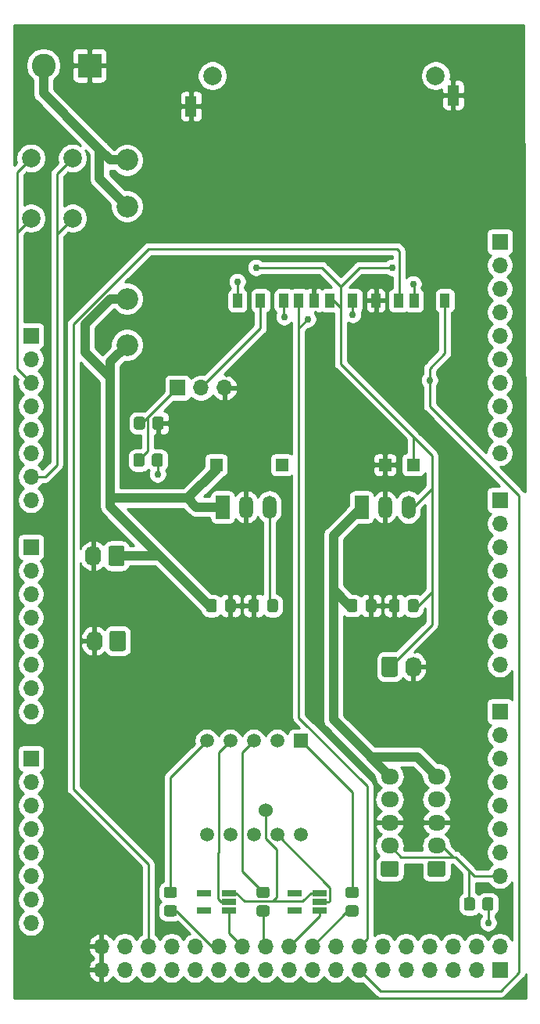
<source format=gbr>
G04 #@! TF.GenerationSoftware,KiCad,Pcbnew,(5.1.8)-1*
G04 #@! TF.CreationDate,2021-02-16T09:17:00-05:00*
G04 #@! TF.ProjectId,rlcs_power,726c6373-5f70-46f7-9765-722e6b696361,rev?*
G04 #@! TF.SameCoordinates,Original*
G04 #@! TF.FileFunction,Copper,L1,Top*
G04 #@! TF.FilePolarity,Positive*
%FSLAX46Y46*%
G04 Gerber Fmt 4.6, Leading zero omitted, Abs format (unit mm)*
G04 Created by KiCad (PCBNEW (5.1.8)-1) date 2021-02-16 09:17:00*
%MOMM*%
%LPD*%
G01*
G04 APERTURE LIST*
G04 #@! TA.AperFunction,ComponentPad*
%ADD10R,1.700000X1.700000*%
G04 #@! TD*
G04 #@! TA.AperFunction,ComponentPad*
%ADD11O,1.700000X1.700000*%
G04 #@! TD*
G04 #@! TA.AperFunction,ComponentPad*
%ADD12O,1.740000X2.200000*%
G04 #@! TD*
G04 #@! TA.AperFunction,ComponentPad*
%ADD13C,2.350000*%
G04 #@! TD*
G04 #@! TA.AperFunction,ComponentPad*
%ADD14O,1.950000X1.700000*%
G04 #@! TD*
G04 #@! TA.AperFunction,SMDPad,CuDef*
%ADD15R,1.200000X2.200000*%
G04 #@! TD*
G04 #@! TA.AperFunction,ComponentPad*
%ADD16C,2.000000*%
G04 #@! TD*
G04 #@! TA.AperFunction,SMDPad,CuDef*
%ADD17R,1.000000X1.500000*%
G04 #@! TD*
G04 #@! TA.AperFunction,ComponentPad*
%ADD18R,1.500000X1.500000*%
G04 #@! TD*
G04 #@! TA.AperFunction,ComponentPad*
%ADD19C,1.500000*%
G04 #@! TD*
G04 #@! TA.AperFunction,ComponentPad*
%ADD20R,1.350000X1.350000*%
G04 #@! TD*
G04 #@! TA.AperFunction,ComponentPad*
%ADD21O,1.500000X2.500000*%
G04 #@! TD*
G04 #@! TA.AperFunction,ComponentPad*
%ADD22R,1.500000X2.500000*%
G04 #@! TD*
G04 #@! TA.AperFunction,ComponentPad*
%ADD23C,2.600000*%
G04 #@! TD*
G04 #@! TA.AperFunction,ComponentPad*
%ADD24R,2.600000X2.600000*%
G04 #@! TD*
G04 #@! TA.AperFunction,SMDPad,CuDef*
%ADD25R,1.560000X0.650000*%
G04 #@! TD*
G04 #@! TA.AperFunction,ViaPad*
%ADD26C,0.762000*%
G04 #@! TD*
G04 #@! TA.AperFunction,ViaPad*
%ADD27C,1.524000*%
G04 #@! TD*
G04 #@! TA.AperFunction,Conductor*
%ADD28C,0.254000*%
G04 #@! TD*
G04 #@! TA.AperFunction,Conductor*
%ADD29C,1.000000*%
G04 #@! TD*
G04 #@! TA.AperFunction,Conductor*
%ADD30C,0.100000*%
G04 #@! TD*
G04 APERTURE END LIST*
D10*
X146050000Y-113030000D03*
D11*
X146050000Y-115570000D03*
X146050000Y-118110000D03*
X146050000Y-120650000D03*
X146050000Y-123190000D03*
X146050000Y-125730000D03*
X146050000Y-128270000D03*
X146050000Y-130810000D03*
X146050000Y-107950000D03*
X146050000Y-105410000D03*
X146050000Y-102870000D03*
X146050000Y-100330000D03*
X146050000Y-97790000D03*
X146050000Y-95250000D03*
X146050000Y-92710000D03*
X146050000Y-90170000D03*
X146050000Y-87630000D03*
D10*
X146050000Y-85090000D03*
X146050000Y-163830000D03*
D11*
X146050000Y-161290000D03*
X143510000Y-163830000D03*
X143510000Y-161290000D03*
X140970000Y-163830000D03*
X140970000Y-161290000D03*
X138430000Y-163830000D03*
X138430000Y-161290000D03*
X135890000Y-163830000D03*
X135890000Y-161290000D03*
X133350000Y-163830000D03*
X133350000Y-161290000D03*
X130810000Y-163830000D03*
X130810000Y-161290000D03*
X128270000Y-163830000D03*
X128270000Y-161290000D03*
X125730000Y-163830000D03*
X125730000Y-161290000D03*
X123190000Y-163830000D03*
X123190000Y-161290000D03*
X120650000Y-163830000D03*
X120650000Y-161290000D03*
X118110000Y-163830000D03*
X118110000Y-161290000D03*
X115570000Y-163830000D03*
X115570000Y-161290000D03*
X113030000Y-163830000D03*
X113030000Y-161290000D03*
X110490000Y-163830000D03*
X110490000Y-161290000D03*
X107950000Y-163830000D03*
X107950000Y-161290000D03*
X105410000Y-163830000D03*
X105410000Y-161290000D03*
X102870000Y-163830000D03*
X102870000Y-161290000D03*
D10*
X95250000Y-140970000D03*
D11*
X95250000Y-143510000D03*
X95250000Y-146050000D03*
X95250000Y-148590000D03*
X95250000Y-151130000D03*
X95250000Y-153670000D03*
X95250000Y-156210000D03*
X95250000Y-158750000D03*
D10*
X95250000Y-118110000D03*
D11*
X95250000Y-120650000D03*
X95250000Y-123190000D03*
X95250000Y-125730000D03*
X95250000Y-128270000D03*
X95250000Y-130810000D03*
X95250000Y-133350000D03*
X95250000Y-135890000D03*
D12*
X136652000Y-131064000D03*
G04 #@! TA.AperFunction,ComponentPad*
G36*
G01*
X133242000Y-131914001D02*
X133242000Y-130213999D01*
G75*
G02*
X133491999Y-129964000I249999J0D01*
G01*
X134732001Y-129964000D01*
G75*
G02*
X134982000Y-130213999I0J-249999D01*
G01*
X134982000Y-131914001D01*
G75*
G02*
X134732001Y-132164000I-249999J0D01*
G01*
X133491999Y-132164000D01*
G75*
G02*
X133242000Y-131914001I0J249999D01*
G01*
G37*
G04 #@! TD.AperFunction*
X102108000Y-128270000D03*
G04 #@! TA.AperFunction,ComponentPad*
G36*
G01*
X105518000Y-127419999D02*
X105518000Y-129120001D01*
G75*
G02*
X105268001Y-129370000I-249999J0D01*
G01*
X104027999Y-129370000D01*
G75*
G02*
X103778000Y-129120001I0J249999D01*
G01*
X103778000Y-127419999D01*
G75*
G02*
X104027999Y-127170000I249999J0D01*
G01*
X105268001Y-127170000D01*
G75*
G02*
X105518000Y-127419999I0J-249999D01*
G01*
G37*
G04 #@! TD.AperFunction*
X101981000Y-119062500D03*
G04 #@! TA.AperFunction,ComponentPad*
G36*
G01*
X105391000Y-118212499D02*
X105391000Y-119912501D01*
G75*
G02*
X105141001Y-120162500I-249999J0D01*
G01*
X103900999Y-120162500D01*
G75*
G02*
X103651000Y-119912501I0J249999D01*
G01*
X103651000Y-118212499D01*
G75*
G02*
X103900999Y-117962500I249999J0D01*
G01*
X105141001Y-117962500D01*
G75*
G02*
X105391000Y-118212499I0J-249999D01*
G01*
G37*
G04 #@! TD.AperFunction*
D10*
X146050000Y-135890000D03*
D11*
X146050000Y-138430000D03*
X146050000Y-140970000D03*
X146050000Y-143510000D03*
X146050000Y-146050000D03*
X146050000Y-148590000D03*
X146050000Y-151130000D03*
X146050000Y-153670000D03*
D10*
X95250000Y-95250000D03*
D11*
X95250000Y-97790000D03*
X95250000Y-100330000D03*
X95250000Y-102870000D03*
X95250000Y-105410000D03*
X95250000Y-107950000D03*
X95250000Y-110490000D03*
X95250000Y-113030000D03*
D13*
X105664000Y-91263500D03*
X105664000Y-96263500D03*
X105664000Y-81263500D03*
X105664000Y-76263500D03*
D14*
X134112000Y-142908000D03*
X134112000Y-145408000D03*
X134112000Y-147908000D03*
X134112000Y-150408000D03*
G04 #@! TA.AperFunction,ComponentPad*
G36*
G01*
X134837000Y-153758000D02*
X133387000Y-153758000D01*
G75*
G02*
X133137000Y-153508000I0J250000D01*
G01*
X133137000Y-152308000D01*
G75*
G02*
X133387000Y-152058000I250000J0D01*
G01*
X134837000Y-152058000D01*
G75*
G02*
X135087000Y-152308000I0J-250000D01*
G01*
X135087000Y-153508000D01*
G75*
G02*
X134837000Y-153758000I-250000J0D01*
G01*
G37*
G04 #@! TD.AperFunction*
D15*
X141000000Y-69240000D03*
D16*
X139100000Y-67140000D03*
D17*
X124275000Y-91440000D03*
X140100000Y-91440000D03*
X130125000Y-91440000D03*
X136750000Y-91440000D03*
X132625000Y-91440000D03*
X122625000Y-91440000D03*
X135050000Y-91440000D03*
X125925000Y-91440000D03*
X127625000Y-91440000D03*
X117625000Y-91440000D03*
X120125000Y-91440000D03*
D16*
X114900000Y-67140000D03*
D15*
X112600000Y-70440000D03*
D11*
X116205000Y-100901500D03*
X113665000Y-100901500D03*
D10*
X111125000Y-100901500D03*
D14*
X139192000Y-142908000D03*
X139192000Y-145408000D03*
X139192000Y-147908000D03*
X139192000Y-150408000D03*
G04 #@! TA.AperFunction,ComponentPad*
G36*
G01*
X139917000Y-153758000D02*
X138467000Y-153758000D01*
G75*
G02*
X138217000Y-153508000I0J250000D01*
G01*
X138217000Y-152308000D01*
G75*
G02*
X138467000Y-152058000I250000J0D01*
G01*
X139917000Y-152058000D01*
G75*
G02*
X140167000Y-152308000I0J-250000D01*
G01*
X140167000Y-153508000D01*
G75*
G02*
X139917000Y-153758000I-250000J0D01*
G01*
G37*
G04 #@! TD.AperFunction*
D18*
X124460000Y-139065000D03*
D19*
X121920000Y-139065000D03*
X119380000Y-139065000D03*
X116840000Y-139065000D03*
X114300000Y-139065000D03*
X114300000Y-149225000D03*
X116840000Y-149225000D03*
X119380000Y-149225000D03*
X121920000Y-149225000D03*
X124460000Y-149225000D03*
D20*
X122428000Y-109220000D03*
X136652000Y-109220000D03*
X115316000Y-109220000D03*
D21*
X121094500Y-113792000D03*
X118554500Y-113792000D03*
D22*
X116014500Y-113792000D03*
D21*
X136144000Y-113792000D03*
X133604000Y-113792000D03*
D22*
X131064000Y-113792000D03*
D23*
X96600000Y-66040000D03*
D24*
X101600000Y-66040000D03*
G04 #@! TA.AperFunction,SMDPad,CuDef*
G36*
G01*
X116283000Y-124910001D02*
X116283000Y-124009999D01*
G75*
G02*
X116532999Y-123760000I249999J0D01*
G01*
X117183001Y-123760000D01*
G75*
G02*
X117433000Y-124009999I0J-249999D01*
G01*
X117433000Y-124910001D01*
G75*
G02*
X117183001Y-125160000I-249999J0D01*
G01*
X116532999Y-125160000D01*
G75*
G02*
X116283000Y-124910001I0J249999D01*
G01*
G37*
G04 #@! TD.AperFunction*
G04 #@! TA.AperFunction,SMDPad,CuDef*
G36*
G01*
X114233000Y-124910001D02*
X114233000Y-124009999D01*
G75*
G02*
X114482999Y-123760000I249999J0D01*
G01*
X115133001Y-123760000D01*
G75*
G02*
X115383000Y-124009999I0J-249999D01*
G01*
X115383000Y-124910001D01*
G75*
G02*
X115133001Y-125160000I-249999J0D01*
G01*
X114482999Y-125160000D01*
G75*
G02*
X114233000Y-124910001I0J249999D01*
G01*
G37*
G04 #@! TD.AperFunction*
G04 #@! TA.AperFunction,SMDPad,CuDef*
G36*
G01*
X135195000Y-124009999D02*
X135195000Y-124910001D01*
G75*
G02*
X134945001Y-125160000I-249999J0D01*
G01*
X134294999Y-125160000D01*
G75*
G02*
X134045000Y-124910001I0J249999D01*
G01*
X134045000Y-124009999D01*
G75*
G02*
X134294999Y-123760000I249999J0D01*
G01*
X134945001Y-123760000D01*
G75*
G02*
X135195000Y-124009999I0J-249999D01*
G01*
G37*
G04 #@! TD.AperFunction*
G04 #@! TA.AperFunction,SMDPad,CuDef*
G36*
G01*
X137245000Y-124009999D02*
X137245000Y-124910001D01*
G75*
G02*
X136995001Y-125160000I-249999J0D01*
G01*
X136344999Y-125160000D01*
G75*
G02*
X136095000Y-124910001I0J249999D01*
G01*
X136095000Y-124009999D01*
G75*
G02*
X136344999Y-123760000I249999J0D01*
G01*
X136995001Y-123760000D01*
G75*
G02*
X137245000Y-124009999I0J-249999D01*
G01*
G37*
G04 #@! TD.AperFunction*
G04 #@! TA.AperFunction,SMDPad,CuDef*
G36*
G01*
X131523000Y-124901001D02*
X131523000Y-124000999D01*
G75*
G02*
X131772999Y-123751000I249999J0D01*
G01*
X132423001Y-123751000D01*
G75*
G02*
X132673000Y-124000999I0J-249999D01*
G01*
X132673000Y-124901001D01*
G75*
G02*
X132423001Y-125151000I-249999J0D01*
G01*
X131772999Y-125151000D01*
G75*
G02*
X131523000Y-124901001I0J249999D01*
G01*
G37*
G04 #@! TD.AperFunction*
G04 #@! TA.AperFunction,SMDPad,CuDef*
G36*
G01*
X129473000Y-124901001D02*
X129473000Y-124000999D01*
G75*
G02*
X129722999Y-123751000I249999J0D01*
G01*
X130373001Y-123751000D01*
G75*
G02*
X130623000Y-124000999I0J-249999D01*
G01*
X130623000Y-124901001D01*
G75*
G02*
X130373001Y-125151000I-249999J0D01*
G01*
X129722999Y-125151000D01*
G75*
G02*
X129473000Y-124901001I0J249999D01*
G01*
G37*
G04 #@! TD.AperFunction*
D25*
X113966000Y-157414000D03*
X113966000Y-155514000D03*
X116666000Y-155514000D03*
X116666000Y-156464000D03*
X116666000Y-157414000D03*
X123792000Y-157414000D03*
X123792000Y-155514000D03*
X126492000Y-155514000D03*
X126492000Y-156464000D03*
X126492000Y-157414000D03*
G04 #@! TA.AperFunction,SMDPad,CuDef*
G36*
G01*
X122005000Y-124009999D02*
X122005000Y-124910001D01*
G75*
G02*
X121755001Y-125160000I-249999J0D01*
G01*
X121104999Y-125160000D01*
G75*
G02*
X120855000Y-124910001I0J249999D01*
G01*
X120855000Y-124009999D01*
G75*
G02*
X121104999Y-123760000I249999J0D01*
G01*
X121755001Y-123760000D01*
G75*
G02*
X122005000Y-124009999I0J-249999D01*
G01*
G37*
G04 #@! TD.AperFunction*
G04 #@! TA.AperFunction,SMDPad,CuDef*
G36*
G01*
X119955000Y-124009999D02*
X119955000Y-124910001D01*
G75*
G02*
X119705001Y-125160000I-249999J0D01*
G01*
X119054999Y-125160000D01*
G75*
G02*
X118805000Y-124910001I0J249999D01*
G01*
X118805000Y-124009999D01*
G75*
G02*
X119054999Y-123760000I249999J0D01*
G01*
X119705001Y-123760000D01*
G75*
G02*
X119955000Y-124009999I0J-249999D01*
G01*
G37*
G04 #@! TD.AperFunction*
D20*
X133604000Y-109220000D03*
G04 #@! TA.AperFunction,SMDPad,CuDef*
G36*
G01*
X106341000Y-109162001D02*
X106341000Y-108261999D01*
G75*
G02*
X106590999Y-108012000I249999J0D01*
G01*
X107291001Y-108012000D01*
G75*
G02*
X107541000Y-108261999I0J-249999D01*
G01*
X107541000Y-109162001D01*
G75*
G02*
X107291001Y-109412000I-249999J0D01*
G01*
X106590999Y-109412000D01*
G75*
G02*
X106341000Y-109162001I0J249999D01*
G01*
G37*
G04 #@! TD.AperFunction*
G04 #@! TA.AperFunction,SMDPad,CuDef*
G36*
G01*
X108341000Y-109162001D02*
X108341000Y-108261999D01*
G75*
G02*
X108590999Y-108012000I249999J0D01*
G01*
X109291001Y-108012000D01*
G75*
G02*
X109541000Y-108261999I0J-249999D01*
G01*
X109541000Y-109162001D01*
G75*
G02*
X109291001Y-109412000I-249999J0D01*
G01*
X108590999Y-109412000D01*
G75*
G02*
X108341000Y-109162001I0J249999D01*
G01*
G37*
G04 #@! TD.AperFunction*
G04 #@! TA.AperFunction,SMDPad,CuDef*
G36*
G01*
X107613500Y-104261499D02*
X107613500Y-105161501D01*
G75*
G02*
X107363501Y-105411500I-249999J0D01*
G01*
X106663499Y-105411500D01*
G75*
G02*
X106413500Y-105161501I0J249999D01*
G01*
X106413500Y-104261499D01*
G75*
G02*
X106663499Y-104011500I249999J0D01*
G01*
X107363501Y-104011500D01*
G75*
G02*
X107613500Y-104261499I0J-249999D01*
G01*
G37*
G04 #@! TD.AperFunction*
G04 #@! TA.AperFunction,SMDPad,CuDef*
G36*
G01*
X109613500Y-104261499D02*
X109613500Y-105161501D01*
G75*
G02*
X109363501Y-105411500I-249999J0D01*
G01*
X108663499Y-105411500D01*
G75*
G02*
X108413500Y-105161501I0J249999D01*
G01*
X108413500Y-104261499D01*
G75*
G02*
X108663499Y-104011500I249999J0D01*
G01*
X109363501Y-104011500D01*
G75*
G02*
X109613500Y-104261499I0J-249999D01*
G01*
G37*
G04 #@! TD.AperFunction*
G04 #@! TA.AperFunction,SMDPad,CuDef*
G36*
G01*
X120846001Y-158055000D02*
X119945999Y-158055000D01*
G75*
G02*
X119696000Y-157805001I0J249999D01*
G01*
X119696000Y-157104999D01*
G75*
G02*
X119945999Y-156855000I249999J0D01*
G01*
X120846001Y-156855000D01*
G75*
G02*
X121096000Y-157104999I0J-249999D01*
G01*
X121096000Y-157805001D01*
G75*
G02*
X120846001Y-158055000I-249999J0D01*
G01*
G37*
G04 #@! TD.AperFunction*
G04 #@! TA.AperFunction,SMDPad,CuDef*
G36*
G01*
X120846001Y-156055000D02*
X119945999Y-156055000D01*
G75*
G02*
X119696000Y-155805001I0J249999D01*
G01*
X119696000Y-155104999D01*
G75*
G02*
X119945999Y-154855000I249999J0D01*
G01*
X120846001Y-154855000D01*
G75*
G02*
X121096000Y-155104999I0J-249999D01*
G01*
X121096000Y-155805001D01*
G75*
G02*
X120846001Y-156055000I-249999J0D01*
G01*
G37*
G04 #@! TD.AperFunction*
G04 #@! TA.AperFunction,SMDPad,CuDef*
G36*
G01*
X110813001Y-156055000D02*
X109912999Y-156055000D01*
G75*
G02*
X109663000Y-155805001I0J249999D01*
G01*
X109663000Y-155104999D01*
G75*
G02*
X109912999Y-154855000I249999J0D01*
G01*
X110813001Y-154855000D01*
G75*
G02*
X111063000Y-155104999I0J-249999D01*
G01*
X111063000Y-155805001D01*
G75*
G02*
X110813001Y-156055000I-249999J0D01*
G01*
G37*
G04 #@! TD.AperFunction*
G04 #@! TA.AperFunction,SMDPad,CuDef*
G36*
G01*
X110813001Y-158055000D02*
X109912999Y-158055000D01*
G75*
G02*
X109663000Y-157805001I0J249999D01*
G01*
X109663000Y-157104999D01*
G75*
G02*
X109912999Y-156855000I249999J0D01*
G01*
X110813001Y-156855000D01*
G75*
G02*
X111063000Y-157104999I0J-249999D01*
G01*
X111063000Y-157805001D01*
G75*
G02*
X110813001Y-158055000I-249999J0D01*
G01*
G37*
G04 #@! TD.AperFunction*
G04 #@! TA.AperFunction,SMDPad,CuDef*
G36*
G01*
X130498001Y-158064000D02*
X129597999Y-158064000D01*
G75*
G02*
X129348000Y-157814001I0J249999D01*
G01*
X129348000Y-157113999D01*
G75*
G02*
X129597999Y-156864000I249999J0D01*
G01*
X130498001Y-156864000D01*
G75*
G02*
X130748000Y-157113999I0J-249999D01*
G01*
X130748000Y-157814001D01*
G75*
G02*
X130498001Y-158064000I-249999J0D01*
G01*
G37*
G04 #@! TD.AperFunction*
G04 #@! TA.AperFunction,SMDPad,CuDef*
G36*
G01*
X130498001Y-156064000D02*
X129597999Y-156064000D01*
G75*
G02*
X129348000Y-155814001I0J249999D01*
G01*
X129348000Y-155113999D01*
G75*
G02*
X129597999Y-154864000I249999J0D01*
G01*
X130498001Y-154864000D01*
G75*
G02*
X130748000Y-155113999I0J-249999D01*
G01*
X130748000Y-155814001D01*
G75*
G02*
X130498001Y-156064000I-249999J0D01*
G01*
G37*
G04 #@! TD.AperFunction*
G04 #@! TA.AperFunction,SMDPad,CuDef*
G36*
G01*
X145364000Y-156267999D02*
X145364000Y-157168001D01*
G75*
G02*
X145114001Y-157418000I-249999J0D01*
G01*
X144413999Y-157418000D01*
G75*
G02*
X144164000Y-157168001I0J249999D01*
G01*
X144164000Y-156267999D01*
G75*
G02*
X144413999Y-156018000I249999J0D01*
G01*
X145114001Y-156018000D01*
G75*
G02*
X145364000Y-156267999I0J-249999D01*
G01*
G37*
G04 #@! TD.AperFunction*
G04 #@! TA.AperFunction,SMDPad,CuDef*
G36*
G01*
X143364000Y-156267999D02*
X143364000Y-157168001D01*
G75*
G02*
X143114001Y-157418000I-249999J0D01*
G01*
X142413999Y-157418000D01*
G75*
G02*
X142164000Y-157168001I0J249999D01*
G01*
X142164000Y-156267999D01*
G75*
G02*
X142413999Y-156018000I249999J0D01*
G01*
X143114001Y-156018000D01*
G75*
G02*
X143364000Y-156267999I0J-249999D01*
G01*
G37*
G04 #@! TD.AperFunction*
D16*
X99750000Y-82550000D03*
X95250000Y-82550000D03*
X99750000Y-76050000D03*
X95250000Y-76050000D03*
D26*
X128778000Y-87503000D03*
X131572000Y-89281000D03*
X119634000Y-87884000D03*
X134366000Y-87884000D03*
X144780000Y-158750000D03*
D27*
X120650000Y-146558000D03*
D26*
X125222000Y-93472000D03*
X138430000Y-100076000D03*
X136670000Y-89662000D03*
X117602000Y-89408000D03*
X108966000Y-110236000D03*
X130125000Y-92964000D03*
X122682000Y-93218000D03*
D28*
X130048000Y-144653000D02*
X124460000Y-139065000D01*
X130048000Y-155439000D02*
X130048000Y-144653000D01*
X118248999Y-153282999D02*
X120396000Y-155430000D01*
X119380000Y-139065000D02*
X118248999Y-140196001D01*
X118248999Y-153282999D02*
X118230999Y-153282999D01*
X118230999Y-153282999D02*
X118110000Y-153162000D01*
X118110000Y-140335000D02*
X118248999Y-140196001D01*
X118110000Y-153162000D02*
X118110000Y-140335000D01*
X114300000Y-139065000D02*
X110363000Y-143002000D01*
X110363000Y-143002000D02*
X110363000Y-155430000D01*
X118872000Y-113474500D02*
X118554500Y-113792000D01*
X136652000Y-113284000D02*
X136144000Y-113792000D01*
X136670000Y-114318000D02*
X136144000Y-113792000D01*
X130810000Y-87884000D02*
X128778000Y-89916000D01*
X134366000Y-87884000D02*
X130810000Y-87884000D01*
X128016000Y-91440000D02*
X128778000Y-92202000D01*
X127625000Y-91440000D02*
X128016000Y-91440000D01*
X128778000Y-92202000D02*
X128778000Y-89916000D01*
X126746000Y-87884000D02*
X119634000Y-87884000D01*
X128778000Y-89916000D02*
X126746000Y-87884000D01*
X128778000Y-97536000D02*
X128778000Y-98298000D01*
X128778000Y-97536000D02*
X128778000Y-92202000D01*
X138684000Y-126492000D02*
X134112000Y-131064000D01*
X137160000Y-124460000D02*
X138684000Y-122936000D01*
X138684000Y-122936000D02*
X138684000Y-126492000D01*
X136670000Y-124460000D02*
X137160000Y-124460000D01*
X136652000Y-113792000D02*
X138684000Y-111760000D01*
X136144000Y-113792000D02*
X136652000Y-113792000D01*
X138684000Y-111760000D02*
X138684000Y-122936000D01*
X138684000Y-108204000D02*
X138684000Y-111760000D01*
X136652000Y-109220000D02*
X136652000Y-106172000D01*
X136652000Y-106172000D02*
X138684000Y-108204000D01*
X128778000Y-98298000D02*
X136652000Y-106172000D01*
X125651198Y-155514000D02*
X126492000Y-155514000D01*
X125582802Y-155514000D02*
X125651198Y-155514000D01*
X121860010Y-150838892D02*
X120650000Y-149628882D01*
X120650000Y-149628882D02*
X120650000Y-146558000D01*
X120650000Y-146558000D02*
X120650000Y-146558000D01*
X121094500Y-124124500D02*
X121430000Y-124460000D01*
X121094500Y-113792000D02*
X121094500Y-124124500D01*
X144780000Y-156727000D02*
X144789000Y-156718000D01*
X144780000Y-158750000D02*
X144780000Y-156727000D01*
X124660792Y-156436010D02*
X124762301Y-156334501D01*
X117506802Y-155514000D02*
X118428812Y-156436010D01*
X116666000Y-155514000D02*
X117506802Y-155514000D01*
X124762301Y-156334501D02*
X125582802Y-155514000D01*
X121860010Y-155985410D02*
X121409410Y-156436010D01*
X121860010Y-150838892D02*
X121860010Y-155985410D01*
X121409410Y-156436010D02*
X124660792Y-156436010D01*
X118428812Y-156436010D02*
X121409410Y-156436010D01*
D29*
X96600000Y-66040000D02*
X96600000Y-69041000D01*
X96600000Y-69041000D02*
X101409500Y-73850500D01*
X103822500Y-76263500D02*
X105664000Y-76263500D01*
X102679500Y-78279000D02*
X105664000Y-81263500D01*
X102679500Y-75120500D02*
X102679500Y-78279000D01*
X101409500Y-73850500D02*
X102679500Y-75120500D01*
X102679500Y-75120500D02*
X103822500Y-76263500D01*
D28*
X131659999Y-160440001D02*
X130810000Y-161290000D01*
X124275000Y-136562798D02*
X131659999Y-143947797D01*
X131659999Y-143947797D02*
X131659999Y-160440001D01*
X124275000Y-94419000D02*
X124275000Y-94557000D01*
X125222000Y-93472000D02*
X124275000Y-94419000D01*
X124275000Y-94557000D02*
X124275000Y-136562798D01*
X124275000Y-91440000D02*
X124275000Y-94557000D01*
X140100000Y-91440000D02*
X140100000Y-97136000D01*
X138430000Y-100076000D02*
X138430000Y-98806000D01*
X140100000Y-97136000D02*
X138430000Y-98806000D01*
X148133990Y-164131812D02*
X148133990Y-112573990D01*
X148133990Y-112573990D02*
X138430000Y-102870000D01*
X146149802Y-166116000D02*
X148133990Y-164131812D01*
X133096000Y-166116000D02*
X146149802Y-166116000D01*
X130810000Y-163830000D02*
X133096000Y-166116000D01*
X138430000Y-100330000D02*
X138430000Y-100076000D01*
X138430000Y-102870000D02*
X138430000Y-100330000D01*
X136750000Y-89742000D02*
X136670000Y-89662000D01*
X136750000Y-91440000D02*
X136750000Y-89742000D01*
X117625000Y-89431000D02*
X117602000Y-89408000D01*
X117625000Y-91440000D02*
X117625000Y-89431000D01*
X120125000Y-94441500D02*
X113665000Y-100901500D01*
X120125000Y-91440000D02*
X120125000Y-94441500D01*
X135128001Y-91361999D02*
X135050000Y-91440000D01*
X135128001Y-86106001D02*
X135128001Y-91361999D01*
X134874000Y-85852000D02*
X135128001Y-86106001D01*
X107988064Y-85852000D02*
X134874000Y-85852000D01*
X99822000Y-94018064D02*
X107988064Y-85852000D01*
X99822000Y-144272000D02*
X99822000Y-94018064D01*
X107950000Y-152400000D02*
X99822000Y-144272000D01*
X107950000Y-161290000D02*
X107950000Y-152400000D01*
X108966000Y-108712000D02*
X108966000Y-110236000D01*
X116840000Y-139065000D02*
X115570000Y-140335000D01*
X115570000Y-140335000D02*
X115570000Y-148590000D01*
X115570000Y-148590000D02*
X115570000Y-151130000D01*
X115570000Y-151130000D02*
X115504999Y-151195001D01*
X115504999Y-156143801D02*
X115825198Y-156464000D01*
X115504999Y-155890999D02*
X115504999Y-156143801D01*
X115504999Y-151195001D02*
X115504999Y-155890999D01*
X115825198Y-156464000D02*
X116666000Y-156464000D01*
X115504999Y-155890999D02*
X115504999Y-156144999D01*
X127526000Y-156464000D02*
X126492000Y-156464000D01*
X127653001Y-156336999D02*
X127526000Y-156464000D01*
X127653001Y-154958001D02*
X127653001Y-156336999D01*
X121920000Y-149225000D02*
X127653001Y-154958001D01*
X106988500Y-104711500D02*
X107315000Y-104711500D01*
X107918250Y-107709750D02*
X106916000Y-108712000D01*
X107918250Y-104108250D02*
X107918250Y-107709750D01*
X107315000Y-104711500D02*
X107918250Y-104108250D01*
X107918250Y-104108250D02*
X111125000Y-100901500D01*
X130125000Y-91440000D02*
X130125000Y-92964000D01*
X122625000Y-93161000D02*
X122682000Y-93218000D01*
X122625000Y-91440000D02*
X122625000Y-93161000D01*
D29*
X130048000Y-114808000D02*
X131064000Y-113792000D01*
X103822500Y-102298500D02*
X103822500Y-99758500D01*
X103822500Y-99758500D02*
X101092000Y-97028000D01*
X101092000Y-93994000D02*
X103822500Y-91263500D01*
X101092000Y-97028000D02*
X101092000Y-93994000D01*
X103822500Y-91263500D02*
X105664000Y-91263500D01*
X103822500Y-98105000D02*
X105664000Y-96263500D01*
X103822500Y-99758500D02*
X103822500Y-98105000D01*
X137715000Y-141431000D02*
X139192000Y-142908000D01*
X137080000Y-140796000D02*
X137715000Y-141431000D01*
X132000000Y-140796000D02*
X137080000Y-140796000D01*
X104521000Y-119062500D02*
X105727500Y-119062500D01*
X103822500Y-113728500D02*
X107442000Y-117348000D01*
X115316000Y-109220000D02*
X115316000Y-109728000D01*
X112204500Y-112839500D02*
X103822500Y-112839500D01*
X115316000Y-109728000D02*
X112204500Y-112839500D01*
X103822500Y-112839500D02*
X103822500Y-113728500D01*
X103822500Y-102298500D02*
X103822500Y-112839500D01*
X114554000Y-124460000D02*
X110617000Y-120523000D01*
X114808000Y-124460000D02*
X114554000Y-124460000D01*
X110617000Y-120523000D02*
X111506000Y-121412000D01*
X109029500Y-119062500D02*
X109093000Y-118999000D01*
X104521000Y-119062500D02*
X109029500Y-119062500D01*
X109093000Y-118999000D02*
X110617000Y-120523000D01*
X107442000Y-117348000D02*
X109093000Y-118999000D01*
X113157000Y-113792000D02*
X112204500Y-112839500D01*
X116014500Y-113792000D02*
X113157000Y-113792000D01*
X130048000Y-114808000D02*
X128016000Y-116840000D01*
X130048000Y-124451000D02*
X129785000Y-124451000D01*
X129785000Y-124451000D02*
X128016000Y-122682000D01*
X128016000Y-116840000D02*
X128016000Y-122682000D01*
X134112000Y-142908000D02*
X132000000Y-140796000D01*
X132000000Y-140796000D02*
X132000000Y-140763000D01*
X128016000Y-136779000D02*
X128016000Y-122682000D01*
X132000000Y-140763000D02*
X128016000Y-136779000D01*
D28*
X95250000Y-110490000D02*
X96774000Y-110490000D01*
X96774000Y-110490000D02*
X98044000Y-109220000D01*
X98044000Y-84256000D02*
X99750000Y-82550000D01*
X98044000Y-109220000D02*
X98044000Y-84256000D01*
X98044000Y-77756000D02*
X99750000Y-76050000D01*
X98044000Y-84256000D02*
X98044000Y-77756000D01*
X93726000Y-77574000D02*
X94159000Y-77141000D01*
X94159000Y-77141000D02*
X95250000Y-76050000D01*
X94018999Y-77281001D02*
X94159000Y-77141000D01*
X93726000Y-84074000D02*
X95250000Y-82550000D01*
X93726000Y-84836000D02*
X93726000Y-84074000D01*
X93726000Y-84836000D02*
X93726000Y-77574000D01*
X93726000Y-98806000D02*
X94107000Y-99187000D01*
X93726000Y-84836000D02*
X93726000Y-98806000D01*
X94107000Y-99187000D02*
X95250000Y-100330000D01*
X94018999Y-99098999D02*
X94107000Y-99187000D01*
X120396000Y-161036000D02*
X120650000Y-161290000D01*
X120396000Y-157480000D02*
X120396000Y-161036000D01*
X114873000Y-161290000D02*
X115570000Y-161290000D01*
X111063000Y-157480000D02*
X114873000Y-161290000D01*
X110363000Y-157480000D02*
X111063000Y-157480000D01*
X129531000Y-157489000D02*
X125730000Y-161290000D01*
X130048000Y-157489000D02*
X129531000Y-157489000D01*
X116666000Y-159846000D02*
X118110000Y-161290000D01*
X116666000Y-157414000D02*
X116666000Y-159846000D01*
X126492000Y-157988000D02*
X123190000Y-161290000D01*
X126492000Y-157414000D02*
X126492000Y-157988000D01*
X146050000Y-153670000D02*
X143256000Y-153670000D01*
X135342000Y-151638000D02*
X134112000Y-150408000D01*
X141224000Y-151638000D02*
X141057000Y-151638000D01*
X139740000Y-150408000D02*
X140970000Y-151638000D01*
X140970000Y-151638000D02*
X135342000Y-151638000D01*
X139192000Y-150408000D02*
X139740000Y-150408000D01*
X141224000Y-151638000D02*
X140970000Y-151638000D01*
X142739000Y-153153000D02*
X142430500Y-152844500D01*
X142739000Y-156718000D02*
X142739000Y-153153000D01*
X142430500Y-152844500D02*
X141224000Y-151638000D01*
X143256000Y-153670000D02*
X142430500Y-152844500D01*
X148763856Y-112140338D02*
X148675412Y-112032568D01*
X148646342Y-112008711D01*
X146072631Y-109435000D01*
X146196260Y-109435000D01*
X146483158Y-109377932D01*
X146753411Y-109265990D01*
X146996632Y-109103475D01*
X147203475Y-108896632D01*
X147365990Y-108653411D01*
X147477932Y-108383158D01*
X147535000Y-108096260D01*
X147535000Y-107803740D01*
X147477932Y-107516842D01*
X147365990Y-107246589D01*
X147203475Y-107003368D01*
X146996632Y-106796525D01*
X146822240Y-106680000D01*
X146996632Y-106563475D01*
X147203475Y-106356632D01*
X147365990Y-106113411D01*
X147477932Y-105843158D01*
X147535000Y-105556260D01*
X147535000Y-105263740D01*
X147477932Y-104976842D01*
X147365990Y-104706589D01*
X147203475Y-104463368D01*
X146996632Y-104256525D01*
X146822240Y-104140000D01*
X146996632Y-104023475D01*
X147203475Y-103816632D01*
X147365990Y-103573411D01*
X147477932Y-103303158D01*
X147535000Y-103016260D01*
X147535000Y-102723740D01*
X147477932Y-102436842D01*
X147365990Y-102166589D01*
X147203475Y-101923368D01*
X146996632Y-101716525D01*
X146822240Y-101600000D01*
X146996632Y-101483475D01*
X147203475Y-101276632D01*
X147365990Y-101033411D01*
X147477932Y-100763158D01*
X147535000Y-100476260D01*
X147535000Y-100183740D01*
X147477932Y-99896842D01*
X147365990Y-99626589D01*
X147203475Y-99383368D01*
X146996632Y-99176525D01*
X146822240Y-99060000D01*
X146996632Y-98943475D01*
X147203475Y-98736632D01*
X147365990Y-98493411D01*
X147477932Y-98223158D01*
X147535000Y-97936260D01*
X147535000Y-97643740D01*
X147477932Y-97356842D01*
X147365990Y-97086589D01*
X147203475Y-96843368D01*
X146996632Y-96636525D01*
X146822240Y-96520000D01*
X146996632Y-96403475D01*
X147203475Y-96196632D01*
X147365990Y-95953411D01*
X147477932Y-95683158D01*
X147535000Y-95396260D01*
X147535000Y-95103740D01*
X147477932Y-94816842D01*
X147365990Y-94546589D01*
X147203475Y-94303368D01*
X146996632Y-94096525D01*
X146822240Y-93980000D01*
X146996632Y-93863475D01*
X147203475Y-93656632D01*
X147365990Y-93413411D01*
X147477932Y-93143158D01*
X147535000Y-92856260D01*
X147535000Y-92563740D01*
X147477932Y-92276842D01*
X147365990Y-92006589D01*
X147203475Y-91763368D01*
X146996632Y-91556525D01*
X146822240Y-91440000D01*
X146996632Y-91323475D01*
X147203475Y-91116632D01*
X147365990Y-90873411D01*
X147477932Y-90603158D01*
X147535000Y-90316260D01*
X147535000Y-90023740D01*
X147477932Y-89736842D01*
X147365990Y-89466589D01*
X147203475Y-89223368D01*
X146996632Y-89016525D01*
X146822240Y-88900000D01*
X146996632Y-88783475D01*
X147203475Y-88576632D01*
X147365990Y-88333411D01*
X147477932Y-88063158D01*
X147535000Y-87776260D01*
X147535000Y-87483740D01*
X147477932Y-87196842D01*
X147365990Y-86926589D01*
X147203475Y-86683368D01*
X147071620Y-86551513D01*
X147144180Y-86529502D01*
X147254494Y-86470537D01*
X147351185Y-86391185D01*
X147430537Y-86294494D01*
X147489502Y-86184180D01*
X147525812Y-86064482D01*
X147538072Y-85940000D01*
X147538072Y-84240000D01*
X147525812Y-84115518D01*
X147489502Y-83995820D01*
X147430537Y-83885506D01*
X147351185Y-83788815D01*
X147254494Y-83709463D01*
X147144180Y-83650498D01*
X147024482Y-83614188D01*
X146900000Y-83601928D01*
X145200000Y-83601928D01*
X145075518Y-83614188D01*
X144955820Y-83650498D01*
X144845506Y-83709463D01*
X144748815Y-83788815D01*
X144669463Y-83885506D01*
X144610498Y-83995820D01*
X144574188Y-84115518D01*
X144561928Y-84240000D01*
X144561928Y-85940000D01*
X144574188Y-86064482D01*
X144610498Y-86184180D01*
X144669463Y-86294494D01*
X144748815Y-86391185D01*
X144845506Y-86470537D01*
X144955820Y-86529502D01*
X145028380Y-86551513D01*
X144896525Y-86683368D01*
X144734010Y-86926589D01*
X144622068Y-87196842D01*
X144565000Y-87483740D01*
X144565000Y-87776260D01*
X144622068Y-88063158D01*
X144734010Y-88333411D01*
X144896525Y-88576632D01*
X145103368Y-88783475D01*
X145277760Y-88900000D01*
X145103368Y-89016525D01*
X144896525Y-89223368D01*
X144734010Y-89466589D01*
X144622068Y-89736842D01*
X144565000Y-90023740D01*
X144565000Y-90316260D01*
X144622068Y-90603158D01*
X144734010Y-90873411D01*
X144896525Y-91116632D01*
X145103368Y-91323475D01*
X145277760Y-91440000D01*
X145103368Y-91556525D01*
X144896525Y-91763368D01*
X144734010Y-92006589D01*
X144622068Y-92276842D01*
X144565000Y-92563740D01*
X144565000Y-92856260D01*
X144622068Y-93143158D01*
X144734010Y-93413411D01*
X144896525Y-93656632D01*
X145103368Y-93863475D01*
X145277760Y-93980000D01*
X145103368Y-94096525D01*
X144896525Y-94303368D01*
X144734010Y-94546589D01*
X144622068Y-94816842D01*
X144565000Y-95103740D01*
X144565000Y-95396260D01*
X144622068Y-95683158D01*
X144734010Y-95953411D01*
X144896525Y-96196632D01*
X145103368Y-96403475D01*
X145277760Y-96520000D01*
X145103368Y-96636525D01*
X144896525Y-96843368D01*
X144734010Y-97086589D01*
X144622068Y-97356842D01*
X144565000Y-97643740D01*
X144565000Y-97936260D01*
X144622068Y-98223158D01*
X144734010Y-98493411D01*
X144896525Y-98736632D01*
X145103368Y-98943475D01*
X145277760Y-99060000D01*
X145103368Y-99176525D01*
X144896525Y-99383368D01*
X144734010Y-99626589D01*
X144622068Y-99896842D01*
X144565000Y-100183740D01*
X144565000Y-100476260D01*
X144622068Y-100763158D01*
X144734010Y-101033411D01*
X144896525Y-101276632D01*
X145103368Y-101483475D01*
X145277760Y-101600000D01*
X145103368Y-101716525D01*
X144896525Y-101923368D01*
X144734010Y-102166589D01*
X144622068Y-102436842D01*
X144565000Y-102723740D01*
X144565000Y-103016260D01*
X144622068Y-103303158D01*
X144734010Y-103573411D01*
X144896525Y-103816632D01*
X145103368Y-104023475D01*
X145277760Y-104140000D01*
X145103368Y-104256525D01*
X144896525Y-104463368D01*
X144734010Y-104706589D01*
X144622068Y-104976842D01*
X144565000Y-105263740D01*
X144565000Y-105556260D01*
X144622068Y-105843158D01*
X144734010Y-106113411D01*
X144896525Y-106356632D01*
X145103368Y-106563475D01*
X145277760Y-106680000D01*
X145103368Y-106796525D01*
X144896525Y-107003368D01*
X144734010Y-107246589D01*
X144622068Y-107516842D01*
X144565000Y-107803740D01*
X144565000Y-107927369D01*
X139192000Y-102554370D01*
X139192000Y-100750841D01*
X139219179Y-100723662D01*
X139330368Y-100557256D01*
X139406956Y-100372356D01*
X139446000Y-100176067D01*
X139446000Y-99975933D01*
X139406956Y-99779644D01*
X139330368Y-99594744D01*
X139219179Y-99428338D01*
X139192000Y-99401159D01*
X139192000Y-99121630D01*
X140612346Y-97701284D01*
X140641422Y-97677422D01*
X140712676Y-97590599D01*
X140736645Y-97561393D01*
X140807401Y-97429016D01*
X140807402Y-97429015D01*
X140850974Y-97285378D01*
X140862000Y-97173426D01*
X140862000Y-97173423D01*
X140865686Y-97136000D01*
X140862000Y-97098577D01*
X140862000Y-92769977D01*
X140954494Y-92720537D01*
X141051185Y-92641185D01*
X141130537Y-92544494D01*
X141189502Y-92434180D01*
X141225812Y-92314482D01*
X141238072Y-92190000D01*
X141238072Y-90690000D01*
X141225812Y-90565518D01*
X141189502Y-90445820D01*
X141130537Y-90335506D01*
X141051185Y-90238815D01*
X140954494Y-90159463D01*
X140844180Y-90100498D01*
X140724482Y-90064188D01*
X140600000Y-90051928D01*
X139600000Y-90051928D01*
X139475518Y-90064188D01*
X139355820Y-90100498D01*
X139245506Y-90159463D01*
X139148815Y-90238815D01*
X139069463Y-90335506D01*
X139010498Y-90445820D01*
X138974188Y-90565518D01*
X138961928Y-90690000D01*
X138961928Y-92190000D01*
X138974188Y-92314482D01*
X139010498Y-92434180D01*
X139069463Y-92544494D01*
X139148815Y-92641185D01*
X139245506Y-92720537D01*
X139338000Y-92769977D01*
X139338001Y-96820369D01*
X137917649Y-98240721D01*
X137888579Y-98264578D01*
X137864722Y-98293648D01*
X137864721Y-98293649D01*
X137793355Y-98380608D01*
X137722599Y-98512985D01*
X137679027Y-98656622D01*
X137664314Y-98806000D01*
X137668001Y-98843433D01*
X137668001Y-99401158D01*
X137640821Y-99428338D01*
X137529632Y-99594744D01*
X137453044Y-99779644D01*
X137414000Y-99975933D01*
X137414000Y-100176067D01*
X137453044Y-100372356D01*
X137529632Y-100557256D01*
X137640821Y-100723662D01*
X137668001Y-100750842D01*
X137668000Y-102832577D01*
X137664314Y-102870000D01*
X137668000Y-102907423D01*
X137668000Y-102907425D01*
X137679026Y-103019377D01*
X137722598Y-103163014D01*
X137722599Y-103163015D01*
X137793355Y-103295392D01*
X137832068Y-103342564D01*
X137888578Y-103411422D01*
X137917654Y-103435284D01*
X146024297Y-111541928D01*
X145200000Y-111541928D01*
X145075518Y-111554188D01*
X144955820Y-111590498D01*
X144845506Y-111649463D01*
X144748815Y-111728815D01*
X144669463Y-111825506D01*
X144610498Y-111935820D01*
X144574188Y-112055518D01*
X144561928Y-112180000D01*
X144561928Y-113880000D01*
X144574188Y-114004482D01*
X144610498Y-114124180D01*
X144669463Y-114234494D01*
X144748815Y-114331185D01*
X144845506Y-114410537D01*
X144955820Y-114469502D01*
X145028380Y-114491513D01*
X144896525Y-114623368D01*
X144734010Y-114866589D01*
X144622068Y-115136842D01*
X144565000Y-115423740D01*
X144565000Y-115716260D01*
X144622068Y-116003158D01*
X144734010Y-116273411D01*
X144896525Y-116516632D01*
X145103368Y-116723475D01*
X145277760Y-116840000D01*
X145103368Y-116956525D01*
X144896525Y-117163368D01*
X144734010Y-117406589D01*
X144622068Y-117676842D01*
X144565000Y-117963740D01*
X144565000Y-118256260D01*
X144622068Y-118543158D01*
X144734010Y-118813411D01*
X144896525Y-119056632D01*
X145103368Y-119263475D01*
X145277760Y-119380000D01*
X145103368Y-119496525D01*
X144896525Y-119703368D01*
X144734010Y-119946589D01*
X144622068Y-120216842D01*
X144565000Y-120503740D01*
X144565000Y-120796260D01*
X144622068Y-121083158D01*
X144734010Y-121353411D01*
X144896525Y-121596632D01*
X145103368Y-121803475D01*
X145277760Y-121920000D01*
X145103368Y-122036525D01*
X144896525Y-122243368D01*
X144734010Y-122486589D01*
X144622068Y-122756842D01*
X144565000Y-123043740D01*
X144565000Y-123336260D01*
X144622068Y-123623158D01*
X144734010Y-123893411D01*
X144896525Y-124136632D01*
X145103368Y-124343475D01*
X145277760Y-124460000D01*
X145103368Y-124576525D01*
X144896525Y-124783368D01*
X144734010Y-125026589D01*
X144622068Y-125296842D01*
X144565000Y-125583740D01*
X144565000Y-125876260D01*
X144622068Y-126163158D01*
X144734010Y-126433411D01*
X144896525Y-126676632D01*
X145103368Y-126883475D01*
X145277760Y-127000000D01*
X145103368Y-127116525D01*
X144896525Y-127323368D01*
X144734010Y-127566589D01*
X144622068Y-127836842D01*
X144565000Y-128123740D01*
X144565000Y-128416260D01*
X144622068Y-128703158D01*
X144734010Y-128973411D01*
X144896525Y-129216632D01*
X145103368Y-129423475D01*
X145277760Y-129540000D01*
X145103368Y-129656525D01*
X144896525Y-129863368D01*
X144734010Y-130106589D01*
X144622068Y-130376842D01*
X144565000Y-130663740D01*
X144565000Y-130956260D01*
X144622068Y-131243158D01*
X144734010Y-131513411D01*
X144896525Y-131756632D01*
X145103368Y-131963475D01*
X145346589Y-132125990D01*
X145616842Y-132237932D01*
X145903740Y-132295000D01*
X146196260Y-132295000D01*
X146483158Y-132237932D01*
X146753411Y-132125990D01*
X146996632Y-131963475D01*
X147203475Y-131756632D01*
X147365990Y-131513411D01*
X147371991Y-131498924D01*
X147371991Y-134614167D01*
X147351185Y-134588815D01*
X147254494Y-134509463D01*
X147144180Y-134450498D01*
X147024482Y-134414188D01*
X146900000Y-134401928D01*
X145200000Y-134401928D01*
X145075518Y-134414188D01*
X144955820Y-134450498D01*
X144845506Y-134509463D01*
X144748815Y-134588815D01*
X144669463Y-134685506D01*
X144610498Y-134795820D01*
X144574188Y-134915518D01*
X144561928Y-135040000D01*
X144561928Y-136740000D01*
X144574188Y-136864482D01*
X144610498Y-136984180D01*
X144669463Y-137094494D01*
X144748815Y-137191185D01*
X144845506Y-137270537D01*
X144955820Y-137329502D01*
X145028380Y-137351513D01*
X144896525Y-137483368D01*
X144734010Y-137726589D01*
X144622068Y-137996842D01*
X144565000Y-138283740D01*
X144565000Y-138576260D01*
X144622068Y-138863158D01*
X144734010Y-139133411D01*
X144896525Y-139376632D01*
X145103368Y-139583475D01*
X145277760Y-139700000D01*
X145103368Y-139816525D01*
X144896525Y-140023368D01*
X144734010Y-140266589D01*
X144622068Y-140536842D01*
X144565000Y-140823740D01*
X144565000Y-141116260D01*
X144622068Y-141403158D01*
X144734010Y-141673411D01*
X144896525Y-141916632D01*
X145103368Y-142123475D01*
X145277760Y-142240000D01*
X145103368Y-142356525D01*
X144896525Y-142563368D01*
X144734010Y-142806589D01*
X144622068Y-143076842D01*
X144565000Y-143363740D01*
X144565000Y-143656260D01*
X144622068Y-143943158D01*
X144734010Y-144213411D01*
X144896525Y-144456632D01*
X145103368Y-144663475D01*
X145277760Y-144780000D01*
X145103368Y-144896525D01*
X144896525Y-145103368D01*
X144734010Y-145346589D01*
X144622068Y-145616842D01*
X144565000Y-145903740D01*
X144565000Y-146196260D01*
X144622068Y-146483158D01*
X144734010Y-146753411D01*
X144896525Y-146996632D01*
X145103368Y-147203475D01*
X145277760Y-147320000D01*
X145103368Y-147436525D01*
X144896525Y-147643368D01*
X144734010Y-147886589D01*
X144622068Y-148156842D01*
X144565000Y-148443740D01*
X144565000Y-148736260D01*
X144622068Y-149023158D01*
X144734010Y-149293411D01*
X144896525Y-149536632D01*
X145103368Y-149743475D01*
X145277760Y-149860000D01*
X145103368Y-149976525D01*
X144896525Y-150183368D01*
X144734010Y-150426589D01*
X144622068Y-150696842D01*
X144565000Y-150983740D01*
X144565000Y-151276260D01*
X144622068Y-151563158D01*
X144734010Y-151833411D01*
X144896525Y-152076632D01*
X145103368Y-152283475D01*
X145277760Y-152400000D01*
X145103368Y-152516525D01*
X144896525Y-152723368D01*
X144773158Y-152908000D01*
X143571631Y-152908000D01*
X143304282Y-152640652D01*
X143280422Y-152611578D01*
X143251348Y-152587718D01*
X141789284Y-151125654D01*
X141765422Y-151096578D01*
X141649392Y-151001355D01*
X141517015Y-150930598D01*
X141373378Y-150887026D01*
X141288274Y-150878644D01*
X140808262Y-150398632D01*
X140780513Y-150116889D01*
X140695599Y-149836966D01*
X140557706Y-149578986D01*
X140372134Y-149352866D01*
X140146014Y-149167294D01*
X140120278Y-149153538D01*
X140326429Y-148997049D01*
X140519496Y-148779193D01*
X140666352Y-148527858D01*
X140758476Y-148264890D01*
X140637155Y-148035000D01*
X139319000Y-148035000D01*
X139319000Y-148055000D01*
X139065000Y-148055000D01*
X139065000Y-148035000D01*
X137746845Y-148035000D01*
X137625524Y-148264890D01*
X137717648Y-148527858D01*
X137864504Y-148779193D01*
X138057571Y-148997049D01*
X138263722Y-149153538D01*
X138237986Y-149167294D01*
X138011866Y-149352866D01*
X137826294Y-149578986D01*
X137688401Y-149836966D01*
X137603487Y-150116889D01*
X137574815Y-150408000D01*
X137603487Y-150699111D01*
X137657146Y-150876000D01*
X135657630Y-150876000D01*
X135649362Y-150867732D01*
X135700513Y-150699111D01*
X135729185Y-150408000D01*
X135700513Y-150116889D01*
X135615599Y-149836966D01*
X135477706Y-149578986D01*
X135292134Y-149352866D01*
X135066014Y-149167294D01*
X135040278Y-149153538D01*
X135246429Y-148997049D01*
X135439496Y-148779193D01*
X135586352Y-148527858D01*
X135678476Y-148264890D01*
X135557155Y-148035000D01*
X134239000Y-148035000D01*
X134239000Y-148055000D01*
X133985000Y-148055000D01*
X133985000Y-148035000D01*
X132666845Y-148035000D01*
X132545524Y-148264890D01*
X132637648Y-148527858D01*
X132784504Y-148779193D01*
X132977571Y-148997049D01*
X133183722Y-149153538D01*
X133157986Y-149167294D01*
X132931866Y-149352866D01*
X132746294Y-149578986D01*
X132608401Y-149836966D01*
X132523487Y-150116889D01*
X132494815Y-150408000D01*
X132523487Y-150699111D01*
X132608401Y-150979034D01*
X132746294Y-151237014D01*
X132931866Y-151463134D01*
X132995337Y-151515223D01*
X132893614Y-151569595D01*
X132759038Y-151680038D01*
X132648595Y-151814614D01*
X132566528Y-151968150D01*
X132515992Y-152134746D01*
X132498928Y-152308000D01*
X132498928Y-153508000D01*
X132515992Y-153681254D01*
X132566528Y-153847850D01*
X132648595Y-154001386D01*
X132759038Y-154135962D01*
X132893614Y-154246405D01*
X133047150Y-154328472D01*
X133213746Y-154379008D01*
X133387000Y-154396072D01*
X134837000Y-154396072D01*
X135010254Y-154379008D01*
X135176850Y-154328472D01*
X135330386Y-154246405D01*
X135464962Y-154135962D01*
X135575405Y-154001386D01*
X135657472Y-153847850D01*
X135708008Y-153681254D01*
X135725072Y-153508000D01*
X135725072Y-152400000D01*
X137578928Y-152400000D01*
X137578928Y-153508000D01*
X137595992Y-153681254D01*
X137646528Y-153847850D01*
X137728595Y-154001386D01*
X137839038Y-154135962D01*
X137973614Y-154246405D01*
X138127150Y-154328472D01*
X138293746Y-154379008D01*
X138467000Y-154396072D01*
X139917000Y-154396072D01*
X140090254Y-154379008D01*
X140256850Y-154328472D01*
X140410386Y-154246405D01*
X140544962Y-154135962D01*
X140655405Y-154001386D01*
X140737472Y-153847850D01*
X140788008Y-153681254D01*
X140805072Y-153508000D01*
X140805072Y-152400000D01*
X140908370Y-152400000D01*
X141977001Y-153468631D01*
X141977000Y-155499455D01*
X141920613Y-155529595D01*
X141786038Y-155640038D01*
X141675595Y-155774613D01*
X141593528Y-155928149D01*
X141542992Y-156094745D01*
X141525928Y-156267999D01*
X141525928Y-157168001D01*
X141542992Y-157341255D01*
X141593528Y-157507851D01*
X141675595Y-157661387D01*
X141786038Y-157795962D01*
X141920613Y-157906405D01*
X142074149Y-157988472D01*
X142240745Y-158039008D01*
X142413999Y-158056072D01*
X143114001Y-158056072D01*
X143287255Y-158039008D01*
X143453851Y-157988472D01*
X143607387Y-157906405D01*
X143741962Y-157795962D01*
X143764000Y-157769109D01*
X143786038Y-157795962D01*
X143920613Y-157906405D01*
X144018000Y-157958460D01*
X144018000Y-158075159D01*
X143990821Y-158102338D01*
X143879632Y-158268744D01*
X143803044Y-158453644D01*
X143764000Y-158649933D01*
X143764000Y-158850067D01*
X143803044Y-159046356D01*
X143879632Y-159231256D01*
X143990821Y-159397662D01*
X144132338Y-159539179D01*
X144298744Y-159650368D01*
X144483644Y-159726956D01*
X144679933Y-159766000D01*
X144880067Y-159766000D01*
X145076356Y-159726956D01*
X145261256Y-159650368D01*
X145427662Y-159539179D01*
X145569179Y-159397662D01*
X145680368Y-159231256D01*
X145756956Y-159046356D01*
X145796000Y-158850067D01*
X145796000Y-158649933D01*
X145756956Y-158453644D01*
X145680368Y-158268744D01*
X145569179Y-158102338D01*
X145542000Y-158075159D01*
X145542000Y-157941355D01*
X145607387Y-157906405D01*
X145741962Y-157795962D01*
X145852405Y-157661387D01*
X145934472Y-157507851D01*
X145985008Y-157341255D01*
X146002072Y-157168001D01*
X146002072Y-156267999D01*
X145985008Y-156094745D01*
X145934472Y-155928149D01*
X145852405Y-155774613D01*
X145741962Y-155640038D01*
X145607387Y-155529595D01*
X145453851Y-155447528D01*
X145287255Y-155396992D01*
X145114001Y-155379928D01*
X144413999Y-155379928D01*
X144240745Y-155396992D01*
X144074149Y-155447528D01*
X143920613Y-155529595D01*
X143786038Y-155640038D01*
X143764000Y-155666891D01*
X143741962Y-155640038D01*
X143607387Y-155529595D01*
X143501000Y-155472730D01*
X143501000Y-154432000D01*
X144773158Y-154432000D01*
X144896525Y-154616632D01*
X145103368Y-154823475D01*
X145346589Y-154985990D01*
X145616842Y-155097932D01*
X145903740Y-155155000D01*
X146196260Y-155155000D01*
X146483158Y-155097932D01*
X146753411Y-154985990D01*
X146996632Y-154823475D01*
X147203475Y-154616632D01*
X147365990Y-154373411D01*
X147371990Y-154358925D01*
X147371990Y-160601075D01*
X147365990Y-160586589D01*
X147203475Y-160343368D01*
X146996632Y-160136525D01*
X146753411Y-159974010D01*
X146483158Y-159862068D01*
X146196260Y-159805000D01*
X145903740Y-159805000D01*
X145616842Y-159862068D01*
X145346589Y-159974010D01*
X145103368Y-160136525D01*
X144896525Y-160343368D01*
X144780000Y-160517760D01*
X144663475Y-160343368D01*
X144456632Y-160136525D01*
X144213411Y-159974010D01*
X143943158Y-159862068D01*
X143656260Y-159805000D01*
X143363740Y-159805000D01*
X143076842Y-159862068D01*
X142806589Y-159974010D01*
X142563368Y-160136525D01*
X142356525Y-160343368D01*
X142240000Y-160517760D01*
X142123475Y-160343368D01*
X141916632Y-160136525D01*
X141673411Y-159974010D01*
X141403158Y-159862068D01*
X141116260Y-159805000D01*
X140823740Y-159805000D01*
X140536842Y-159862068D01*
X140266589Y-159974010D01*
X140023368Y-160136525D01*
X139816525Y-160343368D01*
X139700000Y-160517760D01*
X139583475Y-160343368D01*
X139376632Y-160136525D01*
X139133411Y-159974010D01*
X138863158Y-159862068D01*
X138576260Y-159805000D01*
X138283740Y-159805000D01*
X137996842Y-159862068D01*
X137726589Y-159974010D01*
X137483368Y-160136525D01*
X137276525Y-160343368D01*
X137160000Y-160517760D01*
X137043475Y-160343368D01*
X136836632Y-160136525D01*
X136593411Y-159974010D01*
X136323158Y-159862068D01*
X136036260Y-159805000D01*
X135743740Y-159805000D01*
X135456842Y-159862068D01*
X135186589Y-159974010D01*
X134943368Y-160136525D01*
X134736525Y-160343368D01*
X134620000Y-160517760D01*
X134503475Y-160343368D01*
X134296632Y-160136525D01*
X134053411Y-159974010D01*
X133783158Y-159862068D01*
X133496260Y-159805000D01*
X133203740Y-159805000D01*
X132916842Y-159862068D01*
X132646589Y-159974010D01*
X132421999Y-160124076D01*
X132421999Y-143985220D01*
X132425685Y-143947797D01*
X132419728Y-143887314D01*
X132410973Y-143798419D01*
X132367401Y-143654782D01*
X132319197Y-143564599D01*
X132296644Y-143522404D01*
X132225278Y-143435445D01*
X132201421Y-143406375D01*
X132172352Y-143382519D01*
X125037000Y-136247168D01*
X125037000Y-116840000D01*
X126875509Y-116840000D01*
X126881000Y-116895752D01*
X126881001Y-122626239D01*
X126875509Y-122682000D01*
X126881001Y-122737761D01*
X126881000Y-136723249D01*
X126875509Y-136779000D01*
X126881000Y-136834751D01*
X126897423Y-137001498D01*
X126962324Y-137215446D01*
X127067716Y-137412623D01*
X127209551Y-137585449D01*
X127252865Y-137620996D01*
X131040492Y-141408624D01*
X131051716Y-141429623D01*
X131193551Y-141602449D01*
X131236865Y-141637996D01*
X132495896Y-142897027D01*
X132494815Y-142908000D01*
X132523487Y-143199111D01*
X132608401Y-143479034D01*
X132746294Y-143737014D01*
X132931866Y-143963134D01*
X133157986Y-144148706D01*
X133175374Y-144158000D01*
X133157986Y-144167294D01*
X132931866Y-144352866D01*
X132746294Y-144578986D01*
X132608401Y-144836966D01*
X132523487Y-145116889D01*
X132494815Y-145408000D01*
X132523487Y-145699111D01*
X132608401Y-145979034D01*
X132746294Y-146237014D01*
X132931866Y-146463134D01*
X133157986Y-146648706D01*
X133183722Y-146662462D01*
X132977571Y-146818951D01*
X132784504Y-147036807D01*
X132637648Y-147288142D01*
X132545524Y-147551110D01*
X132666845Y-147781000D01*
X133985000Y-147781000D01*
X133985000Y-147761000D01*
X134239000Y-147761000D01*
X134239000Y-147781000D01*
X135557155Y-147781000D01*
X135678476Y-147551110D01*
X135586352Y-147288142D01*
X135439496Y-147036807D01*
X135246429Y-146818951D01*
X135040278Y-146662462D01*
X135066014Y-146648706D01*
X135292134Y-146463134D01*
X135477706Y-146237014D01*
X135615599Y-145979034D01*
X135700513Y-145699111D01*
X135729185Y-145408000D01*
X135700513Y-145116889D01*
X135615599Y-144836966D01*
X135477706Y-144578986D01*
X135292134Y-144352866D01*
X135066014Y-144167294D01*
X135048626Y-144158000D01*
X135066014Y-144148706D01*
X135292134Y-143963134D01*
X135477706Y-143737014D01*
X135615599Y-143479034D01*
X135700513Y-143199111D01*
X135729185Y-142908000D01*
X135700513Y-142616889D01*
X135615599Y-142336966D01*
X135477706Y-142078986D01*
X135356257Y-141931000D01*
X136609868Y-141931000D01*
X136951857Y-142272989D01*
X136951862Y-142272993D01*
X137575896Y-142897027D01*
X137574815Y-142908000D01*
X137603487Y-143199111D01*
X137688401Y-143479034D01*
X137826294Y-143737014D01*
X138011866Y-143963134D01*
X138237986Y-144148706D01*
X138255374Y-144158000D01*
X138237986Y-144167294D01*
X138011866Y-144352866D01*
X137826294Y-144578986D01*
X137688401Y-144836966D01*
X137603487Y-145116889D01*
X137574815Y-145408000D01*
X137603487Y-145699111D01*
X137688401Y-145979034D01*
X137826294Y-146237014D01*
X138011866Y-146463134D01*
X138237986Y-146648706D01*
X138263722Y-146662462D01*
X138057571Y-146818951D01*
X137864504Y-147036807D01*
X137717648Y-147288142D01*
X137625524Y-147551110D01*
X137746845Y-147781000D01*
X139065000Y-147781000D01*
X139065000Y-147761000D01*
X139319000Y-147761000D01*
X139319000Y-147781000D01*
X140637155Y-147781000D01*
X140758476Y-147551110D01*
X140666352Y-147288142D01*
X140519496Y-147036807D01*
X140326429Y-146818951D01*
X140120278Y-146662462D01*
X140146014Y-146648706D01*
X140372134Y-146463134D01*
X140557706Y-146237014D01*
X140695599Y-145979034D01*
X140780513Y-145699111D01*
X140809185Y-145408000D01*
X140780513Y-145116889D01*
X140695599Y-144836966D01*
X140557706Y-144578986D01*
X140372134Y-144352866D01*
X140146014Y-144167294D01*
X140128626Y-144158000D01*
X140146014Y-144148706D01*
X140372134Y-143963134D01*
X140557706Y-143737014D01*
X140695599Y-143479034D01*
X140780513Y-143199111D01*
X140809185Y-142908000D01*
X140780513Y-142616889D01*
X140695599Y-142336966D01*
X140557706Y-142078986D01*
X140372134Y-141852866D01*
X140146014Y-141667294D01*
X139888034Y-141529401D01*
X139608111Y-141444487D01*
X139389950Y-141423000D01*
X139312132Y-141423000D01*
X138556993Y-140667862D01*
X138556989Y-140667857D01*
X137921995Y-140032864D01*
X137886449Y-139989551D01*
X137713623Y-139847716D01*
X137516447Y-139742324D01*
X137302499Y-139677423D01*
X137135752Y-139661000D01*
X137135751Y-139661000D01*
X137080000Y-139655509D01*
X137024249Y-139661000D01*
X132503132Y-139661000D01*
X129151000Y-136308869D01*
X129151000Y-125574889D01*
X129229613Y-125639405D01*
X129383149Y-125721472D01*
X129549745Y-125772008D01*
X129722999Y-125789072D01*
X130373001Y-125789072D01*
X130546255Y-125772008D01*
X130712851Y-125721472D01*
X130866387Y-125639405D01*
X131000962Y-125528962D01*
X131006342Y-125522406D01*
X131071815Y-125602185D01*
X131168506Y-125681537D01*
X131278820Y-125740502D01*
X131398518Y-125776812D01*
X131523000Y-125789072D01*
X131812250Y-125786000D01*
X131971000Y-125627250D01*
X131971000Y-124578000D01*
X132225000Y-124578000D01*
X132225000Y-125627250D01*
X132383750Y-125786000D01*
X132673000Y-125789072D01*
X132797482Y-125776812D01*
X132917180Y-125740502D01*
X133027494Y-125681537D01*
X133124185Y-125602185D01*
X133203537Y-125505494D01*
X133262502Y-125395180D01*
X133298812Y-125275482D01*
X133310185Y-125160000D01*
X133406928Y-125160000D01*
X133419188Y-125284482D01*
X133455498Y-125404180D01*
X133514463Y-125514494D01*
X133593815Y-125611185D01*
X133690506Y-125690537D01*
X133800820Y-125749502D01*
X133920518Y-125785812D01*
X134045000Y-125798072D01*
X134334250Y-125795000D01*
X134493000Y-125636250D01*
X134493000Y-124587000D01*
X133568750Y-124587000D01*
X133410000Y-124745750D01*
X133406928Y-125160000D01*
X133310185Y-125160000D01*
X133311072Y-125151000D01*
X133308000Y-124736750D01*
X133149250Y-124578000D01*
X132225000Y-124578000D01*
X131971000Y-124578000D01*
X131951000Y-124578000D01*
X131951000Y-124324000D01*
X131971000Y-124324000D01*
X131971000Y-123274750D01*
X132225000Y-123274750D01*
X132225000Y-124324000D01*
X133149250Y-124324000D01*
X133308000Y-124165250D01*
X133311005Y-123760000D01*
X133406928Y-123760000D01*
X133410000Y-124174250D01*
X133568750Y-124333000D01*
X134493000Y-124333000D01*
X134493000Y-123283750D01*
X134334250Y-123125000D01*
X134045000Y-123121928D01*
X133920518Y-123134188D01*
X133800820Y-123170498D01*
X133690506Y-123229463D01*
X133593815Y-123308815D01*
X133514463Y-123405506D01*
X133455498Y-123515820D01*
X133419188Y-123635518D01*
X133406928Y-123760000D01*
X133311005Y-123760000D01*
X133311072Y-123751000D01*
X133298812Y-123626518D01*
X133262502Y-123506820D01*
X133203537Y-123396506D01*
X133124185Y-123299815D01*
X133027494Y-123220463D01*
X132917180Y-123161498D01*
X132797482Y-123125188D01*
X132673000Y-123112928D01*
X132383750Y-123116000D01*
X132225000Y-123274750D01*
X131971000Y-123274750D01*
X131812250Y-123116000D01*
X131523000Y-123112928D01*
X131398518Y-123125188D01*
X131278820Y-123161498D01*
X131168506Y-123220463D01*
X131071815Y-123299815D01*
X131006342Y-123379594D01*
X131000962Y-123373038D01*
X130866387Y-123262595D01*
X130712851Y-123180528D01*
X130546255Y-123129992D01*
X130373001Y-123112928D01*
X130052060Y-123112928D01*
X129151000Y-122211869D01*
X129151000Y-117310131D01*
X130781060Y-115680072D01*
X131814000Y-115680072D01*
X131938482Y-115667812D01*
X132058180Y-115631502D01*
X132168494Y-115572537D01*
X132265185Y-115493185D01*
X132344537Y-115396494D01*
X132403502Y-115286180D01*
X132439812Y-115166482D01*
X132450582Y-115057126D01*
X132522972Y-115167061D01*
X132714460Y-115361145D01*
X132940132Y-115514142D01*
X133191316Y-115620173D01*
X133262815Y-115634318D01*
X133477000Y-115511656D01*
X133477000Y-113919000D01*
X133457000Y-113919000D01*
X133457000Y-113665000D01*
X133477000Y-113665000D01*
X133477000Y-112072344D01*
X133262815Y-111949682D01*
X133191316Y-111963827D01*
X132940132Y-112069858D01*
X132714460Y-112222855D01*
X132522972Y-112416939D01*
X132450582Y-112526874D01*
X132439812Y-112417518D01*
X132403502Y-112297820D01*
X132344537Y-112187506D01*
X132265185Y-112090815D01*
X132168494Y-112011463D01*
X132058180Y-111952498D01*
X131938482Y-111916188D01*
X131814000Y-111903928D01*
X130314000Y-111903928D01*
X130189518Y-111916188D01*
X130069820Y-111952498D01*
X129959506Y-112011463D01*
X129862815Y-112090815D01*
X129783463Y-112187506D01*
X129724498Y-112297820D01*
X129688188Y-112417518D01*
X129675928Y-112542000D01*
X129675928Y-113574941D01*
X129284861Y-113966008D01*
X129284856Y-113966012D01*
X127252865Y-115998004D01*
X127209551Y-116033551D01*
X127067716Y-116206377D01*
X126964375Y-116399717D01*
X126962324Y-116403554D01*
X126897423Y-116617502D01*
X126875509Y-116840000D01*
X125037000Y-116840000D01*
X125037000Y-109895000D01*
X132290928Y-109895000D01*
X132303188Y-110019482D01*
X132339498Y-110139180D01*
X132398463Y-110249494D01*
X132477815Y-110346185D01*
X132574506Y-110425537D01*
X132684820Y-110484502D01*
X132804518Y-110520812D01*
X132929000Y-110533072D01*
X133318250Y-110530000D01*
X133477000Y-110371250D01*
X133477000Y-109347000D01*
X133731000Y-109347000D01*
X133731000Y-110371250D01*
X133889750Y-110530000D01*
X134279000Y-110533072D01*
X134403482Y-110520812D01*
X134523180Y-110484502D01*
X134633494Y-110425537D01*
X134730185Y-110346185D01*
X134809537Y-110249494D01*
X134868502Y-110139180D01*
X134904812Y-110019482D01*
X134917072Y-109895000D01*
X134914000Y-109505750D01*
X134755250Y-109347000D01*
X133731000Y-109347000D01*
X133477000Y-109347000D01*
X132452750Y-109347000D01*
X132294000Y-109505750D01*
X132290928Y-109895000D01*
X125037000Y-109895000D01*
X125037000Y-108545000D01*
X132290928Y-108545000D01*
X132294000Y-108934250D01*
X132452750Y-109093000D01*
X133477000Y-109093000D01*
X133477000Y-108068750D01*
X133731000Y-108068750D01*
X133731000Y-109093000D01*
X134755250Y-109093000D01*
X134914000Y-108934250D01*
X134917072Y-108545000D01*
X134904812Y-108420518D01*
X134868502Y-108300820D01*
X134809537Y-108190506D01*
X134730185Y-108093815D01*
X134633494Y-108014463D01*
X134523180Y-107955498D01*
X134403482Y-107919188D01*
X134279000Y-107906928D01*
X133889750Y-107910000D01*
X133731000Y-108068750D01*
X133477000Y-108068750D01*
X133318250Y-107910000D01*
X132929000Y-107906928D01*
X132804518Y-107919188D01*
X132684820Y-107955498D01*
X132574506Y-108014463D01*
X132477815Y-108093815D01*
X132398463Y-108190506D01*
X132339498Y-108300820D01*
X132303188Y-108420518D01*
X132290928Y-108545000D01*
X125037000Y-108545000D01*
X125037000Y-94734630D01*
X125283630Y-94488000D01*
X125322067Y-94488000D01*
X125518356Y-94448956D01*
X125703256Y-94372368D01*
X125869662Y-94261179D01*
X126011179Y-94119662D01*
X126122368Y-93953256D01*
X126198956Y-93768356D01*
X126238000Y-93572067D01*
X126238000Y-93371933D01*
X126198956Y-93175644D01*
X126122368Y-92990744D01*
X126011621Y-92825000D01*
X126052002Y-92825000D01*
X126052002Y-92666252D01*
X126210750Y-92825000D01*
X126425000Y-92828072D01*
X126549482Y-92815812D01*
X126669180Y-92779502D01*
X126775000Y-92722939D01*
X126880820Y-92779502D01*
X127000518Y-92815812D01*
X127125000Y-92828072D01*
X128016001Y-92828072D01*
X128016000Y-97498574D01*
X128016000Y-98260577D01*
X128012314Y-98298000D01*
X128016000Y-98335423D01*
X128016000Y-98335426D01*
X128027026Y-98447378D01*
X128055562Y-98541446D01*
X128070599Y-98591015D01*
X128141355Y-98723392D01*
X128209137Y-98805984D01*
X128236579Y-98839422D01*
X128265649Y-98863279D01*
X135890001Y-106487631D01*
X135890000Y-107915496D01*
X135852518Y-107919188D01*
X135732820Y-107955498D01*
X135622506Y-108014463D01*
X135525815Y-108093815D01*
X135446463Y-108190506D01*
X135387498Y-108300820D01*
X135351188Y-108420518D01*
X135338928Y-108545000D01*
X135338928Y-109895000D01*
X135351188Y-110019482D01*
X135387498Y-110139180D01*
X135446463Y-110249494D01*
X135525815Y-110346185D01*
X135622506Y-110425537D01*
X135732820Y-110484502D01*
X135852518Y-110520812D01*
X135977000Y-110533072D01*
X137327000Y-110533072D01*
X137451482Y-110520812D01*
X137571180Y-110484502D01*
X137681494Y-110425537D01*
X137778185Y-110346185D01*
X137857537Y-110249494D01*
X137916502Y-110139180D01*
X137922001Y-110121054D01*
X137922001Y-111444368D01*
X137089836Y-112276533D01*
X136917187Y-112134843D01*
X136676580Y-112006236D01*
X136415506Y-111927040D01*
X136144000Y-111900299D01*
X135872493Y-111927040D01*
X135611419Y-112006236D01*
X135370812Y-112134843D01*
X135159919Y-112307920D01*
X134986843Y-112518813D01*
X134871514Y-112734579D01*
X134834972Y-112644651D01*
X134685028Y-112416939D01*
X134493540Y-112222855D01*
X134267868Y-112069858D01*
X134016684Y-111963827D01*
X133945185Y-111949682D01*
X133731000Y-112072344D01*
X133731000Y-113665000D01*
X133751000Y-113665000D01*
X133751000Y-113919000D01*
X133731000Y-113919000D01*
X133731000Y-115511656D01*
X133945185Y-115634318D01*
X134016684Y-115620173D01*
X134267868Y-115514142D01*
X134493540Y-115361145D01*
X134685028Y-115167061D01*
X134834972Y-114939349D01*
X134871514Y-114849422D01*
X134986843Y-115065188D01*
X135159920Y-115276081D01*
X135370813Y-115449157D01*
X135611420Y-115577764D01*
X135872494Y-115656960D01*
X136144000Y-115683701D01*
X136415507Y-115656960D01*
X136676581Y-115577764D01*
X136917188Y-115449157D01*
X137128081Y-115276081D01*
X137301157Y-115065188D01*
X137429764Y-114824581D01*
X137508960Y-114563507D01*
X137529000Y-114360037D01*
X137529000Y-113992630D01*
X137922000Y-113599630D01*
X137922001Y-122620368D01*
X137346575Y-123195795D01*
X137334851Y-123189528D01*
X137168255Y-123138992D01*
X136995001Y-123121928D01*
X136344999Y-123121928D01*
X136171745Y-123138992D01*
X136005149Y-123189528D01*
X135851613Y-123271595D01*
X135717038Y-123382038D01*
X135711658Y-123388594D01*
X135646185Y-123308815D01*
X135549494Y-123229463D01*
X135439180Y-123170498D01*
X135319482Y-123134188D01*
X135195000Y-123121928D01*
X134905750Y-123125000D01*
X134747000Y-123283750D01*
X134747000Y-124333000D01*
X134767000Y-124333000D01*
X134767000Y-124587000D01*
X134747000Y-124587000D01*
X134747000Y-125636250D01*
X134905750Y-125795000D01*
X135195000Y-125798072D01*
X135319482Y-125785812D01*
X135439180Y-125749502D01*
X135549494Y-125690537D01*
X135646185Y-125611185D01*
X135711658Y-125531406D01*
X135717038Y-125537962D01*
X135851613Y-125648405D01*
X136005149Y-125730472D01*
X136171745Y-125781008D01*
X136344999Y-125798072D01*
X136995001Y-125798072D01*
X137168255Y-125781008D01*
X137334851Y-125730472D01*
X137488387Y-125648405D01*
X137622962Y-125537962D01*
X137733405Y-125403387D01*
X137815472Y-125249851D01*
X137866008Y-125083255D01*
X137883072Y-124910001D01*
X137883072Y-124814558D01*
X137922001Y-124775630D01*
X137922001Y-126176368D01*
X134768816Y-129329554D01*
X134732001Y-129325928D01*
X133491999Y-129325928D01*
X133318745Y-129342992D01*
X133152149Y-129393528D01*
X132998613Y-129475595D01*
X132864038Y-129586038D01*
X132753595Y-129720613D01*
X132671528Y-129874149D01*
X132620992Y-130040745D01*
X132603928Y-130213999D01*
X132603928Y-131914001D01*
X132620992Y-132087255D01*
X132671528Y-132253851D01*
X132753595Y-132407387D01*
X132864038Y-132541962D01*
X132998613Y-132652405D01*
X133152149Y-132734472D01*
X133318745Y-132785008D01*
X133491999Y-132802072D01*
X134732001Y-132802072D01*
X134905255Y-132785008D01*
X135071851Y-132734472D01*
X135225387Y-132652405D01*
X135359962Y-132541962D01*
X135470405Y-132407387D01*
X135528507Y-132298686D01*
X135681506Y-132454536D01*
X135926563Y-132621571D01*
X136199498Y-132737588D01*
X136291969Y-132755302D01*
X136525000Y-132634246D01*
X136525000Y-131191000D01*
X136779000Y-131191000D01*
X136779000Y-132634246D01*
X137012031Y-132755302D01*
X137104502Y-132737588D01*
X137377437Y-132621571D01*
X137622494Y-132454536D01*
X137830256Y-132242903D01*
X137992738Y-131994804D01*
X138103696Y-131719773D01*
X138158866Y-131428380D01*
X138002586Y-131191000D01*
X136779000Y-131191000D01*
X136525000Y-131191000D01*
X136505000Y-131191000D01*
X136505000Y-130937000D01*
X136525000Y-130937000D01*
X136525000Y-130917000D01*
X136779000Y-130917000D01*
X136779000Y-130937000D01*
X138002586Y-130937000D01*
X138158866Y-130699620D01*
X138103696Y-130408227D01*
X137992738Y-130133196D01*
X137830256Y-129885097D01*
X137622494Y-129673464D01*
X137377437Y-129506429D01*
X137104502Y-129390412D01*
X137012031Y-129372698D01*
X136779002Y-129493753D01*
X136779002Y-129474628D01*
X139196352Y-127057279D01*
X139225422Y-127033422D01*
X139320645Y-126917392D01*
X139391402Y-126785015D01*
X139434974Y-126641378D01*
X139446000Y-126529426D01*
X139446000Y-126529424D01*
X139449686Y-126492001D01*
X139446000Y-126454578D01*
X139446000Y-122973424D01*
X139449686Y-122936001D01*
X139446000Y-122898574D01*
X139446000Y-111797423D01*
X139449686Y-111760000D01*
X139446000Y-111722574D01*
X139446000Y-108241423D01*
X139449686Y-108204000D01*
X139439583Y-108101423D01*
X139434974Y-108054622D01*
X139391402Y-107910985D01*
X139358465Y-107849364D01*
X139320645Y-107778607D01*
X139249279Y-107691648D01*
X139225422Y-107662578D01*
X139196353Y-107638722D01*
X137217284Y-105659654D01*
X137193422Y-105630578D01*
X137164346Y-105606716D01*
X129540000Y-97982370D01*
X129540000Y-93795048D01*
X129643744Y-93864368D01*
X129828644Y-93940956D01*
X130024933Y-93980000D01*
X130225067Y-93980000D01*
X130421356Y-93940956D01*
X130606256Y-93864368D01*
X130772662Y-93753179D01*
X130914179Y-93611662D01*
X131025368Y-93445256D01*
X131101956Y-93260356D01*
X131141000Y-93064067D01*
X131141000Y-92863933D01*
X131101956Y-92667644D01*
X131086028Y-92629191D01*
X131155537Y-92544494D01*
X131214502Y-92434180D01*
X131250812Y-92314482D01*
X131263072Y-92190000D01*
X131486928Y-92190000D01*
X131499188Y-92314482D01*
X131535498Y-92434180D01*
X131594463Y-92544494D01*
X131673815Y-92641185D01*
X131770506Y-92720537D01*
X131880820Y-92779502D01*
X132000518Y-92815812D01*
X132125000Y-92828072D01*
X132339250Y-92825000D01*
X132498000Y-92666250D01*
X132498000Y-91567000D01*
X132752000Y-91567000D01*
X132752000Y-92666250D01*
X132910750Y-92825000D01*
X133125000Y-92828072D01*
X133249482Y-92815812D01*
X133369180Y-92779502D01*
X133479494Y-92720537D01*
X133576185Y-92641185D01*
X133655537Y-92544494D01*
X133714502Y-92434180D01*
X133750812Y-92314482D01*
X133763072Y-92190000D01*
X133760000Y-91725750D01*
X133601250Y-91567000D01*
X132752000Y-91567000D01*
X132498000Y-91567000D01*
X131648750Y-91567000D01*
X131490000Y-91725750D01*
X131486928Y-92190000D01*
X131263072Y-92190000D01*
X131263072Y-90690000D01*
X131486928Y-90690000D01*
X131490000Y-91154250D01*
X131648750Y-91313000D01*
X132498000Y-91313000D01*
X132498000Y-90213750D01*
X132752000Y-90213750D01*
X132752000Y-91313000D01*
X133601250Y-91313000D01*
X133760000Y-91154250D01*
X133763072Y-90690000D01*
X133750812Y-90565518D01*
X133714502Y-90445820D01*
X133655537Y-90335506D01*
X133576185Y-90238815D01*
X133479494Y-90159463D01*
X133369180Y-90100498D01*
X133249482Y-90064188D01*
X133125000Y-90051928D01*
X132910750Y-90055000D01*
X132752000Y-90213750D01*
X132498000Y-90213750D01*
X132339250Y-90055000D01*
X132125000Y-90051928D01*
X132000518Y-90064188D01*
X131880820Y-90100498D01*
X131770506Y-90159463D01*
X131673815Y-90238815D01*
X131594463Y-90335506D01*
X131535498Y-90445820D01*
X131499188Y-90565518D01*
X131486928Y-90690000D01*
X131263072Y-90690000D01*
X131250812Y-90565518D01*
X131214502Y-90445820D01*
X131155537Y-90335506D01*
X131076185Y-90238815D01*
X130979494Y-90159463D01*
X130869180Y-90100498D01*
X130749482Y-90064188D01*
X130625000Y-90051928D01*
X129719702Y-90051928D01*
X131125631Y-88646000D01*
X133691159Y-88646000D01*
X133718338Y-88673179D01*
X133884744Y-88784368D01*
X134069644Y-88860956D01*
X134265933Y-88900000D01*
X134366002Y-88900000D01*
X134366002Y-90082242D01*
X134305820Y-90100498D01*
X134195506Y-90159463D01*
X134098815Y-90238815D01*
X134019463Y-90335506D01*
X133960498Y-90445820D01*
X133924188Y-90565518D01*
X133911928Y-90690000D01*
X133911928Y-92190000D01*
X133924188Y-92314482D01*
X133960498Y-92434180D01*
X134019463Y-92544494D01*
X134098815Y-92641185D01*
X134195506Y-92720537D01*
X134305820Y-92779502D01*
X134425518Y-92815812D01*
X134550000Y-92828072D01*
X135550000Y-92828072D01*
X135674482Y-92815812D01*
X135794180Y-92779502D01*
X135900000Y-92722939D01*
X136005820Y-92779502D01*
X136125518Y-92815812D01*
X136250000Y-92828072D01*
X137250000Y-92828072D01*
X137374482Y-92815812D01*
X137494180Y-92779502D01*
X137604494Y-92720537D01*
X137701185Y-92641185D01*
X137780537Y-92544494D01*
X137839502Y-92434180D01*
X137875812Y-92314482D01*
X137888072Y-92190000D01*
X137888072Y-90690000D01*
X137875812Y-90565518D01*
X137839502Y-90445820D01*
X137780537Y-90335506D01*
X137701185Y-90238815D01*
X137604494Y-90159463D01*
X137571058Y-90141591D01*
X137646956Y-89958356D01*
X137686000Y-89762067D01*
X137686000Y-89561933D01*
X137646956Y-89365644D01*
X137570368Y-89180744D01*
X137459179Y-89014338D01*
X137317662Y-88872821D01*
X137151256Y-88761632D01*
X136966356Y-88685044D01*
X136770067Y-88646000D01*
X136569933Y-88646000D01*
X136373644Y-88685044D01*
X136188744Y-88761632D01*
X136022338Y-88872821D01*
X135890001Y-89005158D01*
X135890001Y-86143424D01*
X135893687Y-86106001D01*
X135889598Y-86064482D01*
X135878975Y-85956623D01*
X135835403Y-85812986D01*
X135764646Y-85680609D01*
X135669423Y-85564579D01*
X135640344Y-85540715D01*
X135439285Y-85339655D01*
X135415422Y-85310578D01*
X135299392Y-85215355D01*
X135167015Y-85144598D01*
X135023378Y-85101026D01*
X134911426Y-85090000D01*
X134911423Y-85090000D01*
X134874000Y-85086314D01*
X134836577Y-85090000D01*
X108025486Y-85090000D01*
X107988063Y-85086314D01*
X107950640Y-85090000D01*
X107950638Y-85090000D01*
X107838686Y-85101026D01*
X107695049Y-85144598D01*
X107562672Y-85215355D01*
X107446642Y-85310578D01*
X107422785Y-85339648D01*
X99309649Y-93452785D01*
X99280579Y-93476642D01*
X99256722Y-93505712D01*
X99256721Y-93505713D01*
X99185355Y-93592672D01*
X99114599Y-93725049D01*
X99071027Y-93868686D01*
X99056314Y-94018064D01*
X99060001Y-94055497D01*
X99060000Y-144234577D01*
X99056314Y-144272000D01*
X99060000Y-144309423D01*
X99060000Y-144309425D01*
X99071026Y-144421377D01*
X99114598Y-144565014D01*
X99141623Y-144615574D01*
X99185355Y-144697392D01*
X99198561Y-144713483D01*
X99280578Y-144813422D01*
X99309654Y-144837284D01*
X107188001Y-152715632D01*
X107188000Y-160013158D01*
X107003368Y-160136525D01*
X106796525Y-160343368D01*
X106680000Y-160517760D01*
X106563475Y-160343368D01*
X106356632Y-160136525D01*
X106113411Y-159974010D01*
X105843158Y-159862068D01*
X105556260Y-159805000D01*
X105263740Y-159805000D01*
X104976842Y-159862068D01*
X104706589Y-159974010D01*
X104463368Y-160136525D01*
X104256525Y-160343368D01*
X104134805Y-160525534D01*
X104065178Y-160408645D01*
X103870269Y-160192412D01*
X103636920Y-160018359D01*
X103374099Y-159893175D01*
X103226890Y-159848524D01*
X102997000Y-159969845D01*
X102997000Y-161163000D01*
X103017000Y-161163000D01*
X103017000Y-161417000D01*
X102997000Y-161417000D01*
X102997000Y-163703000D01*
X103017000Y-163703000D01*
X103017000Y-163957000D01*
X102997000Y-163957000D01*
X102997000Y-165150155D01*
X103226890Y-165271476D01*
X103374099Y-165226825D01*
X103636920Y-165101641D01*
X103870269Y-164927588D01*
X104065178Y-164711355D01*
X104134805Y-164594466D01*
X104256525Y-164776632D01*
X104463368Y-164983475D01*
X104706589Y-165145990D01*
X104976842Y-165257932D01*
X105263740Y-165315000D01*
X105556260Y-165315000D01*
X105843158Y-165257932D01*
X106113411Y-165145990D01*
X106356632Y-164983475D01*
X106563475Y-164776632D01*
X106680000Y-164602240D01*
X106796525Y-164776632D01*
X107003368Y-164983475D01*
X107246589Y-165145990D01*
X107516842Y-165257932D01*
X107803740Y-165315000D01*
X108096260Y-165315000D01*
X108383158Y-165257932D01*
X108653411Y-165145990D01*
X108896632Y-164983475D01*
X109103475Y-164776632D01*
X109220000Y-164602240D01*
X109336525Y-164776632D01*
X109543368Y-164983475D01*
X109786589Y-165145990D01*
X110056842Y-165257932D01*
X110343740Y-165315000D01*
X110636260Y-165315000D01*
X110923158Y-165257932D01*
X111193411Y-165145990D01*
X111436632Y-164983475D01*
X111643475Y-164776632D01*
X111760000Y-164602240D01*
X111876525Y-164776632D01*
X112083368Y-164983475D01*
X112326589Y-165145990D01*
X112596842Y-165257932D01*
X112883740Y-165315000D01*
X113176260Y-165315000D01*
X113463158Y-165257932D01*
X113733411Y-165145990D01*
X113976632Y-164983475D01*
X114183475Y-164776632D01*
X114300000Y-164602240D01*
X114416525Y-164776632D01*
X114623368Y-164983475D01*
X114866589Y-165145990D01*
X115136842Y-165257932D01*
X115423740Y-165315000D01*
X115716260Y-165315000D01*
X116003158Y-165257932D01*
X116273411Y-165145990D01*
X116516632Y-164983475D01*
X116723475Y-164776632D01*
X116840000Y-164602240D01*
X116956525Y-164776632D01*
X117163368Y-164983475D01*
X117406589Y-165145990D01*
X117676842Y-165257932D01*
X117963740Y-165315000D01*
X118256260Y-165315000D01*
X118543158Y-165257932D01*
X118813411Y-165145990D01*
X119056632Y-164983475D01*
X119263475Y-164776632D01*
X119380000Y-164602240D01*
X119496525Y-164776632D01*
X119703368Y-164983475D01*
X119946589Y-165145990D01*
X120216842Y-165257932D01*
X120503740Y-165315000D01*
X120796260Y-165315000D01*
X121083158Y-165257932D01*
X121353411Y-165145990D01*
X121596632Y-164983475D01*
X121803475Y-164776632D01*
X121920000Y-164602240D01*
X122036525Y-164776632D01*
X122243368Y-164983475D01*
X122486589Y-165145990D01*
X122756842Y-165257932D01*
X123043740Y-165315000D01*
X123336260Y-165315000D01*
X123623158Y-165257932D01*
X123893411Y-165145990D01*
X124136632Y-164983475D01*
X124343475Y-164776632D01*
X124460000Y-164602240D01*
X124576525Y-164776632D01*
X124783368Y-164983475D01*
X125026589Y-165145990D01*
X125296842Y-165257932D01*
X125583740Y-165315000D01*
X125876260Y-165315000D01*
X126163158Y-165257932D01*
X126433411Y-165145990D01*
X126676632Y-164983475D01*
X126883475Y-164776632D01*
X127000000Y-164602240D01*
X127116525Y-164776632D01*
X127323368Y-164983475D01*
X127566589Y-165145990D01*
X127836842Y-165257932D01*
X128123740Y-165315000D01*
X128416260Y-165315000D01*
X128703158Y-165257932D01*
X128973411Y-165145990D01*
X129216632Y-164983475D01*
X129423475Y-164776632D01*
X129540000Y-164602240D01*
X129656525Y-164776632D01*
X129863368Y-164983475D01*
X130106589Y-165145990D01*
X130376842Y-165257932D01*
X130663740Y-165315000D01*
X130956260Y-165315000D01*
X131174048Y-165271679D01*
X132530721Y-166628352D01*
X132554578Y-166657422D01*
X132670608Y-166752645D01*
X132802985Y-166823402D01*
X132946622Y-166866974D01*
X133058574Y-166878000D01*
X133058576Y-166878000D01*
X133095999Y-166881686D01*
X133133422Y-166878000D01*
X146112379Y-166878000D01*
X146149802Y-166881686D01*
X146187225Y-166878000D01*
X146187228Y-166878000D01*
X146299180Y-166866974D01*
X146442817Y-166823402D01*
X146575194Y-166752645D01*
X146691224Y-166657422D01*
X146715086Y-166628346D01*
X148646337Y-164697095D01*
X148675412Y-164673234D01*
X148735847Y-164599593D01*
X148770635Y-164557205D01*
X148841391Y-164424828D01*
X148841392Y-164424827D01*
X148884964Y-164281190D01*
X148887930Y-164251074D01*
X148894308Y-166930000D01*
X93420000Y-166930000D01*
X93420000Y-164186891D01*
X101428519Y-164186891D01*
X101525843Y-164461252D01*
X101674822Y-164711355D01*
X101869731Y-164927588D01*
X102103080Y-165101641D01*
X102365901Y-165226825D01*
X102513110Y-165271476D01*
X102743000Y-165150155D01*
X102743000Y-163957000D01*
X101549186Y-163957000D01*
X101428519Y-164186891D01*
X93420000Y-164186891D01*
X93420000Y-161646891D01*
X101428519Y-161646891D01*
X101525843Y-161921252D01*
X101674822Y-162171355D01*
X101869731Y-162387588D01*
X102100880Y-162560000D01*
X101869731Y-162732412D01*
X101674822Y-162948645D01*
X101525843Y-163198748D01*
X101428519Y-163473109D01*
X101549186Y-163703000D01*
X102743000Y-163703000D01*
X102743000Y-161417000D01*
X101549186Y-161417000D01*
X101428519Y-161646891D01*
X93420000Y-161646891D01*
X93420000Y-160933109D01*
X101428519Y-160933109D01*
X101549186Y-161163000D01*
X102743000Y-161163000D01*
X102743000Y-159969845D01*
X102513110Y-159848524D01*
X102365901Y-159893175D01*
X102103080Y-160018359D01*
X101869731Y-160192412D01*
X101674822Y-160408645D01*
X101525843Y-160658748D01*
X101428519Y-160933109D01*
X93420000Y-160933109D01*
X93420000Y-140120000D01*
X93761928Y-140120000D01*
X93761928Y-141820000D01*
X93774188Y-141944482D01*
X93810498Y-142064180D01*
X93869463Y-142174494D01*
X93948815Y-142271185D01*
X94045506Y-142350537D01*
X94155820Y-142409502D01*
X94228380Y-142431513D01*
X94096525Y-142563368D01*
X93934010Y-142806589D01*
X93822068Y-143076842D01*
X93765000Y-143363740D01*
X93765000Y-143656260D01*
X93822068Y-143943158D01*
X93934010Y-144213411D01*
X94096525Y-144456632D01*
X94303368Y-144663475D01*
X94477760Y-144780000D01*
X94303368Y-144896525D01*
X94096525Y-145103368D01*
X93934010Y-145346589D01*
X93822068Y-145616842D01*
X93765000Y-145903740D01*
X93765000Y-146196260D01*
X93822068Y-146483158D01*
X93934010Y-146753411D01*
X94096525Y-146996632D01*
X94303368Y-147203475D01*
X94477760Y-147320000D01*
X94303368Y-147436525D01*
X94096525Y-147643368D01*
X93934010Y-147886589D01*
X93822068Y-148156842D01*
X93765000Y-148443740D01*
X93765000Y-148736260D01*
X93822068Y-149023158D01*
X93934010Y-149293411D01*
X94096525Y-149536632D01*
X94303368Y-149743475D01*
X94477760Y-149860000D01*
X94303368Y-149976525D01*
X94096525Y-150183368D01*
X93934010Y-150426589D01*
X93822068Y-150696842D01*
X93765000Y-150983740D01*
X93765000Y-151276260D01*
X93822068Y-151563158D01*
X93934010Y-151833411D01*
X94096525Y-152076632D01*
X94303368Y-152283475D01*
X94477760Y-152400000D01*
X94303368Y-152516525D01*
X94096525Y-152723368D01*
X93934010Y-152966589D01*
X93822068Y-153236842D01*
X93765000Y-153523740D01*
X93765000Y-153816260D01*
X93822068Y-154103158D01*
X93934010Y-154373411D01*
X94096525Y-154616632D01*
X94303368Y-154823475D01*
X94477760Y-154940000D01*
X94303368Y-155056525D01*
X94096525Y-155263368D01*
X93934010Y-155506589D01*
X93822068Y-155776842D01*
X93765000Y-156063740D01*
X93765000Y-156356260D01*
X93822068Y-156643158D01*
X93934010Y-156913411D01*
X94096525Y-157156632D01*
X94303368Y-157363475D01*
X94477760Y-157480000D01*
X94303368Y-157596525D01*
X94096525Y-157803368D01*
X93934010Y-158046589D01*
X93822068Y-158316842D01*
X93765000Y-158603740D01*
X93765000Y-158896260D01*
X93822068Y-159183158D01*
X93934010Y-159453411D01*
X94096525Y-159696632D01*
X94303368Y-159903475D01*
X94546589Y-160065990D01*
X94816842Y-160177932D01*
X95103740Y-160235000D01*
X95396260Y-160235000D01*
X95683158Y-160177932D01*
X95953411Y-160065990D01*
X96196632Y-159903475D01*
X96403475Y-159696632D01*
X96565990Y-159453411D01*
X96677932Y-159183158D01*
X96735000Y-158896260D01*
X96735000Y-158603740D01*
X96677932Y-158316842D01*
X96565990Y-158046589D01*
X96403475Y-157803368D01*
X96196632Y-157596525D01*
X96022240Y-157480000D01*
X96196632Y-157363475D01*
X96403475Y-157156632D01*
X96565990Y-156913411D01*
X96677932Y-156643158D01*
X96735000Y-156356260D01*
X96735000Y-156063740D01*
X96677932Y-155776842D01*
X96565990Y-155506589D01*
X96403475Y-155263368D01*
X96196632Y-155056525D01*
X96022240Y-154940000D01*
X96196632Y-154823475D01*
X96403475Y-154616632D01*
X96565990Y-154373411D01*
X96677932Y-154103158D01*
X96735000Y-153816260D01*
X96735000Y-153523740D01*
X96677932Y-153236842D01*
X96565990Y-152966589D01*
X96403475Y-152723368D01*
X96196632Y-152516525D01*
X96022240Y-152400000D01*
X96196632Y-152283475D01*
X96403475Y-152076632D01*
X96565990Y-151833411D01*
X96677932Y-151563158D01*
X96735000Y-151276260D01*
X96735000Y-150983740D01*
X96677932Y-150696842D01*
X96565990Y-150426589D01*
X96403475Y-150183368D01*
X96196632Y-149976525D01*
X96022240Y-149860000D01*
X96196632Y-149743475D01*
X96403475Y-149536632D01*
X96565990Y-149293411D01*
X96677932Y-149023158D01*
X96735000Y-148736260D01*
X96735000Y-148443740D01*
X96677932Y-148156842D01*
X96565990Y-147886589D01*
X96403475Y-147643368D01*
X96196632Y-147436525D01*
X96022240Y-147320000D01*
X96196632Y-147203475D01*
X96403475Y-146996632D01*
X96565990Y-146753411D01*
X96677932Y-146483158D01*
X96735000Y-146196260D01*
X96735000Y-145903740D01*
X96677932Y-145616842D01*
X96565990Y-145346589D01*
X96403475Y-145103368D01*
X96196632Y-144896525D01*
X96022240Y-144780000D01*
X96196632Y-144663475D01*
X96403475Y-144456632D01*
X96565990Y-144213411D01*
X96677932Y-143943158D01*
X96735000Y-143656260D01*
X96735000Y-143363740D01*
X96677932Y-143076842D01*
X96565990Y-142806589D01*
X96403475Y-142563368D01*
X96271620Y-142431513D01*
X96344180Y-142409502D01*
X96454494Y-142350537D01*
X96551185Y-142271185D01*
X96630537Y-142174494D01*
X96689502Y-142064180D01*
X96725812Y-141944482D01*
X96738072Y-141820000D01*
X96738072Y-140120000D01*
X96725812Y-139995518D01*
X96689502Y-139875820D01*
X96630537Y-139765506D01*
X96551185Y-139668815D01*
X96454494Y-139589463D01*
X96344180Y-139530498D01*
X96224482Y-139494188D01*
X96100000Y-139481928D01*
X94400000Y-139481928D01*
X94275518Y-139494188D01*
X94155820Y-139530498D01*
X94045506Y-139589463D01*
X93948815Y-139668815D01*
X93869463Y-139765506D01*
X93810498Y-139875820D01*
X93774188Y-139995518D01*
X93761928Y-140120000D01*
X93420000Y-140120000D01*
X93420000Y-117260000D01*
X93761928Y-117260000D01*
X93761928Y-118960000D01*
X93774188Y-119084482D01*
X93810498Y-119204180D01*
X93869463Y-119314494D01*
X93948815Y-119411185D01*
X94045506Y-119490537D01*
X94155820Y-119549502D01*
X94228380Y-119571513D01*
X94096525Y-119703368D01*
X93934010Y-119946589D01*
X93822068Y-120216842D01*
X93765000Y-120503740D01*
X93765000Y-120796260D01*
X93822068Y-121083158D01*
X93934010Y-121353411D01*
X94096525Y-121596632D01*
X94303368Y-121803475D01*
X94477760Y-121920000D01*
X94303368Y-122036525D01*
X94096525Y-122243368D01*
X93934010Y-122486589D01*
X93822068Y-122756842D01*
X93765000Y-123043740D01*
X93765000Y-123336260D01*
X93822068Y-123623158D01*
X93934010Y-123893411D01*
X94096525Y-124136632D01*
X94303368Y-124343475D01*
X94477760Y-124460000D01*
X94303368Y-124576525D01*
X94096525Y-124783368D01*
X93934010Y-125026589D01*
X93822068Y-125296842D01*
X93765000Y-125583740D01*
X93765000Y-125876260D01*
X93822068Y-126163158D01*
X93934010Y-126433411D01*
X94096525Y-126676632D01*
X94303368Y-126883475D01*
X94477760Y-127000000D01*
X94303368Y-127116525D01*
X94096525Y-127323368D01*
X93934010Y-127566589D01*
X93822068Y-127836842D01*
X93765000Y-128123740D01*
X93765000Y-128416260D01*
X93822068Y-128703158D01*
X93934010Y-128973411D01*
X94096525Y-129216632D01*
X94303368Y-129423475D01*
X94477760Y-129540000D01*
X94303368Y-129656525D01*
X94096525Y-129863368D01*
X93934010Y-130106589D01*
X93822068Y-130376842D01*
X93765000Y-130663740D01*
X93765000Y-130956260D01*
X93822068Y-131243158D01*
X93934010Y-131513411D01*
X94096525Y-131756632D01*
X94303368Y-131963475D01*
X94477760Y-132080000D01*
X94303368Y-132196525D01*
X94096525Y-132403368D01*
X93934010Y-132646589D01*
X93822068Y-132916842D01*
X93765000Y-133203740D01*
X93765000Y-133496260D01*
X93822068Y-133783158D01*
X93934010Y-134053411D01*
X94096525Y-134296632D01*
X94303368Y-134503475D01*
X94477760Y-134620000D01*
X94303368Y-134736525D01*
X94096525Y-134943368D01*
X93934010Y-135186589D01*
X93822068Y-135456842D01*
X93765000Y-135743740D01*
X93765000Y-136036260D01*
X93822068Y-136323158D01*
X93934010Y-136593411D01*
X94096525Y-136836632D01*
X94303368Y-137043475D01*
X94546589Y-137205990D01*
X94816842Y-137317932D01*
X95103740Y-137375000D01*
X95396260Y-137375000D01*
X95683158Y-137317932D01*
X95953411Y-137205990D01*
X96196632Y-137043475D01*
X96403475Y-136836632D01*
X96565990Y-136593411D01*
X96677932Y-136323158D01*
X96735000Y-136036260D01*
X96735000Y-135743740D01*
X96677932Y-135456842D01*
X96565990Y-135186589D01*
X96403475Y-134943368D01*
X96196632Y-134736525D01*
X96022240Y-134620000D01*
X96196632Y-134503475D01*
X96403475Y-134296632D01*
X96565990Y-134053411D01*
X96677932Y-133783158D01*
X96735000Y-133496260D01*
X96735000Y-133203740D01*
X96677932Y-132916842D01*
X96565990Y-132646589D01*
X96403475Y-132403368D01*
X96196632Y-132196525D01*
X96022240Y-132080000D01*
X96196632Y-131963475D01*
X96403475Y-131756632D01*
X96565990Y-131513411D01*
X96677932Y-131243158D01*
X96735000Y-130956260D01*
X96735000Y-130663740D01*
X96677932Y-130376842D01*
X96565990Y-130106589D01*
X96403475Y-129863368D01*
X96196632Y-129656525D01*
X96022240Y-129540000D01*
X96196632Y-129423475D01*
X96403475Y-129216632D01*
X96565990Y-128973411D01*
X96677932Y-128703158D01*
X96735000Y-128416260D01*
X96735000Y-128123740D01*
X96677932Y-127836842D01*
X96565990Y-127566589D01*
X96403475Y-127323368D01*
X96196632Y-127116525D01*
X96022240Y-127000000D01*
X96196632Y-126883475D01*
X96403475Y-126676632D01*
X96565990Y-126433411D01*
X96677932Y-126163158D01*
X96735000Y-125876260D01*
X96735000Y-125583740D01*
X96677932Y-125296842D01*
X96565990Y-125026589D01*
X96403475Y-124783368D01*
X96196632Y-124576525D01*
X96022240Y-124460000D01*
X96196632Y-124343475D01*
X96403475Y-124136632D01*
X96565990Y-123893411D01*
X96677932Y-123623158D01*
X96735000Y-123336260D01*
X96735000Y-123043740D01*
X96677932Y-122756842D01*
X96565990Y-122486589D01*
X96403475Y-122243368D01*
X96196632Y-122036525D01*
X96022240Y-121920000D01*
X96196632Y-121803475D01*
X96403475Y-121596632D01*
X96565990Y-121353411D01*
X96677932Y-121083158D01*
X96735000Y-120796260D01*
X96735000Y-120503740D01*
X96677932Y-120216842D01*
X96565990Y-119946589D01*
X96403475Y-119703368D01*
X96271620Y-119571513D01*
X96344180Y-119549502D01*
X96454494Y-119490537D01*
X96551185Y-119411185D01*
X96630537Y-119314494D01*
X96689502Y-119204180D01*
X96725812Y-119084482D01*
X96738072Y-118960000D01*
X96738072Y-117260000D01*
X96725812Y-117135518D01*
X96689502Y-117015820D01*
X96630537Y-116905506D01*
X96551185Y-116808815D01*
X96454494Y-116729463D01*
X96344180Y-116670498D01*
X96224482Y-116634188D01*
X96100000Y-116621928D01*
X94400000Y-116621928D01*
X94275518Y-116634188D01*
X94155820Y-116670498D01*
X94045506Y-116729463D01*
X93948815Y-116808815D01*
X93869463Y-116905506D01*
X93810498Y-117015820D01*
X93774188Y-117135518D01*
X93761928Y-117260000D01*
X93420000Y-117260000D01*
X93420000Y-99577630D01*
X93808321Y-99965951D01*
X93765000Y-100183740D01*
X93765000Y-100476260D01*
X93822068Y-100763158D01*
X93934010Y-101033411D01*
X94096525Y-101276632D01*
X94303368Y-101483475D01*
X94477760Y-101600000D01*
X94303368Y-101716525D01*
X94096525Y-101923368D01*
X93934010Y-102166589D01*
X93822068Y-102436842D01*
X93765000Y-102723740D01*
X93765000Y-103016260D01*
X93822068Y-103303158D01*
X93934010Y-103573411D01*
X94096525Y-103816632D01*
X94303368Y-104023475D01*
X94477760Y-104140000D01*
X94303368Y-104256525D01*
X94096525Y-104463368D01*
X93934010Y-104706589D01*
X93822068Y-104976842D01*
X93765000Y-105263740D01*
X93765000Y-105556260D01*
X93822068Y-105843158D01*
X93934010Y-106113411D01*
X94096525Y-106356632D01*
X94303368Y-106563475D01*
X94477760Y-106680000D01*
X94303368Y-106796525D01*
X94096525Y-107003368D01*
X93934010Y-107246589D01*
X93822068Y-107516842D01*
X93765000Y-107803740D01*
X93765000Y-108096260D01*
X93822068Y-108383158D01*
X93934010Y-108653411D01*
X94096525Y-108896632D01*
X94303368Y-109103475D01*
X94477760Y-109220000D01*
X94303368Y-109336525D01*
X94096525Y-109543368D01*
X93934010Y-109786589D01*
X93822068Y-110056842D01*
X93765000Y-110343740D01*
X93765000Y-110636260D01*
X93822068Y-110923158D01*
X93934010Y-111193411D01*
X94096525Y-111436632D01*
X94303368Y-111643475D01*
X94477760Y-111760000D01*
X94303368Y-111876525D01*
X94096525Y-112083368D01*
X93934010Y-112326589D01*
X93822068Y-112596842D01*
X93765000Y-112883740D01*
X93765000Y-113176260D01*
X93822068Y-113463158D01*
X93934010Y-113733411D01*
X94096525Y-113976632D01*
X94303368Y-114183475D01*
X94546589Y-114345990D01*
X94816842Y-114457932D01*
X95103740Y-114515000D01*
X95396260Y-114515000D01*
X95683158Y-114457932D01*
X95953411Y-114345990D01*
X96196632Y-114183475D01*
X96403475Y-113976632D01*
X96565990Y-113733411D01*
X96677932Y-113463158D01*
X96735000Y-113176260D01*
X96735000Y-112883740D01*
X96677932Y-112596842D01*
X96565990Y-112326589D01*
X96403475Y-112083368D01*
X96196632Y-111876525D01*
X96022240Y-111760000D01*
X96196632Y-111643475D01*
X96403475Y-111436632D01*
X96526842Y-111252000D01*
X96736577Y-111252000D01*
X96774000Y-111255686D01*
X96811423Y-111252000D01*
X96811426Y-111252000D01*
X96923378Y-111240974D01*
X97067015Y-111197402D01*
X97199392Y-111126645D01*
X97315422Y-111031422D01*
X97339284Y-111002346D01*
X98556353Y-109785278D01*
X98585422Y-109761422D01*
X98680645Y-109645392D01*
X98751402Y-109513015D01*
X98794974Y-109369378D01*
X98806000Y-109257426D01*
X98806000Y-109257424D01*
X98809686Y-109220001D01*
X98806000Y-109182578D01*
X98806000Y-84571630D01*
X99260625Y-84117006D01*
X99273088Y-84122168D01*
X99588967Y-84185000D01*
X99911033Y-84185000D01*
X100226912Y-84122168D01*
X100524463Y-83998918D01*
X100792252Y-83819987D01*
X101019987Y-83592252D01*
X101198918Y-83324463D01*
X101322168Y-83026912D01*
X101385000Y-82711033D01*
X101385000Y-82388967D01*
X101322168Y-82073088D01*
X101198918Y-81775537D01*
X101019987Y-81507748D01*
X100792252Y-81280013D01*
X100524463Y-81101082D01*
X100226912Y-80977832D01*
X99911033Y-80915000D01*
X99588967Y-80915000D01*
X99273088Y-80977832D01*
X98975537Y-81101082D01*
X98806000Y-81214363D01*
X98806000Y-78071630D01*
X99260625Y-77617006D01*
X99273088Y-77622168D01*
X99588967Y-77685000D01*
X99911033Y-77685000D01*
X100226912Y-77622168D01*
X100524463Y-77498918D01*
X100792252Y-77319987D01*
X101019987Y-77092252D01*
X101198918Y-76824463D01*
X101322168Y-76526912D01*
X101385000Y-76211033D01*
X101385000Y-75888967D01*
X101322168Y-75573088D01*
X101198918Y-75275537D01*
X101137526Y-75183657D01*
X101544500Y-75590632D01*
X101544501Y-78223239D01*
X101539009Y-78279000D01*
X101560923Y-78501498D01*
X101625824Y-78715446D01*
X101625825Y-78715447D01*
X101731217Y-78912623D01*
X101873052Y-79085449D01*
X101916360Y-79120991D01*
X103858413Y-81063045D01*
X103854000Y-81085231D01*
X103854000Y-81441769D01*
X103923557Y-81791458D01*
X104059999Y-82120857D01*
X104258081Y-82417308D01*
X104510192Y-82669419D01*
X104806643Y-82867501D01*
X105136042Y-83003943D01*
X105485731Y-83073500D01*
X105842269Y-83073500D01*
X106191958Y-83003943D01*
X106521357Y-82867501D01*
X106817808Y-82669419D01*
X107069919Y-82417308D01*
X107268001Y-82120857D01*
X107404443Y-81791458D01*
X107474000Y-81441769D01*
X107474000Y-81085231D01*
X107404443Y-80735542D01*
X107268001Y-80406143D01*
X107069919Y-80109692D01*
X106817808Y-79857581D01*
X106521357Y-79659499D01*
X106191958Y-79523057D01*
X105842269Y-79453500D01*
X105485731Y-79453500D01*
X105463545Y-79457913D01*
X103814500Y-77808869D01*
X103814500Y-77403203D01*
X103822499Y-77403991D01*
X103878251Y-77398500D01*
X104245514Y-77398500D01*
X104258081Y-77417308D01*
X104510192Y-77669419D01*
X104806643Y-77867501D01*
X105136042Y-78003943D01*
X105485731Y-78073500D01*
X105842269Y-78073500D01*
X106191958Y-78003943D01*
X106521357Y-77867501D01*
X106817808Y-77669419D01*
X107069919Y-77417308D01*
X107268001Y-77120857D01*
X107404443Y-76791458D01*
X107474000Y-76441769D01*
X107474000Y-76085231D01*
X107404443Y-75735542D01*
X107268001Y-75406143D01*
X107069919Y-75109692D01*
X106817808Y-74857581D01*
X106521357Y-74659499D01*
X106191958Y-74523057D01*
X105842269Y-74453500D01*
X105485731Y-74453500D01*
X105136042Y-74523057D01*
X104806643Y-74659499D01*
X104510192Y-74857581D01*
X104265952Y-75101821D01*
X103521496Y-74357364D01*
X103485949Y-74314051D01*
X103442640Y-74278508D01*
X102251492Y-73087361D01*
X102251488Y-73087356D01*
X100704132Y-71540000D01*
X111361928Y-71540000D01*
X111374188Y-71664482D01*
X111410498Y-71784180D01*
X111469463Y-71894494D01*
X111548815Y-71991185D01*
X111645506Y-72070537D01*
X111755820Y-72129502D01*
X111875518Y-72165812D01*
X112000000Y-72178072D01*
X112314250Y-72175000D01*
X112473000Y-72016250D01*
X112473000Y-70567000D01*
X112727000Y-70567000D01*
X112727000Y-72016250D01*
X112885750Y-72175000D01*
X113200000Y-72178072D01*
X113324482Y-72165812D01*
X113444180Y-72129502D01*
X113554494Y-72070537D01*
X113651185Y-71991185D01*
X113730537Y-71894494D01*
X113789502Y-71784180D01*
X113825812Y-71664482D01*
X113838072Y-71540000D01*
X113835000Y-70725750D01*
X113676250Y-70567000D01*
X112727000Y-70567000D01*
X112473000Y-70567000D01*
X111523750Y-70567000D01*
X111365000Y-70725750D01*
X111361928Y-71540000D01*
X100704132Y-71540000D01*
X99504132Y-70340000D01*
X139761928Y-70340000D01*
X139774188Y-70464482D01*
X139810498Y-70584180D01*
X139869463Y-70694494D01*
X139948815Y-70791185D01*
X140045506Y-70870537D01*
X140155820Y-70929502D01*
X140275518Y-70965812D01*
X140400000Y-70978072D01*
X140714250Y-70975000D01*
X140873000Y-70816250D01*
X140873000Y-69367000D01*
X141127000Y-69367000D01*
X141127000Y-70816250D01*
X141285750Y-70975000D01*
X141600000Y-70978072D01*
X141724482Y-70965812D01*
X141844180Y-70929502D01*
X141954494Y-70870537D01*
X142051185Y-70791185D01*
X142130537Y-70694494D01*
X142189502Y-70584180D01*
X142225812Y-70464482D01*
X142238072Y-70340000D01*
X142235000Y-69525750D01*
X142076250Y-69367000D01*
X141127000Y-69367000D01*
X140873000Y-69367000D01*
X139923750Y-69367000D01*
X139765000Y-69525750D01*
X139761928Y-70340000D01*
X99504132Y-70340000D01*
X98504132Y-69340000D01*
X111361928Y-69340000D01*
X111365000Y-70154250D01*
X111523750Y-70313000D01*
X112473000Y-70313000D01*
X112473000Y-68863750D01*
X112727000Y-68863750D01*
X112727000Y-70313000D01*
X113676250Y-70313000D01*
X113835000Y-70154250D01*
X113838072Y-69340000D01*
X113825812Y-69215518D01*
X113789502Y-69095820D01*
X113730537Y-68985506D01*
X113651185Y-68888815D01*
X113554494Y-68809463D01*
X113444180Y-68750498D01*
X113324482Y-68714188D01*
X113200000Y-68701928D01*
X112885750Y-68705000D01*
X112727000Y-68863750D01*
X112473000Y-68863750D01*
X112314250Y-68705000D01*
X112000000Y-68701928D01*
X111875518Y-68714188D01*
X111755820Y-68750498D01*
X111645506Y-68809463D01*
X111548815Y-68888815D01*
X111469463Y-68985506D01*
X111410498Y-69095820D01*
X111374188Y-69215518D01*
X111361928Y-69340000D01*
X98504132Y-69340000D01*
X97735000Y-68570869D01*
X97735000Y-67608822D01*
X97833491Y-67543013D01*
X98036504Y-67340000D01*
X99661928Y-67340000D01*
X99674188Y-67464482D01*
X99710498Y-67584180D01*
X99769463Y-67694494D01*
X99848815Y-67791185D01*
X99945506Y-67870537D01*
X100055820Y-67929502D01*
X100175518Y-67965812D01*
X100300000Y-67978072D01*
X101314250Y-67975000D01*
X101473000Y-67816250D01*
X101473000Y-66167000D01*
X101727000Y-66167000D01*
X101727000Y-67816250D01*
X101885750Y-67975000D01*
X102900000Y-67978072D01*
X103024482Y-67965812D01*
X103144180Y-67929502D01*
X103254494Y-67870537D01*
X103351185Y-67791185D01*
X103430537Y-67694494D01*
X103489502Y-67584180D01*
X103525812Y-67464482D01*
X103538072Y-67340000D01*
X103536979Y-66978967D01*
X113265000Y-66978967D01*
X113265000Y-67301033D01*
X113327832Y-67616912D01*
X113451082Y-67914463D01*
X113630013Y-68182252D01*
X113857748Y-68409987D01*
X114125537Y-68588918D01*
X114423088Y-68712168D01*
X114738967Y-68775000D01*
X115061033Y-68775000D01*
X115376912Y-68712168D01*
X115674463Y-68588918D01*
X115942252Y-68409987D01*
X116169987Y-68182252D01*
X116348918Y-67914463D01*
X116472168Y-67616912D01*
X116535000Y-67301033D01*
X116535000Y-66978967D01*
X137465000Y-66978967D01*
X137465000Y-67301033D01*
X137527832Y-67616912D01*
X137651082Y-67914463D01*
X137830013Y-68182252D01*
X138057748Y-68409987D01*
X138325537Y-68588918D01*
X138623088Y-68712168D01*
X138938967Y-68775000D01*
X139261033Y-68775000D01*
X139576912Y-68712168D01*
X139763795Y-68634758D01*
X139765000Y-68954250D01*
X139923750Y-69113000D01*
X140873000Y-69113000D01*
X140873000Y-67663750D01*
X141127000Y-67663750D01*
X141127000Y-69113000D01*
X142076250Y-69113000D01*
X142235000Y-68954250D01*
X142238072Y-68140000D01*
X142225812Y-68015518D01*
X142189502Y-67895820D01*
X142130537Y-67785506D01*
X142051185Y-67688815D01*
X141954494Y-67609463D01*
X141844180Y-67550498D01*
X141724482Y-67514188D01*
X141600000Y-67501928D01*
X141285750Y-67505000D01*
X141127000Y-67663750D01*
X140873000Y-67663750D01*
X140714250Y-67505000D01*
X140694467Y-67504807D01*
X140735000Y-67301033D01*
X140735000Y-66978967D01*
X140672168Y-66663088D01*
X140548918Y-66365537D01*
X140369987Y-66097748D01*
X140142252Y-65870013D01*
X139874463Y-65691082D01*
X139576912Y-65567832D01*
X139261033Y-65505000D01*
X138938967Y-65505000D01*
X138623088Y-65567832D01*
X138325537Y-65691082D01*
X138057748Y-65870013D01*
X137830013Y-66097748D01*
X137651082Y-66365537D01*
X137527832Y-66663088D01*
X137465000Y-66978967D01*
X116535000Y-66978967D01*
X116472168Y-66663088D01*
X116348918Y-66365537D01*
X116169987Y-66097748D01*
X115942252Y-65870013D01*
X115674463Y-65691082D01*
X115376912Y-65567832D01*
X115061033Y-65505000D01*
X114738967Y-65505000D01*
X114423088Y-65567832D01*
X114125537Y-65691082D01*
X113857748Y-65870013D01*
X113630013Y-66097748D01*
X113451082Y-66365537D01*
X113327832Y-66663088D01*
X113265000Y-66978967D01*
X103536979Y-66978967D01*
X103535000Y-66325750D01*
X103376250Y-66167000D01*
X101727000Y-66167000D01*
X101473000Y-66167000D01*
X99823750Y-66167000D01*
X99665000Y-66325750D01*
X99661928Y-67340000D01*
X98036504Y-67340000D01*
X98103013Y-67273491D01*
X98314775Y-66956566D01*
X98460639Y-66604419D01*
X98535000Y-66230581D01*
X98535000Y-65849419D01*
X98460639Y-65475581D01*
X98314775Y-65123434D01*
X98103013Y-64806509D01*
X98036504Y-64740000D01*
X99661928Y-64740000D01*
X99665000Y-65754250D01*
X99823750Y-65913000D01*
X101473000Y-65913000D01*
X101473000Y-64263750D01*
X101727000Y-64263750D01*
X101727000Y-65913000D01*
X103376250Y-65913000D01*
X103535000Y-65754250D01*
X103538072Y-64740000D01*
X103525812Y-64615518D01*
X103489502Y-64495820D01*
X103430537Y-64385506D01*
X103351185Y-64288815D01*
X103254494Y-64209463D01*
X103144180Y-64150498D01*
X103024482Y-64114188D01*
X102900000Y-64101928D01*
X101885750Y-64105000D01*
X101727000Y-64263750D01*
X101473000Y-64263750D01*
X101314250Y-64105000D01*
X100300000Y-64101928D01*
X100175518Y-64114188D01*
X100055820Y-64150498D01*
X99945506Y-64209463D01*
X99848815Y-64288815D01*
X99769463Y-64385506D01*
X99710498Y-64495820D01*
X99674188Y-64615518D01*
X99661928Y-64740000D01*
X98036504Y-64740000D01*
X97833491Y-64536987D01*
X97516566Y-64325225D01*
X97164419Y-64179361D01*
X96790581Y-64105000D01*
X96409419Y-64105000D01*
X96035581Y-64179361D01*
X95683434Y-64325225D01*
X95366509Y-64536987D01*
X95096987Y-64806509D01*
X94885225Y-65123434D01*
X94739361Y-65475581D01*
X94665000Y-65849419D01*
X94665000Y-66230581D01*
X94739361Y-66604419D01*
X94885225Y-66956566D01*
X95096987Y-67273491D01*
X95366509Y-67543013D01*
X95465001Y-67608823D01*
X95465001Y-68985239D01*
X95459509Y-69041000D01*
X95481423Y-69263498D01*
X95546324Y-69477446D01*
X95546325Y-69477447D01*
X95651717Y-69674623D01*
X95793552Y-69847449D01*
X95836860Y-69882991D01*
X100616341Y-74662473D01*
X100524463Y-74601082D01*
X100226912Y-74477832D01*
X99911033Y-74415000D01*
X99588967Y-74415000D01*
X99273088Y-74477832D01*
X98975537Y-74601082D01*
X98707748Y-74780013D01*
X98480013Y-75007748D01*
X98301082Y-75275537D01*
X98177832Y-75573088D01*
X98115000Y-75888967D01*
X98115000Y-76211033D01*
X98177832Y-76526912D01*
X98182994Y-76539375D01*
X97531649Y-77190721D01*
X97502579Y-77214578D01*
X97478722Y-77243648D01*
X97478721Y-77243649D01*
X97407355Y-77330608D01*
X97336599Y-77462985D01*
X97293027Y-77606622D01*
X97278314Y-77756000D01*
X97282001Y-77793433D01*
X97282000Y-84218574D01*
X97278314Y-84256000D01*
X97282000Y-84293423D01*
X97282000Y-84293425D01*
X97282001Y-84293435D01*
X97282000Y-108904369D01*
X96499416Y-109686954D01*
X96403475Y-109543368D01*
X96196632Y-109336525D01*
X96022240Y-109220000D01*
X96196632Y-109103475D01*
X96403475Y-108896632D01*
X96565990Y-108653411D01*
X96677932Y-108383158D01*
X96735000Y-108096260D01*
X96735000Y-107803740D01*
X96677932Y-107516842D01*
X96565990Y-107246589D01*
X96403475Y-107003368D01*
X96196632Y-106796525D01*
X96022240Y-106680000D01*
X96196632Y-106563475D01*
X96403475Y-106356632D01*
X96565990Y-106113411D01*
X96677932Y-105843158D01*
X96735000Y-105556260D01*
X96735000Y-105263740D01*
X96677932Y-104976842D01*
X96565990Y-104706589D01*
X96403475Y-104463368D01*
X96196632Y-104256525D01*
X96022240Y-104140000D01*
X96196632Y-104023475D01*
X96403475Y-103816632D01*
X96565990Y-103573411D01*
X96677932Y-103303158D01*
X96735000Y-103016260D01*
X96735000Y-102723740D01*
X96677932Y-102436842D01*
X96565990Y-102166589D01*
X96403475Y-101923368D01*
X96196632Y-101716525D01*
X96022240Y-101600000D01*
X96196632Y-101483475D01*
X96403475Y-101276632D01*
X96565990Y-101033411D01*
X96677932Y-100763158D01*
X96735000Y-100476260D01*
X96735000Y-100183740D01*
X96677932Y-99896842D01*
X96565990Y-99626589D01*
X96403475Y-99383368D01*
X96196632Y-99176525D01*
X96022240Y-99060000D01*
X96196632Y-98943475D01*
X96403475Y-98736632D01*
X96565990Y-98493411D01*
X96677932Y-98223158D01*
X96735000Y-97936260D01*
X96735000Y-97643740D01*
X96677932Y-97356842D01*
X96565990Y-97086589D01*
X96403475Y-96843368D01*
X96271620Y-96711513D01*
X96344180Y-96689502D01*
X96454494Y-96630537D01*
X96551185Y-96551185D01*
X96630537Y-96454494D01*
X96689502Y-96344180D01*
X96725812Y-96224482D01*
X96738072Y-96100000D01*
X96738072Y-94400000D01*
X96725812Y-94275518D01*
X96689502Y-94155820D01*
X96630537Y-94045506D01*
X96551185Y-93948815D01*
X96454494Y-93869463D01*
X96344180Y-93810498D01*
X96224482Y-93774188D01*
X96100000Y-93761928D01*
X94488000Y-93761928D01*
X94488000Y-84389630D01*
X94760625Y-84117006D01*
X94773088Y-84122168D01*
X95088967Y-84185000D01*
X95411033Y-84185000D01*
X95726912Y-84122168D01*
X96024463Y-83998918D01*
X96292252Y-83819987D01*
X96519987Y-83592252D01*
X96698918Y-83324463D01*
X96822168Y-83026912D01*
X96885000Y-82711033D01*
X96885000Y-82388967D01*
X96822168Y-82073088D01*
X96698918Y-81775537D01*
X96519987Y-81507748D01*
X96292252Y-81280013D01*
X96024463Y-81101082D01*
X95726912Y-80977832D01*
X95411033Y-80915000D01*
X95088967Y-80915000D01*
X94773088Y-80977832D01*
X94488000Y-81095920D01*
X94488000Y-77889630D01*
X94760625Y-77617005D01*
X94773088Y-77622168D01*
X95088967Y-77685000D01*
X95411033Y-77685000D01*
X95726912Y-77622168D01*
X96024463Y-77498918D01*
X96292252Y-77319987D01*
X96519987Y-77092252D01*
X96698918Y-76824463D01*
X96822168Y-76526912D01*
X96885000Y-76211033D01*
X96885000Y-75888967D01*
X96822168Y-75573088D01*
X96698918Y-75275537D01*
X96519987Y-75007748D01*
X96292252Y-74780013D01*
X96024463Y-74601082D01*
X95726912Y-74477832D01*
X95411033Y-74415000D01*
X95088967Y-74415000D01*
X94773088Y-74477832D01*
X94475537Y-74601082D01*
X94207748Y-74780013D01*
X93980013Y-75007748D01*
X93801082Y-75275537D01*
X93677832Y-75573088D01*
X93615000Y-75888967D01*
X93615000Y-76211033D01*
X93677832Y-76526912D01*
X93682995Y-76539375D01*
X93420000Y-76802370D01*
X93420000Y-61670000D01*
X148643688Y-61670000D01*
X148763856Y-112140338D01*
G04 #@! TA.AperFunction,Conductor*
D30*
G36*
X148763856Y-112140338D02*
G01*
X148675412Y-112032568D01*
X148646342Y-112008711D01*
X146072631Y-109435000D01*
X146196260Y-109435000D01*
X146483158Y-109377932D01*
X146753411Y-109265990D01*
X146996632Y-109103475D01*
X147203475Y-108896632D01*
X147365990Y-108653411D01*
X147477932Y-108383158D01*
X147535000Y-108096260D01*
X147535000Y-107803740D01*
X147477932Y-107516842D01*
X147365990Y-107246589D01*
X147203475Y-107003368D01*
X146996632Y-106796525D01*
X146822240Y-106680000D01*
X146996632Y-106563475D01*
X147203475Y-106356632D01*
X147365990Y-106113411D01*
X147477932Y-105843158D01*
X147535000Y-105556260D01*
X147535000Y-105263740D01*
X147477932Y-104976842D01*
X147365990Y-104706589D01*
X147203475Y-104463368D01*
X146996632Y-104256525D01*
X146822240Y-104140000D01*
X146996632Y-104023475D01*
X147203475Y-103816632D01*
X147365990Y-103573411D01*
X147477932Y-103303158D01*
X147535000Y-103016260D01*
X147535000Y-102723740D01*
X147477932Y-102436842D01*
X147365990Y-102166589D01*
X147203475Y-101923368D01*
X146996632Y-101716525D01*
X146822240Y-101600000D01*
X146996632Y-101483475D01*
X147203475Y-101276632D01*
X147365990Y-101033411D01*
X147477932Y-100763158D01*
X147535000Y-100476260D01*
X147535000Y-100183740D01*
X147477932Y-99896842D01*
X147365990Y-99626589D01*
X147203475Y-99383368D01*
X146996632Y-99176525D01*
X146822240Y-99060000D01*
X146996632Y-98943475D01*
X147203475Y-98736632D01*
X147365990Y-98493411D01*
X147477932Y-98223158D01*
X147535000Y-97936260D01*
X147535000Y-97643740D01*
X147477932Y-97356842D01*
X147365990Y-97086589D01*
X147203475Y-96843368D01*
X146996632Y-96636525D01*
X146822240Y-96520000D01*
X146996632Y-96403475D01*
X147203475Y-96196632D01*
X147365990Y-95953411D01*
X147477932Y-95683158D01*
X147535000Y-95396260D01*
X147535000Y-95103740D01*
X147477932Y-94816842D01*
X147365990Y-94546589D01*
X147203475Y-94303368D01*
X146996632Y-94096525D01*
X146822240Y-93980000D01*
X146996632Y-93863475D01*
X147203475Y-93656632D01*
X147365990Y-93413411D01*
X147477932Y-93143158D01*
X147535000Y-92856260D01*
X147535000Y-92563740D01*
X147477932Y-92276842D01*
X147365990Y-92006589D01*
X147203475Y-91763368D01*
X146996632Y-91556525D01*
X146822240Y-91440000D01*
X146996632Y-91323475D01*
X147203475Y-91116632D01*
X147365990Y-90873411D01*
X147477932Y-90603158D01*
X147535000Y-90316260D01*
X147535000Y-90023740D01*
X147477932Y-89736842D01*
X147365990Y-89466589D01*
X147203475Y-89223368D01*
X146996632Y-89016525D01*
X146822240Y-88900000D01*
X146996632Y-88783475D01*
X147203475Y-88576632D01*
X147365990Y-88333411D01*
X147477932Y-88063158D01*
X147535000Y-87776260D01*
X147535000Y-87483740D01*
X147477932Y-87196842D01*
X147365990Y-86926589D01*
X147203475Y-86683368D01*
X147071620Y-86551513D01*
X147144180Y-86529502D01*
X147254494Y-86470537D01*
X147351185Y-86391185D01*
X147430537Y-86294494D01*
X147489502Y-86184180D01*
X147525812Y-86064482D01*
X147538072Y-85940000D01*
X147538072Y-84240000D01*
X147525812Y-84115518D01*
X147489502Y-83995820D01*
X147430537Y-83885506D01*
X147351185Y-83788815D01*
X147254494Y-83709463D01*
X147144180Y-83650498D01*
X147024482Y-83614188D01*
X146900000Y-83601928D01*
X145200000Y-83601928D01*
X145075518Y-83614188D01*
X144955820Y-83650498D01*
X144845506Y-83709463D01*
X144748815Y-83788815D01*
X144669463Y-83885506D01*
X144610498Y-83995820D01*
X144574188Y-84115518D01*
X144561928Y-84240000D01*
X144561928Y-85940000D01*
X144574188Y-86064482D01*
X144610498Y-86184180D01*
X144669463Y-86294494D01*
X144748815Y-86391185D01*
X144845506Y-86470537D01*
X144955820Y-86529502D01*
X145028380Y-86551513D01*
X144896525Y-86683368D01*
X144734010Y-86926589D01*
X144622068Y-87196842D01*
X144565000Y-87483740D01*
X144565000Y-87776260D01*
X144622068Y-88063158D01*
X144734010Y-88333411D01*
X144896525Y-88576632D01*
X145103368Y-88783475D01*
X145277760Y-88900000D01*
X145103368Y-89016525D01*
X144896525Y-89223368D01*
X144734010Y-89466589D01*
X144622068Y-89736842D01*
X144565000Y-90023740D01*
X144565000Y-90316260D01*
X144622068Y-90603158D01*
X144734010Y-90873411D01*
X144896525Y-91116632D01*
X145103368Y-91323475D01*
X145277760Y-91440000D01*
X145103368Y-91556525D01*
X144896525Y-91763368D01*
X144734010Y-92006589D01*
X144622068Y-92276842D01*
X144565000Y-92563740D01*
X144565000Y-92856260D01*
X144622068Y-93143158D01*
X144734010Y-93413411D01*
X144896525Y-93656632D01*
X145103368Y-93863475D01*
X145277760Y-93980000D01*
X145103368Y-94096525D01*
X144896525Y-94303368D01*
X144734010Y-94546589D01*
X144622068Y-94816842D01*
X144565000Y-95103740D01*
X144565000Y-95396260D01*
X144622068Y-95683158D01*
X144734010Y-95953411D01*
X144896525Y-96196632D01*
X145103368Y-96403475D01*
X145277760Y-96520000D01*
X145103368Y-96636525D01*
X144896525Y-96843368D01*
X144734010Y-97086589D01*
X144622068Y-97356842D01*
X144565000Y-97643740D01*
X144565000Y-97936260D01*
X144622068Y-98223158D01*
X144734010Y-98493411D01*
X144896525Y-98736632D01*
X145103368Y-98943475D01*
X145277760Y-99060000D01*
X145103368Y-99176525D01*
X144896525Y-99383368D01*
X144734010Y-99626589D01*
X144622068Y-99896842D01*
X144565000Y-100183740D01*
X144565000Y-100476260D01*
X144622068Y-100763158D01*
X144734010Y-101033411D01*
X144896525Y-101276632D01*
X145103368Y-101483475D01*
X145277760Y-101600000D01*
X145103368Y-101716525D01*
X144896525Y-101923368D01*
X144734010Y-102166589D01*
X144622068Y-102436842D01*
X144565000Y-102723740D01*
X144565000Y-103016260D01*
X144622068Y-103303158D01*
X144734010Y-103573411D01*
X144896525Y-103816632D01*
X145103368Y-104023475D01*
X145277760Y-104140000D01*
X145103368Y-104256525D01*
X144896525Y-104463368D01*
X144734010Y-104706589D01*
X144622068Y-104976842D01*
X144565000Y-105263740D01*
X144565000Y-105556260D01*
X144622068Y-105843158D01*
X144734010Y-106113411D01*
X144896525Y-106356632D01*
X145103368Y-106563475D01*
X145277760Y-106680000D01*
X145103368Y-106796525D01*
X144896525Y-107003368D01*
X144734010Y-107246589D01*
X144622068Y-107516842D01*
X144565000Y-107803740D01*
X144565000Y-107927369D01*
X139192000Y-102554370D01*
X139192000Y-100750841D01*
X139219179Y-100723662D01*
X139330368Y-100557256D01*
X139406956Y-100372356D01*
X139446000Y-100176067D01*
X139446000Y-99975933D01*
X139406956Y-99779644D01*
X139330368Y-99594744D01*
X139219179Y-99428338D01*
X139192000Y-99401159D01*
X139192000Y-99121630D01*
X140612346Y-97701284D01*
X140641422Y-97677422D01*
X140712676Y-97590599D01*
X140736645Y-97561393D01*
X140807401Y-97429016D01*
X140807402Y-97429015D01*
X140850974Y-97285378D01*
X140862000Y-97173426D01*
X140862000Y-97173423D01*
X140865686Y-97136000D01*
X140862000Y-97098577D01*
X140862000Y-92769977D01*
X140954494Y-92720537D01*
X141051185Y-92641185D01*
X141130537Y-92544494D01*
X141189502Y-92434180D01*
X141225812Y-92314482D01*
X141238072Y-92190000D01*
X141238072Y-90690000D01*
X141225812Y-90565518D01*
X141189502Y-90445820D01*
X141130537Y-90335506D01*
X141051185Y-90238815D01*
X140954494Y-90159463D01*
X140844180Y-90100498D01*
X140724482Y-90064188D01*
X140600000Y-90051928D01*
X139600000Y-90051928D01*
X139475518Y-90064188D01*
X139355820Y-90100498D01*
X139245506Y-90159463D01*
X139148815Y-90238815D01*
X139069463Y-90335506D01*
X139010498Y-90445820D01*
X138974188Y-90565518D01*
X138961928Y-90690000D01*
X138961928Y-92190000D01*
X138974188Y-92314482D01*
X139010498Y-92434180D01*
X139069463Y-92544494D01*
X139148815Y-92641185D01*
X139245506Y-92720537D01*
X139338000Y-92769977D01*
X139338001Y-96820369D01*
X137917649Y-98240721D01*
X137888579Y-98264578D01*
X137864722Y-98293648D01*
X137864721Y-98293649D01*
X137793355Y-98380608D01*
X137722599Y-98512985D01*
X137679027Y-98656622D01*
X137664314Y-98806000D01*
X137668001Y-98843433D01*
X137668001Y-99401158D01*
X137640821Y-99428338D01*
X137529632Y-99594744D01*
X137453044Y-99779644D01*
X137414000Y-99975933D01*
X137414000Y-100176067D01*
X137453044Y-100372356D01*
X137529632Y-100557256D01*
X137640821Y-100723662D01*
X137668001Y-100750842D01*
X137668000Y-102832577D01*
X137664314Y-102870000D01*
X137668000Y-102907423D01*
X137668000Y-102907425D01*
X137679026Y-103019377D01*
X137722598Y-103163014D01*
X137722599Y-103163015D01*
X137793355Y-103295392D01*
X137832068Y-103342564D01*
X137888578Y-103411422D01*
X137917654Y-103435284D01*
X146024297Y-111541928D01*
X145200000Y-111541928D01*
X145075518Y-111554188D01*
X144955820Y-111590498D01*
X144845506Y-111649463D01*
X144748815Y-111728815D01*
X144669463Y-111825506D01*
X144610498Y-111935820D01*
X144574188Y-112055518D01*
X144561928Y-112180000D01*
X144561928Y-113880000D01*
X144574188Y-114004482D01*
X144610498Y-114124180D01*
X144669463Y-114234494D01*
X144748815Y-114331185D01*
X144845506Y-114410537D01*
X144955820Y-114469502D01*
X145028380Y-114491513D01*
X144896525Y-114623368D01*
X144734010Y-114866589D01*
X144622068Y-115136842D01*
X144565000Y-115423740D01*
X144565000Y-115716260D01*
X144622068Y-116003158D01*
X144734010Y-116273411D01*
X144896525Y-116516632D01*
X145103368Y-116723475D01*
X145277760Y-116840000D01*
X145103368Y-116956525D01*
X144896525Y-117163368D01*
X144734010Y-117406589D01*
X144622068Y-117676842D01*
X144565000Y-117963740D01*
X144565000Y-118256260D01*
X144622068Y-118543158D01*
X144734010Y-118813411D01*
X144896525Y-119056632D01*
X145103368Y-119263475D01*
X145277760Y-119380000D01*
X145103368Y-119496525D01*
X144896525Y-119703368D01*
X144734010Y-119946589D01*
X144622068Y-120216842D01*
X144565000Y-120503740D01*
X144565000Y-120796260D01*
X144622068Y-121083158D01*
X144734010Y-121353411D01*
X144896525Y-121596632D01*
X145103368Y-121803475D01*
X145277760Y-121920000D01*
X145103368Y-122036525D01*
X144896525Y-122243368D01*
X144734010Y-122486589D01*
X144622068Y-122756842D01*
X144565000Y-123043740D01*
X144565000Y-123336260D01*
X144622068Y-123623158D01*
X144734010Y-123893411D01*
X144896525Y-124136632D01*
X145103368Y-124343475D01*
X145277760Y-124460000D01*
X145103368Y-124576525D01*
X144896525Y-124783368D01*
X144734010Y-125026589D01*
X144622068Y-125296842D01*
X144565000Y-125583740D01*
X144565000Y-125876260D01*
X144622068Y-126163158D01*
X144734010Y-126433411D01*
X144896525Y-126676632D01*
X145103368Y-126883475D01*
X145277760Y-127000000D01*
X145103368Y-127116525D01*
X144896525Y-127323368D01*
X144734010Y-127566589D01*
X144622068Y-127836842D01*
X144565000Y-128123740D01*
X144565000Y-128416260D01*
X144622068Y-128703158D01*
X144734010Y-128973411D01*
X144896525Y-129216632D01*
X145103368Y-129423475D01*
X145277760Y-129540000D01*
X145103368Y-129656525D01*
X144896525Y-129863368D01*
X144734010Y-130106589D01*
X144622068Y-130376842D01*
X144565000Y-130663740D01*
X144565000Y-130956260D01*
X144622068Y-131243158D01*
X144734010Y-131513411D01*
X144896525Y-131756632D01*
X145103368Y-131963475D01*
X145346589Y-132125990D01*
X145616842Y-132237932D01*
X145903740Y-132295000D01*
X146196260Y-132295000D01*
X146483158Y-132237932D01*
X146753411Y-132125990D01*
X146996632Y-131963475D01*
X147203475Y-131756632D01*
X147365990Y-131513411D01*
X147371991Y-131498924D01*
X147371991Y-134614167D01*
X147351185Y-134588815D01*
X147254494Y-134509463D01*
X147144180Y-134450498D01*
X147024482Y-134414188D01*
X146900000Y-134401928D01*
X145200000Y-134401928D01*
X145075518Y-134414188D01*
X144955820Y-134450498D01*
X144845506Y-134509463D01*
X144748815Y-134588815D01*
X144669463Y-134685506D01*
X144610498Y-134795820D01*
X144574188Y-134915518D01*
X144561928Y-135040000D01*
X144561928Y-136740000D01*
X144574188Y-136864482D01*
X144610498Y-136984180D01*
X144669463Y-137094494D01*
X144748815Y-137191185D01*
X144845506Y-137270537D01*
X144955820Y-137329502D01*
X145028380Y-137351513D01*
X144896525Y-137483368D01*
X144734010Y-137726589D01*
X144622068Y-137996842D01*
X144565000Y-138283740D01*
X144565000Y-138576260D01*
X144622068Y-138863158D01*
X144734010Y-139133411D01*
X144896525Y-139376632D01*
X145103368Y-139583475D01*
X145277760Y-139700000D01*
X145103368Y-139816525D01*
X144896525Y-140023368D01*
X144734010Y-140266589D01*
X144622068Y-140536842D01*
X144565000Y-140823740D01*
X144565000Y-141116260D01*
X144622068Y-141403158D01*
X144734010Y-141673411D01*
X144896525Y-141916632D01*
X145103368Y-142123475D01*
X145277760Y-142240000D01*
X145103368Y-142356525D01*
X144896525Y-142563368D01*
X144734010Y-142806589D01*
X144622068Y-143076842D01*
X144565000Y-143363740D01*
X144565000Y-143656260D01*
X144622068Y-143943158D01*
X144734010Y-144213411D01*
X144896525Y-144456632D01*
X145103368Y-144663475D01*
X145277760Y-144780000D01*
X145103368Y-144896525D01*
X144896525Y-145103368D01*
X144734010Y-145346589D01*
X144622068Y-145616842D01*
X144565000Y-145903740D01*
X144565000Y-146196260D01*
X144622068Y-146483158D01*
X144734010Y-146753411D01*
X144896525Y-146996632D01*
X145103368Y-147203475D01*
X145277760Y-147320000D01*
X145103368Y-147436525D01*
X144896525Y-147643368D01*
X144734010Y-147886589D01*
X144622068Y-148156842D01*
X144565000Y-148443740D01*
X144565000Y-148736260D01*
X144622068Y-149023158D01*
X144734010Y-149293411D01*
X144896525Y-149536632D01*
X145103368Y-149743475D01*
X145277760Y-149860000D01*
X145103368Y-149976525D01*
X144896525Y-150183368D01*
X144734010Y-150426589D01*
X144622068Y-150696842D01*
X144565000Y-150983740D01*
X144565000Y-151276260D01*
X144622068Y-151563158D01*
X144734010Y-151833411D01*
X144896525Y-152076632D01*
X145103368Y-152283475D01*
X145277760Y-152400000D01*
X145103368Y-152516525D01*
X144896525Y-152723368D01*
X144773158Y-152908000D01*
X143571631Y-152908000D01*
X143304282Y-152640652D01*
X143280422Y-152611578D01*
X143251348Y-152587718D01*
X141789284Y-151125654D01*
X141765422Y-151096578D01*
X141649392Y-151001355D01*
X141517015Y-150930598D01*
X141373378Y-150887026D01*
X141288274Y-150878644D01*
X140808262Y-150398632D01*
X140780513Y-150116889D01*
X140695599Y-149836966D01*
X140557706Y-149578986D01*
X140372134Y-149352866D01*
X140146014Y-149167294D01*
X140120278Y-149153538D01*
X140326429Y-148997049D01*
X140519496Y-148779193D01*
X140666352Y-148527858D01*
X140758476Y-148264890D01*
X140637155Y-148035000D01*
X139319000Y-148035000D01*
X139319000Y-148055000D01*
X139065000Y-148055000D01*
X139065000Y-148035000D01*
X137746845Y-148035000D01*
X137625524Y-148264890D01*
X137717648Y-148527858D01*
X137864504Y-148779193D01*
X138057571Y-148997049D01*
X138263722Y-149153538D01*
X138237986Y-149167294D01*
X138011866Y-149352866D01*
X137826294Y-149578986D01*
X137688401Y-149836966D01*
X137603487Y-150116889D01*
X137574815Y-150408000D01*
X137603487Y-150699111D01*
X137657146Y-150876000D01*
X135657630Y-150876000D01*
X135649362Y-150867732D01*
X135700513Y-150699111D01*
X135729185Y-150408000D01*
X135700513Y-150116889D01*
X135615599Y-149836966D01*
X135477706Y-149578986D01*
X135292134Y-149352866D01*
X135066014Y-149167294D01*
X135040278Y-149153538D01*
X135246429Y-148997049D01*
X135439496Y-148779193D01*
X135586352Y-148527858D01*
X135678476Y-148264890D01*
X135557155Y-148035000D01*
X134239000Y-148035000D01*
X134239000Y-148055000D01*
X133985000Y-148055000D01*
X133985000Y-148035000D01*
X132666845Y-148035000D01*
X132545524Y-148264890D01*
X132637648Y-148527858D01*
X132784504Y-148779193D01*
X132977571Y-148997049D01*
X133183722Y-149153538D01*
X133157986Y-149167294D01*
X132931866Y-149352866D01*
X132746294Y-149578986D01*
X132608401Y-149836966D01*
X132523487Y-150116889D01*
X132494815Y-150408000D01*
X132523487Y-150699111D01*
X132608401Y-150979034D01*
X132746294Y-151237014D01*
X132931866Y-151463134D01*
X132995337Y-151515223D01*
X132893614Y-151569595D01*
X132759038Y-151680038D01*
X132648595Y-151814614D01*
X132566528Y-151968150D01*
X132515992Y-152134746D01*
X132498928Y-152308000D01*
X132498928Y-153508000D01*
X132515992Y-153681254D01*
X132566528Y-153847850D01*
X132648595Y-154001386D01*
X132759038Y-154135962D01*
X132893614Y-154246405D01*
X133047150Y-154328472D01*
X133213746Y-154379008D01*
X133387000Y-154396072D01*
X134837000Y-154396072D01*
X135010254Y-154379008D01*
X135176850Y-154328472D01*
X135330386Y-154246405D01*
X135464962Y-154135962D01*
X135575405Y-154001386D01*
X135657472Y-153847850D01*
X135708008Y-153681254D01*
X135725072Y-153508000D01*
X135725072Y-152400000D01*
X137578928Y-152400000D01*
X137578928Y-153508000D01*
X137595992Y-153681254D01*
X137646528Y-153847850D01*
X137728595Y-154001386D01*
X137839038Y-154135962D01*
X137973614Y-154246405D01*
X138127150Y-154328472D01*
X138293746Y-154379008D01*
X138467000Y-154396072D01*
X139917000Y-154396072D01*
X140090254Y-154379008D01*
X140256850Y-154328472D01*
X140410386Y-154246405D01*
X140544962Y-154135962D01*
X140655405Y-154001386D01*
X140737472Y-153847850D01*
X140788008Y-153681254D01*
X140805072Y-153508000D01*
X140805072Y-152400000D01*
X140908370Y-152400000D01*
X141977001Y-153468631D01*
X141977000Y-155499455D01*
X141920613Y-155529595D01*
X141786038Y-155640038D01*
X141675595Y-155774613D01*
X141593528Y-155928149D01*
X141542992Y-156094745D01*
X141525928Y-156267999D01*
X141525928Y-157168001D01*
X141542992Y-157341255D01*
X141593528Y-157507851D01*
X141675595Y-157661387D01*
X141786038Y-157795962D01*
X141920613Y-157906405D01*
X142074149Y-157988472D01*
X142240745Y-158039008D01*
X142413999Y-158056072D01*
X143114001Y-158056072D01*
X143287255Y-158039008D01*
X143453851Y-157988472D01*
X143607387Y-157906405D01*
X143741962Y-157795962D01*
X143764000Y-157769109D01*
X143786038Y-157795962D01*
X143920613Y-157906405D01*
X144018000Y-157958460D01*
X144018000Y-158075159D01*
X143990821Y-158102338D01*
X143879632Y-158268744D01*
X143803044Y-158453644D01*
X143764000Y-158649933D01*
X143764000Y-158850067D01*
X143803044Y-159046356D01*
X143879632Y-159231256D01*
X143990821Y-159397662D01*
X144132338Y-159539179D01*
X144298744Y-159650368D01*
X144483644Y-159726956D01*
X144679933Y-159766000D01*
X144880067Y-159766000D01*
X145076356Y-159726956D01*
X145261256Y-159650368D01*
X145427662Y-159539179D01*
X145569179Y-159397662D01*
X145680368Y-159231256D01*
X145756956Y-159046356D01*
X145796000Y-158850067D01*
X145796000Y-158649933D01*
X145756956Y-158453644D01*
X145680368Y-158268744D01*
X145569179Y-158102338D01*
X145542000Y-158075159D01*
X145542000Y-157941355D01*
X145607387Y-157906405D01*
X145741962Y-157795962D01*
X145852405Y-157661387D01*
X145934472Y-157507851D01*
X145985008Y-157341255D01*
X146002072Y-157168001D01*
X146002072Y-156267999D01*
X145985008Y-156094745D01*
X145934472Y-155928149D01*
X145852405Y-155774613D01*
X145741962Y-155640038D01*
X145607387Y-155529595D01*
X145453851Y-155447528D01*
X145287255Y-155396992D01*
X145114001Y-155379928D01*
X144413999Y-155379928D01*
X144240745Y-155396992D01*
X144074149Y-155447528D01*
X143920613Y-155529595D01*
X143786038Y-155640038D01*
X143764000Y-155666891D01*
X143741962Y-155640038D01*
X143607387Y-155529595D01*
X143501000Y-155472730D01*
X143501000Y-154432000D01*
X144773158Y-154432000D01*
X144896525Y-154616632D01*
X145103368Y-154823475D01*
X145346589Y-154985990D01*
X145616842Y-155097932D01*
X145903740Y-155155000D01*
X146196260Y-155155000D01*
X146483158Y-155097932D01*
X146753411Y-154985990D01*
X146996632Y-154823475D01*
X147203475Y-154616632D01*
X147365990Y-154373411D01*
X147371990Y-154358925D01*
X147371990Y-160601075D01*
X147365990Y-160586589D01*
X147203475Y-160343368D01*
X146996632Y-160136525D01*
X146753411Y-159974010D01*
X146483158Y-159862068D01*
X146196260Y-159805000D01*
X145903740Y-159805000D01*
X145616842Y-159862068D01*
X145346589Y-159974010D01*
X145103368Y-160136525D01*
X144896525Y-160343368D01*
X144780000Y-160517760D01*
X144663475Y-160343368D01*
X144456632Y-160136525D01*
X144213411Y-159974010D01*
X143943158Y-159862068D01*
X143656260Y-159805000D01*
X143363740Y-159805000D01*
X143076842Y-159862068D01*
X142806589Y-159974010D01*
X142563368Y-160136525D01*
X142356525Y-160343368D01*
X142240000Y-160517760D01*
X142123475Y-160343368D01*
X141916632Y-160136525D01*
X141673411Y-159974010D01*
X141403158Y-159862068D01*
X141116260Y-159805000D01*
X140823740Y-159805000D01*
X140536842Y-159862068D01*
X140266589Y-159974010D01*
X140023368Y-160136525D01*
X139816525Y-160343368D01*
X139700000Y-160517760D01*
X139583475Y-160343368D01*
X139376632Y-160136525D01*
X139133411Y-159974010D01*
X138863158Y-159862068D01*
X138576260Y-159805000D01*
X138283740Y-159805000D01*
X137996842Y-159862068D01*
X137726589Y-159974010D01*
X137483368Y-160136525D01*
X137276525Y-160343368D01*
X137160000Y-160517760D01*
X137043475Y-160343368D01*
X136836632Y-160136525D01*
X136593411Y-159974010D01*
X136323158Y-159862068D01*
X136036260Y-159805000D01*
X135743740Y-159805000D01*
X135456842Y-159862068D01*
X135186589Y-159974010D01*
X134943368Y-160136525D01*
X134736525Y-160343368D01*
X134620000Y-160517760D01*
X134503475Y-160343368D01*
X134296632Y-160136525D01*
X134053411Y-159974010D01*
X133783158Y-159862068D01*
X133496260Y-159805000D01*
X133203740Y-159805000D01*
X132916842Y-159862068D01*
X132646589Y-159974010D01*
X132421999Y-160124076D01*
X132421999Y-143985220D01*
X132425685Y-143947797D01*
X132419728Y-143887314D01*
X132410973Y-143798419D01*
X132367401Y-143654782D01*
X132319197Y-143564599D01*
X132296644Y-143522404D01*
X132225278Y-143435445D01*
X132201421Y-143406375D01*
X132172352Y-143382519D01*
X125037000Y-136247168D01*
X125037000Y-116840000D01*
X126875509Y-116840000D01*
X126881000Y-116895752D01*
X126881001Y-122626239D01*
X126875509Y-122682000D01*
X126881001Y-122737761D01*
X126881000Y-136723249D01*
X126875509Y-136779000D01*
X126881000Y-136834751D01*
X126897423Y-137001498D01*
X126962324Y-137215446D01*
X127067716Y-137412623D01*
X127209551Y-137585449D01*
X127252865Y-137620996D01*
X131040492Y-141408624D01*
X131051716Y-141429623D01*
X131193551Y-141602449D01*
X131236865Y-141637996D01*
X132495896Y-142897027D01*
X132494815Y-142908000D01*
X132523487Y-143199111D01*
X132608401Y-143479034D01*
X132746294Y-143737014D01*
X132931866Y-143963134D01*
X133157986Y-144148706D01*
X133175374Y-144158000D01*
X133157986Y-144167294D01*
X132931866Y-144352866D01*
X132746294Y-144578986D01*
X132608401Y-144836966D01*
X132523487Y-145116889D01*
X132494815Y-145408000D01*
X132523487Y-145699111D01*
X132608401Y-145979034D01*
X132746294Y-146237014D01*
X132931866Y-146463134D01*
X133157986Y-146648706D01*
X133183722Y-146662462D01*
X132977571Y-146818951D01*
X132784504Y-147036807D01*
X132637648Y-147288142D01*
X132545524Y-147551110D01*
X132666845Y-147781000D01*
X133985000Y-147781000D01*
X133985000Y-147761000D01*
X134239000Y-147761000D01*
X134239000Y-147781000D01*
X135557155Y-147781000D01*
X135678476Y-147551110D01*
X135586352Y-147288142D01*
X135439496Y-147036807D01*
X135246429Y-146818951D01*
X135040278Y-146662462D01*
X135066014Y-146648706D01*
X135292134Y-146463134D01*
X135477706Y-146237014D01*
X135615599Y-145979034D01*
X135700513Y-145699111D01*
X135729185Y-145408000D01*
X135700513Y-145116889D01*
X135615599Y-144836966D01*
X135477706Y-144578986D01*
X135292134Y-144352866D01*
X135066014Y-144167294D01*
X135048626Y-144158000D01*
X135066014Y-144148706D01*
X135292134Y-143963134D01*
X135477706Y-143737014D01*
X135615599Y-143479034D01*
X135700513Y-143199111D01*
X135729185Y-142908000D01*
X135700513Y-142616889D01*
X135615599Y-142336966D01*
X135477706Y-142078986D01*
X135356257Y-141931000D01*
X136609868Y-141931000D01*
X136951857Y-142272989D01*
X136951862Y-142272993D01*
X137575896Y-142897027D01*
X137574815Y-142908000D01*
X137603487Y-143199111D01*
X137688401Y-143479034D01*
X137826294Y-143737014D01*
X138011866Y-143963134D01*
X138237986Y-144148706D01*
X138255374Y-144158000D01*
X138237986Y-144167294D01*
X138011866Y-144352866D01*
X137826294Y-144578986D01*
X137688401Y-144836966D01*
X137603487Y-145116889D01*
X137574815Y-145408000D01*
X137603487Y-145699111D01*
X137688401Y-145979034D01*
X137826294Y-146237014D01*
X138011866Y-146463134D01*
X138237986Y-146648706D01*
X138263722Y-146662462D01*
X138057571Y-146818951D01*
X137864504Y-147036807D01*
X137717648Y-147288142D01*
X137625524Y-147551110D01*
X137746845Y-147781000D01*
X139065000Y-147781000D01*
X139065000Y-147761000D01*
X139319000Y-147761000D01*
X139319000Y-147781000D01*
X140637155Y-147781000D01*
X140758476Y-147551110D01*
X140666352Y-147288142D01*
X140519496Y-147036807D01*
X140326429Y-146818951D01*
X140120278Y-146662462D01*
X140146014Y-146648706D01*
X140372134Y-146463134D01*
X140557706Y-146237014D01*
X140695599Y-145979034D01*
X140780513Y-145699111D01*
X140809185Y-145408000D01*
X140780513Y-145116889D01*
X140695599Y-144836966D01*
X140557706Y-144578986D01*
X140372134Y-144352866D01*
X140146014Y-144167294D01*
X140128626Y-144158000D01*
X140146014Y-144148706D01*
X140372134Y-143963134D01*
X140557706Y-143737014D01*
X140695599Y-143479034D01*
X140780513Y-143199111D01*
X140809185Y-142908000D01*
X140780513Y-142616889D01*
X140695599Y-142336966D01*
X140557706Y-142078986D01*
X140372134Y-141852866D01*
X140146014Y-141667294D01*
X139888034Y-141529401D01*
X139608111Y-141444487D01*
X139389950Y-141423000D01*
X139312132Y-141423000D01*
X138556993Y-140667862D01*
X138556989Y-140667857D01*
X137921995Y-140032864D01*
X137886449Y-139989551D01*
X137713623Y-139847716D01*
X137516447Y-139742324D01*
X137302499Y-139677423D01*
X137135752Y-139661000D01*
X137135751Y-139661000D01*
X137080000Y-139655509D01*
X137024249Y-139661000D01*
X132503132Y-139661000D01*
X129151000Y-136308869D01*
X129151000Y-125574889D01*
X129229613Y-125639405D01*
X129383149Y-125721472D01*
X129549745Y-125772008D01*
X129722999Y-125789072D01*
X130373001Y-125789072D01*
X130546255Y-125772008D01*
X130712851Y-125721472D01*
X130866387Y-125639405D01*
X131000962Y-125528962D01*
X131006342Y-125522406D01*
X131071815Y-125602185D01*
X131168506Y-125681537D01*
X131278820Y-125740502D01*
X131398518Y-125776812D01*
X131523000Y-125789072D01*
X131812250Y-125786000D01*
X131971000Y-125627250D01*
X131971000Y-124578000D01*
X132225000Y-124578000D01*
X132225000Y-125627250D01*
X132383750Y-125786000D01*
X132673000Y-125789072D01*
X132797482Y-125776812D01*
X132917180Y-125740502D01*
X133027494Y-125681537D01*
X133124185Y-125602185D01*
X133203537Y-125505494D01*
X133262502Y-125395180D01*
X133298812Y-125275482D01*
X133310185Y-125160000D01*
X133406928Y-125160000D01*
X133419188Y-125284482D01*
X133455498Y-125404180D01*
X133514463Y-125514494D01*
X133593815Y-125611185D01*
X133690506Y-125690537D01*
X133800820Y-125749502D01*
X133920518Y-125785812D01*
X134045000Y-125798072D01*
X134334250Y-125795000D01*
X134493000Y-125636250D01*
X134493000Y-124587000D01*
X133568750Y-124587000D01*
X133410000Y-124745750D01*
X133406928Y-125160000D01*
X133310185Y-125160000D01*
X133311072Y-125151000D01*
X133308000Y-124736750D01*
X133149250Y-124578000D01*
X132225000Y-124578000D01*
X131971000Y-124578000D01*
X131951000Y-124578000D01*
X131951000Y-124324000D01*
X131971000Y-124324000D01*
X131971000Y-123274750D01*
X132225000Y-123274750D01*
X132225000Y-124324000D01*
X133149250Y-124324000D01*
X133308000Y-124165250D01*
X133311005Y-123760000D01*
X133406928Y-123760000D01*
X133410000Y-124174250D01*
X133568750Y-124333000D01*
X134493000Y-124333000D01*
X134493000Y-123283750D01*
X134334250Y-123125000D01*
X134045000Y-123121928D01*
X133920518Y-123134188D01*
X133800820Y-123170498D01*
X133690506Y-123229463D01*
X133593815Y-123308815D01*
X133514463Y-123405506D01*
X133455498Y-123515820D01*
X133419188Y-123635518D01*
X133406928Y-123760000D01*
X133311005Y-123760000D01*
X133311072Y-123751000D01*
X133298812Y-123626518D01*
X133262502Y-123506820D01*
X133203537Y-123396506D01*
X133124185Y-123299815D01*
X133027494Y-123220463D01*
X132917180Y-123161498D01*
X132797482Y-123125188D01*
X132673000Y-123112928D01*
X132383750Y-123116000D01*
X132225000Y-123274750D01*
X131971000Y-123274750D01*
X131812250Y-123116000D01*
X131523000Y-123112928D01*
X131398518Y-123125188D01*
X131278820Y-123161498D01*
X131168506Y-123220463D01*
X131071815Y-123299815D01*
X131006342Y-123379594D01*
X131000962Y-123373038D01*
X130866387Y-123262595D01*
X130712851Y-123180528D01*
X130546255Y-123129992D01*
X130373001Y-123112928D01*
X130052060Y-123112928D01*
X129151000Y-122211869D01*
X129151000Y-117310131D01*
X130781060Y-115680072D01*
X131814000Y-115680072D01*
X131938482Y-115667812D01*
X132058180Y-115631502D01*
X132168494Y-115572537D01*
X132265185Y-115493185D01*
X132344537Y-115396494D01*
X132403502Y-115286180D01*
X132439812Y-115166482D01*
X132450582Y-115057126D01*
X132522972Y-115167061D01*
X132714460Y-115361145D01*
X132940132Y-115514142D01*
X133191316Y-115620173D01*
X133262815Y-115634318D01*
X133477000Y-115511656D01*
X133477000Y-113919000D01*
X133457000Y-113919000D01*
X133457000Y-113665000D01*
X133477000Y-113665000D01*
X133477000Y-112072344D01*
X133262815Y-111949682D01*
X133191316Y-111963827D01*
X132940132Y-112069858D01*
X132714460Y-112222855D01*
X132522972Y-112416939D01*
X132450582Y-112526874D01*
X132439812Y-112417518D01*
X132403502Y-112297820D01*
X132344537Y-112187506D01*
X132265185Y-112090815D01*
X132168494Y-112011463D01*
X132058180Y-111952498D01*
X131938482Y-111916188D01*
X131814000Y-111903928D01*
X130314000Y-111903928D01*
X130189518Y-111916188D01*
X130069820Y-111952498D01*
X129959506Y-112011463D01*
X129862815Y-112090815D01*
X129783463Y-112187506D01*
X129724498Y-112297820D01*
X129688188Y-112417518D01*
X129675928Y-112542000D01*
X129675928Y-113574941D01*
X129284861Y-113966008D01*
X129284856Y-113966012D01*
X127252865Y-115998004D01*
X127209551Y-116033551D01*
X127067716Y-116206377D01*
X126964375Y-116399717D01*
X126962324Y-116403554D01*
X126897423Y-116617502D01*
X126875509Y-116840000D01*
X125037000Y-116840000D01*
X125037000Y-109895000D01*
X132290928Y-109895000D01*
X132303188Y-110019482D01*
X132339498Y-110139180D01*
X132398463Y-110249494D01*
X132477815Y-110346185D01*
X132574506Y-110425537D01*
X132684820Y-110484502D01*
X132804518Y-110520812D01*
X132929000Y-110533072D01*
X133318250Y-110530000D01*
X133477000Y-110371250D01*
X133477000Y-109347000D01*
X133731000Y-109347000D01*
X133731000Y-110371250D01*
X133889750Y-110530000D01*
X134279000Y-110533072D01*
X134403482Y-110520812D01*
X134523180Y-110484502D01*
X134633494Y-110425537D01*
X134730185Y-110346185D01*
X134809537Y-110249494D01*
X134868502Y-110139180D01*
X134904812Y-110019482D01*
X134917072Y-109895000D01*
X134914000Y-109505750D01*
X134755250Y-109347000D01*
X133731000Y-109347000D01*
X133477000Y-109347000D01*
X132452750Y-109347000D01*
X132294000Y-109505750D01*
X132290928Y-109895000D01*
X125037000Y-109895000D01*
X125037000Y-108545000D01*
X132290928Y-108545000D01*
X132294000Y-108934250D01*
X132452750Y-109093000D01*
X133477000Y-109093000D01*
X133477000Y-108068750D01*
X133731000Y-108068750D01*
X133731000Y-109093000D01*
X134755250Y-109093000D01*
X134914000Y-108934250D01*
X134917072Y-108545000D01*
X134904812Y-108420518D01*
X134868502Y-108300820D01*
X134809537Y-108190506D01*
X134730185Y-108093815D01*
X134633494Y-108014463D01*
X134523180Y-107955498D01*
X134403482Y-107919188D01*
X134279000Y-107906928D01*
X133889750Y-107910000D01*
X133731000Y-108068750D01*
X133477000Y-108068750D01*
X133318250Y-107910000D01*
X132929000Y-107906928D01*
X132804518Y-107919188D01*
X132684820Y-107955498D01*
X132574506Y-108014463D01*
X132477815Y-108093815D01*
X132398463Y-108190506D01*
X132339498Y-108300820D01*
X132303188Y-108420518D01*
X132290928Y-108545000D01*
X125037000Y-108545000D01*
X125037000Y-94734630D01*
X125283630Y-94488000D01*
X125322067Y-94488000D01*
X125518356Y-94448956D01*
X125703256Y-94372368D01*
X125869662Y-94261179D01*
X126011179Y-94119662D01*
X126122368Y-93953256D01*
X126198956Y-93768356D01*
X126238000Y-93572067D01*
X126238000Y-93371933D01*
X126198956Y-93175644D01*
X126122368Y-92990744D01*
X126011621Y-92825000D01*
X126052002Y-92825000D01*
X126052002Y-92666252D01*
X126210750Y-92825000D01*
X126425000Y-92828072D01*
X126549482Y-92815812D01*
X126669180Y-92779502D01*
X126775000Y-92722939D01*
X126880820Y-92779502D01*
X127000518Y-92815812D01*
X127125000Y-92828072D01*
X128016001Y-92828072D01*
X128016000Y-97498574D01*
X128016000Y-98260577D01*
X128012314Y-98298000D01*
X128016000Y-98335423D01*
X128016000Y-98335426D01*
X128027026Y-98447378D01*
X128055562Y-98541446D01*
X128070599Y-98591015D01*
X128141355Y-98723392D01*
X128209137Y-98805984D01*
X128236579Y-98839422D01*
X128265649Y-98863279D01*
X135890001Y-106487631D01*
X135890000Y-107915496D01*
X135852518Y-107919188D01*
X135732820Y-107955498D01*
X135622506Y-108014463D01*
X135525815Y-108093815D01*
X135446463Y-108190506D01*
X135387498Y-108300820D01*
X135351188Y-108420518D01*
X135338928Y-108545000D01*
X135338928Y-109895000D01*
X135351188Y-110019482D01*
X135387498Y-110139180D01*
X135446463Y-110249494D01*
X135525815Y-110346185D01*
X135622506Y-110425537D01*
X135732820Y-110484502D01*
X135852518Y-110520812D01*
X135977000Y-110533072D01*
X137327000Y-110533072D01*
X137451482Y-110520812D01*
X137571180Y-110484502D01*
X137681494Y-110425537D01*
X137778185Y-110346185D01*
X137857537Y-110249494D01*
X137916502Y-110139180D01*
X137922001Y-110121054D01*
X137922001Y-111444368D01*
X137089836Y-112276533D01*
X136917187Y-112134843D01*
X136676580Y-112006236D01*
X136415506Y-111927040D01*
X136144000Y-111900299D01*
X135872493Y-111927040D01*
X135611419Y-112006236D01*
X135370812Y-112134843D01*
X135159919Y-112307920D01*
X134986843Y-112518813D01*
X134871514Y-112734579D01*
X134834972Y-112644651D01*
X134685028Y-112416939D01*
X134493540Y-112222855D01*
X134267868Y-112069858D01*
X134016684Y-111963827D01*
X133945185Y-111949682D01*
X133731000Y-112072344D01*
X133731000Y-113665000D01*
X133751000Y-113665000D01*
X133751000Y-113919000D01*
X133731000Y-113919000D01*
X133731000Y-115511656D01*
X133945185Y-115634318D01*
X134016684Y-115620173D01*
X134267868Y-115514142D01*
X134493540Y-115361145D01*
X134685028Y-115167061D01*
X134834972Y-114939349D01*
X134871514Y-114849422D01*
X134986843Y-115065188D01*
X135159920Y-115276081D01*
X135370813Y-115449157D01*
X135611420Y-115577764D01*
X135872494Y-115656960D01*
X136144000Y-115683701D01*
X136415507Y-115656960D01*
X136676581Y-115577764D01*
X136917188Y-115449157D01*
X137128081Y-115276081D01*
X137301157Y-115065188D01*
X137429764Y-114824581D01*
X137508960Y-114563507D01*
X137529000Y-114360037D01*
X137529000Y-113992630D01*
X137922000Y-113599630D01*
X137922001Y-122620368D01*
X137346575Y-123195795D01*
X137334851Y-123189528D01*
X137168255Y-123138992D01*
X136995001Y-123121928D01*
X136344999Y-123121928D01*
X136171745Y-123138992D01*
X136005149Y-123189528D01*
X135851613Y-123271595D01*
X135717038Y-123382038D01*
X135711658Y-123388594D01*
X135646185Y-123308815D01*
X135549494Y-123229463D01*
X135439180Y-123170498D01*
X135319482Y-123134188D01*
X135195000Y-123121928D01*
X134905750Y-123125000D01*
X134747000Y-123283750D01*
X134747000Y-124333000D01*
X134767000Y-124333000D01*
X134767000Y-124587000D01*
X134747000Y-124587000D01*
X134747000Y-125636250D01*
X134905750Y-125795000D01*
X135195000Y-125798072D01*
X135319482Y-125785812D01*
X135439180Y-125749502D01*
X135549494Y-125690537D01*
X135646185Y-125611185D01*
X135711658Y-125531406D01*
X135717038Y-125537962D01*
X135851613Y-125648405D01*
X136005149Y-125730472D01*
X136171745Y-125781008D01*
X136344999Y-125798072D01*
X136995001Y-125798072D01*
X137168255Y-125781008D01*
X137334851Y-125730472D01*
X137488387Y-125648405D01*
X137622962Y-125537962D01*
X137733405Y-125403387D01*
X137815472Y-125249851D01*
X137866008Y-125083255D01*
X137883072Y-124910001D01*
X137883072Y-124814558D01*
X137922001Y-124775630D01*
X137922001Y-126176368D01*
X134768816Y-129329554D01*
X134732001Y-129325928D01*
X133491999Y-129325928D01*
X133318745Y-129342992D01*
X133152149Y-129393528D01*
X132998613Y-129475595D01*
X132864038Y-129586038D01*
X132753595Y-129720613D01*
X132671528Y-129874149D01*
X132620992Y-130040745D01*
X132603928Y-130213999D01*
X132603928Y-131914001D01*
X132620992Y-132087255D01*
X132671528Y-132253851D01*
X132753595Y-132407387D01*
X132864038Y-132541962D01*
X132998613Y-132652405D01*
X133152149Y-132734472D01*
X133318745Y-132785008D01*
X133491999Y-132802072D01*
X134732001Y-132802072D01*
X134905255Y-132785008D01*
X135071851Y-132734472D01*
X135225387Y-132652405D01*
X135359962Y-132541962D01*
X135470405Y-132407387D01*
X135528507Y-132298686D01*
X135681506Y-132454536D01*
X135926563Y-132621571D01*
X136199498Y-132737588D01*
X136291969Y-132755302D01*
X136525000Y-132634246D01*
X136525000Y-131191000D01*
X136779000Y-131191000D01*
X136779000Y-132634246D01*
X137012031Y-132755302D01*
X137104502Y-132737588D01*
X137377437Y-132621571D01*
X137622494Y-132454536D01*
X137830256Y-132242903D01*
X137992738Y-131994804D01*
X138103696Y-131719773D01*
X138158866Y-131428380D01*
X138002586Y-131191000D01*
X136779000Y-131191000D01*
X136525000Y-131191000D01*
X136505000Y-131191000D01*
X136505000Y-130937000D01*
X136525000Y-130937000D01*
X136525000Y-130917000D01*
X136779000Y-130917000D01*
X136779000Y-130937000D01*
X138002586Y-130937000D01*
X138158866Y-130699620D01*
X138103696Y-130408227D01*
X137992738Y-130133196D01*
X137830256Y-129885097D01*
X137622494Y-129673464D01*
X137377437Y-129506429D01*
X137104502Y-129390412D01*
X137012031Y-129372698D01*
X136779002Y-129493753D01*
X136779002Y-129474628D01*
X139196352Y-127057279D01*
X139225422Y-127033422D01*
X139320645Y-126917392D01*
X139391402Y-126785015D01*
X139434974Y-126641378D01*
X139446000Y-126529426D01*
X139446000Y-126529424D01*
X139449686Y-126492001D01*
X139446000Y-126454578D01*
X139446000Y-122973424D01*
X139449686Y-122936001D01*
X139446000Y-122898574D01*
X139446000Y-111797423D01*
X139449686Y-111760000D01*
X139446000Y-111722574D01*
X139446000Y-108241423D01*
X139449686Y-108204000D01*
X139439583Y-108101423D01*
X139434974Y-108054622D01*
X139391402Y-107910985D01*
X139358465Y-107849364D01*
X139320645Y-107778607D01*
X139249279Y-107691648D01*
X139225422Y-107662578D01*
X139196353Y-107638722D01*
X137217284Y-105659654D01*
X137193422Y-105630578D01*
X137164346Y-105606716D01*
X129540000Y-97982370D01*
X129540000Y-93795048D01*
X129643744Y-93864368D01*
X129828644Y-93940956D01*
X130024933Y-93980000D01*
X130225067Y-93980000D01*
X130421356Y-93940956D01*
X130606256Y-93864368D01*
X130772662Y-93753179D01*
X130914179Y-93611662D01*
X131025368Y-93445256D01*
X131101956Y-93260356D01*
X131141000Y-93064067D01*
X131141000Y-92863933D01*
X131101956Y-92667644D01*
X131086028Y-92629191D01*
X131155537Y-92544494D01*
X131214502Y-92434180D01*
X131250812Y-92314482D01*
X131263072Y-92190000D01*
X131486928Y-92190000D01*
X131499188Y-92314482D01*
X131535498Y-92434180D01*
X131594463Y-92544494D01*
X131673815Y-92641185D01*
X131770506Y-92720537D01*
X131880820Y-92779502D01*
X132000518Y-92815812D01*
X132125000Y-92828072D01*
X132339250Y-92825000D01*
X132498000Y-92666250D01*
X132498000Y-91567000D01*
X132752000Y-91567000D01*
X132752000Y-92666250D01*
X132910750Y-92825000D01*
X133125000Y-92828072D01*
X133249482Y-92815812D01*
X133369180Y-92779502D01*
X133479494Y-92720537D01*
X133576185Y-92641185D01*
X133655537Y-92544494D01*
X133714502Y-92434180D01*
X133750812Y-92314482D01*
X133763072Y-92190000D01*
X133760000Y-91725750D01*
X133601250Y-91567000D01*
X132752000Y-91567000D01*
X132498000Y-91567000D01*
X131648750Y-91567000D01*
X131490000Y-91725750D01*
X131486928Y-92190000D01*
X131263072Y-92190000D01*
X131263072Y-90690000D01*
X131486928Y-90690000D01*
X131490000Y-91154250D01*
X131648750Y-91313000D01*
X132498000Y-91313000D01*
X132498000Y-90213750D01*
X132752000Y-90213750D01*
X132752000Y-91313000D01*
X133601250Y-91313000D01*
X133760000Y-91154250D01*
X133763072Y-90690000D01*
X133750812Y-90565518D01*
X133714502Y-90445820D01*
X133655537Y-90335506D01*
X133576185Y-90238815D01*
X133479494Y-90159463D01*
X133369180Y-90100498D01*
X133249482Y-90064188D01*
X133125000Y-90051928D01*
X132910750Y-90055000D01*
X132752000Y-90213750D01*
X132498000Y-90213750D01*
X132339250Y-90055000D01*
X132125000Y-90051928D01*
X132000518Y-90064188D01*
X131880820Y-90100498D01*
X131770506Y-90159463D01*
X131673815Y-90238815D01*
X131594463Y-90335506D01*
X131535498Y-90445820D01*
X131499188Y-90565518D01*
X131486928Y-90690000D01*
X131263072Y-90690000D01*
X131250812Y-90565518D01*
X131214502Y-90445820D01*
X131155537Y-90335506D01*
X131076185Y-90238815D01*
X130979494Y-90159463D01*
X130869180Y-90100498D01*
X130749482Y-90064188D01*
X130625000Y-90051928D01*
X129719702Y-90051928D01*
X131125631Y-88646000D01*
X133691159Y-88646000D01*
X133718338Y-88673179D01*
X133884744Y-88784368D01*
X134069644Y-88860956D01*
X134265933Y-88900000D01*
X134366002Y-88900000D01*
X134366002Y-90082242D01*
X134305820Y-90100498D01*
X134195506Y-90159463D01*
X134098815Y-90238815D01*
X134019463Y-90335506D01*
X133960498Y-90445820D01*
X133924188Y-90565518D01*
X133911928Y-90690000D01*
X133911928Y-92190000D01*
X133924188Y-92314482D01*
X133960498Y-92434180D01*
X134019463Y-92544494D01*
X134098815Y-92641185D01*
X134195506Y-92720537D01*
X134305820Y-92779502D01*
X134425518Y-92815812D01*
X134550000Y-92828072D01*
X135550000Y-92828072D01*
X135674482Y-92815812D01*
X135794180Y-92779502D01*
X135900000Y-92722939D01*
X136005820Y-92779502D01*
X136125518Y-92815812D01*
X136250000Y-92828072D01*
X137250000Y-92828072D01*
X137374482Y-92815812D01*
X137494180Y-92779502D01*
X137604494Y-92720537D01*
X137701185Y-92641185D01*
X137780537Y-92544494D01*
X137839502Y-92434180D01*
X137875812Y-92314482D01*
X137888072Y-92190000D01*
X137888072Y-90690000D01*
X137875812Y-90565518D01*
X137839502Y-90445820D01*
X137780537Y-90335506D01*
X137701185Y-90238815D01*
X137604494Y-90159463D01*
X137571058Y-90141591D01*
X137646956Y-89958356D01*
X137686000Y-89762067D01*
X137686000Y-89561933D01*
X137646956Y-89365644D01*
X137570368Y-89180744D01*
X137459179Y-89014338D01*
X137317662Y-88872821D01*
X137151256Y-88761632D01*
X136966356Y-88685044D01*
X136770067Y-88646000D01*
X136569933Y-88646000D01*
X136373644Y-88685044D01*
X136188744Y-88761632D01*
X136022338Y-88872821D01*
X135890001Y-89005158D01*
X135890001Y-86143424D01*
X135893687Y-86106001D01*
X135889598Y-86064482D01*
X135878975Y-85956623D01*
X135835403Y-85812986D01*
X135764646Y-85680609D01*
X135669423Y-85564579D01*
X135640344Y-85540715D01*
X135439285Y-85339655D01*
X135415422Y-85310578D01*
X135299392Y-85215355D01*
X135167015Y-85144598D01*
X135023378Y-85101026D01*
X134911426Y-85090000D01*
X134911423Y-85090000D01*
X134874000Y-85086314D01*
X134836577Y-85090000D01*
X108025486Y-85090000D01*
X107988063Y-85086314D01*
X107950640Y-85090000D01*
X107950638Y-85090000D01*
X107838686Y-85101026D01*
X107695049Y-85144598D01*
X107562672Y-85215355D01*
X107446642Y-85310578D01*
X107422785Y-85339648D01*
X99309649Y-93452785D01*
X99280579Y-93476642D01*
X99256722Y-93505712D01*
X99256721Y-93505713D01*
X99185355Y-93592672D01*
X99114599Y-93725049D01*
X99071027Y-93868686D01*
X99056314Y-94018064D01*
X99060001Y-94055497D01*
X99060000Y-144234577D01*
X99056314Y-144272000D01*
X99060000Y-144309423D01*
X99060000Y-144309425D01*
X99071026Y-144421377D01*
X99114598Y-144565014D01*
X99141623Y-144615574D01*
X99185355Y-144697392D01*
X99198561Y-144713483D01*
X99280578Y-144813422D01*
X99309654Y-144837284D01*
X107188001Y-152715632D01*
X107188000Y-160013158D01*
X107003368Y-160136525D01*
X106796525Y-160343368D01*
X106680000Y-160517760D01*
X106563475Y-160343368D01*
X106356632Y-160136525D01*
X106113411Y-159974010D01*
X105843158Y-159862068D01*
X105556260Y-159805000D01*
X105263740Y-159805000D01*
X104976842Y-159862068D01*
X104706589Y-159974010D01*
X104463368Y-160136525D01*
X104256525Y-160343368D01*
X104134805Y-160525534D01*
X104065178Y-160408645D01*
X103870269Y-160192412D01*
X103636920Y-160018359D01*
X103374099Y-159893175D01*
X103226890Y-159848524D01*
X102997000Y-159969845D01*
X102997000Y-161163000D01*
X103017000Y-161163000D01*
X103017000Y-161417000D01*
X102997000Y-161417000D01*
X102997000Y-163703000D01*
X103017000Y-163703000D01*
X103017000Y-163957000D01*
X102997000Y-163957000D01*
X102997000Y-165150155D01*
X103226890Y-165271476D01*
X103374099Y-165226825D01*
X103636920Y-165101641D01*
X103870269Y-164927588D01*
X104065178Y-164711355D01*
X104134805Y-164594466D01*
X104256525Y-164776632D01*
X104463368Y-164983475D01*
X104706589Y-165145990D01*
X104976842Y-165257932D01*
X105263740Y-165315000D01*
X105556260Y-165315000D01*
X105843158Y-165257932D01*
X106113411Y-165145990D01*
X106356632Y-164983475D01*
X106563475Y-164776632D01*
X106680000Y-164602240D01*
X106796525Y-164776632D01*
X107003368Y-164983475D01*
X107246589Y-165145990D01*
X107516842Y-165257932D01*
X107803740Y-165315000D01*
X108096260Y-165315000D01*
X108383158Y-165257932D01*
X108653411Y-165145990D01*
X108896632Y-164983475D01*
X109103475Y-164776632D01*
X109220000Y-164602240D01*
X109336525Y-164776632D01*
X109543368Y-164983475D01*
X109786589Y-165145990D01*
X110056842Y-165257932D01*
X110343740Y-165315000D01*
X110636260Y-165315000D01*
X110923158Y-165257932D01*
X111193411Y-165145990D01*
X111436632Y-164983475D01*
X111643475Y-164776632D01*
X111760000Y-164602240D01*
X111876525Y-164776632D01*
X112083368Y-164983475D01*
X112326589Y-165145990D01*
X112596842Y-165257932D01*
X112883740Y-165315000D01*
X113176260Y-165315000D01*
X113463158Y-165257932D01*
X113733411Y-165145990D01*
X113976632Y-164983475D01*
X114183475Y-164776632D01*
X114300000Y-164602240D01*
X114416525Y-164776632D01*
X114623368Y-164983475D01*
X114866589Y-165145990D01*
X115136842Y-165257932D01*
X115423740Y-165315000D01*
X115716260Y-165315000D01*
X116003158Y-165257932D01*
X116273411Y-165145990D01*
X116516632Y-164983475D01*
X116723475Y-164776632D01*
X116840000Y-164602240D01*
X116956525Y-164776632D01*
X117163368Y-164983475D01*
X117406589Y-165145990D01*
X117676842Y-165257932D01*
X117963740Y-165315000D01*
X118256260Y-165315000D01*
X118543158Y-165257932D01*
X118813411Y-165145990D01*
X119056632Y-164983475D01*
X119263475Y-164776632D01*
X119380000Y-164602240D01*
X119496525Y-164776632D01*
X119703368Y-164983475D01*
X119946589Y-165145990D01*
X120216842Y-165257932D01*
X120503740Y-165315000D01*
X120796260Y-165315000D01*
X121083158Y-165257932D01*
X121353411Y-165145990D01*
X121596632Y-164983475D01*
X121803475Y-164776632D01*
X121920000Y-164602240D01*
X122036525Y-164776632D01*
X122243368Y-164983475D01*
X122486589Y-165145990D01*
X122756842Y-165257932D01*
X123043740Y-165315000D01*
X123336260Y-165315000D01*
X123623158Y-165257932D01*
X123893411Y-165145990D01*
X124136632Y-164983475D01*
X124343475Y-164776632D01*
X124460000Y-164602240D01*
X124576525Y-164776632D01*
X124783368Y-164983475D01*
X125026589Y-165145990D01*
X125296842Y-165257932D01*
X125583740Y-165315000D01*
X125876260Y-165315000D01*
X126163158Y-165257932D01*
X126433411Y-165145990D01*
X126676632Y-164983475D01*
X126883475Y-164776632D01*
X127000000Y-164602240D01*
X127116525Y-164776632D01*
X127323368Y-164983475D01*
X127566589Y-165145990D01*
X127836842Y-165257932D01*
X128123740Y-165315000D01*
X128416260Y-165315000D01*
X128703158Y-165257932D01*
X128973411Y-165145990D01*
X129216632Y-164983475D01*
X129423475Y-164776632D01*
X129540000Y-164602240D01*
X129656525Y-164776632D01*
X129863368Y-164983475D01*
X130106589Y-165145990D01*
X130376842Y-165257932D01*
X130663740Y-165315000D01*
X130956260Y-165315000D01*
X131174048Y-165271679D01*
X132530721Y-166628352D01*
X132554578Y-166657422D01*
X132670608Y-166752645D01*
X132802985Y-166823402D01*
X132946622Y-166866974D01*
X133058574Y-166878000D01*
X133058576Y-166878000D01*
X133095999Y-166881686D01*
X133133422Y-166878000D01*
X146112379Y-166878000D01*
X146149802Y-166881686D01*
X146187225Y-166878000D01*
X146187228Y-166878000D01*
X146299180Y-166866974D01*
X146442817Y-166823402D01*
X146575194Y-166752645D01*
X146691224Y-166657422D01*
X146715086Y-166628346D01*
X148646337Y-164697095D01*
X148675412Y-164673234D01*
X148735847Y-164599593D01*
X148770635Y-164557205D01*
X148841391Y-164424828D01*
X148841392Y-164424827D01*
X148884964Y-164281190D01*
X148887930Y-164251074D01*
X148894308Y-166930000D01*
X93420000Y-166930000D01*
X93420000Y-164186891D01*
X101428519Y-164186891D01*
X101525843Y-164461252D01*
X101674822Y-164711355D01*
X101869731Y-164927588D01*
X102103080Y-165101641D01*
X102365901Y-165226825D01*
X102513110Y-165271476D01*
X102743000Y-165150155D01*
X102743000Y-163957000D01*
X101549186Y-163957000D01*
X101428519Y-164186891D01*
X93420000Y-164186891D01*
X93420000Y-161646891D01*
X101428519Y-161646891D01*
X101525843Y-161921252D01*
X101674822Y-162171355D01*
X101869731Y-162387588D01*
X102100880Y-162560000D01*
X101869731Y-162732412D01*
X101674822Y-162948645D01*
X101525843Y-163198748D01*
X101428519Y-163473109D01*
X101549186Y-163703000D01*
X102743000Y-163703000D01*
X102743000Y-161417000D01*
X101549186Y-161417000D01*
X101428519Y-161646891D01*
X93420000Y-161646891D01*
X93420000Y-160933109D01*
X101428519Y-160933109D01*
X101549186Y-161163000D01*
X102743000Y-161163000D01*
X102743000Y-159969845D01*
X102513110Y-159848524D01*
X102365901Y-159893175D01*
X102103080Y-160018359D01*
X101869731Y-160192412D01*
X101674822Y-160408645D01*
X101525843Y-160658748D01*
X101428519Y-160933109D01*
X93420000Y-160933109D01*
X93420000Y-140120000D01*
X93761928Y-140120000D01*
X93761928Y-141820000D01*
X93774188Y-141944482D01*
X93810498Y-142064180D01*
X93869463Y-142174494D01*
X93948815Y-142271185D01*
X94045506Y-142350537D01*
X94155820Y-142409502D01*
X94228380Y-142431513D01*
X94096525Y-142563368D01*
X93934010Y-142806589D01*
X93822068Y-143076842D01*
X93765000Y-143363740D01*
X93765000Y-143656260D01*
X93822068Y-143943158D01*
X93934010Y-144213411D01*
X94096525Y-144456632D01*
X94303368Y-144663475D01*
X94477760Y-144780000D01*
X94303368Y-144896525D01*
X94096525Y-145103368D01*
X93934010Y-145346589D01*
X93822068Y-145616842D01*
X93765000Y-145903740D01*
X93765000Y-146196260D01*
X93822068Y-146483158D01*
X93934010Y-146753411D01*
X94096525Y-146996632D01*
X94303368Y-147203475D01*
X94477760Y-147320000D01*
X94303368Y-147436525D01*
X94096525Y-147643368D01*
X93934010Y-147886589D01*
X93822068Y-148156842D01*
X93765000Y-148443740D01*
X93765000Y-148736260D01*
X93822068Y-149023158D01*
X93934010Y-149293411D01*
X94096525Y-149536632D01*
X94303368Y-149743475D01*
X94477760Y-149860000D01*
X94303368Y-149976525D01*
X94096525Y-150183368D01*
X93934010Y-150426589D01*
X93822068Y-150696842D01*
X93765000Y-150983740D01*
X93765000Y-151276260D01*
X93822068Y-151563158D01*
X93934010Y-151833411D01*
X94096525Y-152076632D01*
X94303368Y-152283475D01*
X94477760Y-152400000D01*
X94303368Y-152516525D01*
X94096525Y-152723368D01*
X93934010Y-152966589D01*
X93822068Y-153236842D01*
X93765000Y-153523740D01*
X93765000Y-153816260D01*
X93822068Y-154103158D01*
X93934010Y-154373411D01*
X94096525Y-154616632D01*
X94303368Y-154823475D01*
X94477760Y-154940000D01*
X94303368Y-155056525D01*
X94096525Y-155263368D01*
X93934010Y-155506589D01*
X93822068Y-155776842D01*
X93765000Y-156063740D01*
X93765000Y-156356260D01*
X93822068Y-156643158D01*
X93934010Y-156913411D01*
X94096525Y-157156632D01*
X94303368Y-157363475D01*
X94477760Y-157480000D01*
X94303368Y-157596525D01*
X94096525Y-157803368D01*
X93934010Y-158046589D01*
X93822068Y-158316842D01*
X93765000Y-158603740D01*
X93765000Y-158896260D01*
X93822068Y-159183158D01*
X93934010Y-159453411D01*
X94096525Y-159696632D01*
X94303368Y-159903475D01*
X94546589Y-160065990D01*
X94816842Y-160177932D01*
X95103740Y-160235000D01*
X95396260Y-160235000D01*
X95683158Y-160177932D01*
X95953411Y-160065990D01*
X96196632Y-159903475D01*
X96403475Y-159696632D01*
X96565990Y-159453411D01*
X96677932Y-159183158D01*
X96735000Y-158896260D01*
X96735000Y-158603740D01*
X96677932Y-158316842D01*
X96565990Y-158046589D01*
X96403475Y-157803368D01*
X96196632Y-157596525D01*
X96022240Y-157480000D01*
X96196632Y-157363475D01*
X96403475Y-157156632D01*
X96565990Y-156913411D01*
X96677932Y-156643158D01*
X96735000Y-156356260D01*
X96735000Y-156063740D01*
X96677932Y-155776842D01*
X96565990Y-155506589D01*
X96403475Y-155263368D01*
X96196632Y-155056525D01*
X96022240Y-154940000D01*
X96196632Y-154823475D01*
X96403475Y-154616632D01*
X96565990Y-154373411D01*
X96677932Y-154103158D01*
X96735000Y-153816260D01*
X96735000Y-153523740D01*
X96677932Y-153236842D01*
X96565990Y-152966589D01*
X96403475Y-152723368D01*
X96196632Y-152516525D01*
X96022240Y-152400000D01*
X96196632Y-152283475D01*
X96403475Y-152076632D01*
X96565990Y-151833411D01*
X96677932Y-151563158D01*
X96735000Y-151276260D01*
X96735000Y-150983740D01*
X96677932Y-150696842D01*
X96565990Y-150426589D01*
X96403475Y-150183368D01*
X96196632Y-149976525D01*
X96022240Y-149860000D01*
X96196632Y-149743475D01*
X96403475Y-149536632D01*
X96565990Y-149293411D01*
X96677932Y-149023158D01*
X96735000Y-148736260D01*
X96735000Y-148443740D01*
X96677932Y-148156842D01*
X96565990Y-147886589D01*
X96403475Y-147643368D01*
X96196632Y-147436525D01*
X96022240Y-147320000D01*
X96196632Y-147203475D01*
X96403475Y-146996632D01*
X96565990Y-146753411D01*
X96677932Y-146483158D01*
X96735000Y-146196260D01*
X96735000Y-145903740D01*
X96677932Y-145616842D01*
X96565990Y-145346589D01*
X96403475Y-145103368D01*
X96196632Y-144896525D01*
X96022240Y-144780000D01*
X96196632Y-144663475D01*
X96403475Y-144456632D01*
X96565990Y-144213411D01*
X96677932Y-143943158D01*
X96735000Y-143656260D01*
X96735000Y-143363740D01*
X96677932Y-143076842D01*
X96565990Y-142806589D01*
X96403475Y-142563368D01*
X96271620Y-142431513D01*
X96344180Y-142409502D01*
X96454494Y-142350537D01*
X96551185Y-142271185D01*
X96630537Y-142174494D01*
X96689502Y-142064180D01*
X96725812Y-141944482D01*
X96738072Y-141820000D01*
X96738072Y-140120000D01*
X96725812Y-139995518D01*
X96689502Y-139875820D01*
X96630537Y-139765506D01*
X96551185Y-139668815D01*
X96454494Y-139589463D01*
X96344180Y-139530498D01*
X96224482Y-139494188D01*
X96100000Y-139481928D01*
X94400000Y-139481928D01*
X94275518Y-139494188D01*
X94155820Y-139530498D01*
X94045506Y-139589463D01*
X93948815Y-139668815D01*
X93869463Y-139765506D01*
X93810498Y-139875820D01*
X93774188Y-139995518D01*
X93761928Y-140120000D01*
X93420000Y-140120000D01*
X93420000Y-117260000D01*
X93761928Y-117260000D01*
X93761928Y-118960000D01*
X93774188Y-119084482D01*
X93810498Y-119204180D01*
X93869463Y-119314494D01*
X93948815Y-119411185D01*
X94045506Y-119490537D01*
X94155820Y-119549502D01*
X94228380Y-119571513D01*
X94096525Y-119703368D01*
X93934010Y-119946589D01*
X93822068Y-120216842D01*
X93765000Y-120503740D01*
X93765000Y-120796260D01*
X93822068Y-121083158D01*
X93934010Y-121353411D01*
X94096525Y-121596632D01*
X94303368Y-121803475D01*
X94477760Y-121920000D01*
X94303368Y-122036525D01*
X94096525Y-122243368D01*
X93934010Y-122486589D01*
X93822068Y-122756842D01*
X93765000Y-123043740D01*
X93765000Y-123336260D01*
X93822068Y-123623158D01*
X93934010Y-123893411D01*
X94096525Y-124136632D01*
X94303368Y-124343475D01*
X94477760Y-124460000D01*
X94303368Y-124576525D01*
X94096525Y-124783368D01*
X93934010Y-125026589D01*
X93822068Y-125296842D01*
X93765000Y-125583740D01*
X93765000Y-125876260D01*
X93822068Y-126163158D01*
X93934010Y-126433411D01*
X94096525Y-126676632D01*
X94303368Y-126883475D01*
X94477760Y-127000000D01*
X94303368Y-127116525D01*
X94096525Y-127323368D01*
X93934010Y-127566589D01*
X93822068Y-127836842D01*
X93765000Y-128123740D01*
X93765000Y-128416260D01*
X93822068Y-128703158D01*
X93934010Y-128973411D01*
X94096525Y-129216632D01*
X94303368Y-129423475D01*
X94477760Y-129540000D01*
X94303368Y-129656525D01*
X94096525Y-129863368D01*
X93934010Y-130106589D01*
X93822068Y-130376842D01*
X93765000Y-130663740D01*
X93765000Y-130956260D01*
X93822068Y-131243158D01*
X93934010Y-131513411D01*
X94096525Y-131756632D01*
X94303368Y-131963475D01*
X94477760Y-132080000D01*
X94303368Y-132196525D01*
X94096525Y-132403368D01*
X93934010Y-132646589D01*
X93822068Y-132916842D01*
X93765000Y-133203740D01*
X93765000Y-133496260D01*
X93822068Y-133783158D01*
X93934010Y-134053411D01*
X94096525Y-134296632D01*
X94303368Y-134503475D01*
X94477760Y-134620000D01*
X94303368Y-134736525D01*
X94096525Y-134943368D01*
X93934010Y-135186589D01*
X93822068Y-135456842D01*
X93765000Y-135743740D01*
X93765000Y-136036260D01*
X93822068Y-136323158D01*
X93934010Y-136593411D01*
X94096525Y-136836632D01*
X94303368Y-137043475D01*
X94546589Y-137205990D01*
X94816842Y-137317932D01*
X95103740Y-137375000D01*
X95396260Y-137375000D01*
X95683158Y-137317932D01*
X95953411Y-137205990D01*
X96196632Y-137043475D01*
X96403475Y-136836632D01*
X96565990Y-136593411D01*
X96677932Y-136323158D01*
X96735000Y-136036260D01*
X96735000Y-135743740D01*
X96677932Y-135456842D01*
X96565990Y-135186589D01*
X96403475Y-134943368D01*
X96196632Y-134736525D01*
X96022240Y-134620000D01*
X96196632Y-134503475D01*
X96403475Y-134296632D01*
X96565990Y-134053411D01*
X96677932Y-133783158D01*
X96735000Y-133496260D01*
X96735000Y-133203740D01*
X96677932Y-132916842D01*
X96565990Y-132646589D01*
X96403475Y-132403368D01*
X96196632Y-132196525D01*
X96022240Y-132080000D01*
X96196632Y-131963475D01*
X96403475Y-131756632D01*
X96565990Y-131513411D01*
X96677932Y-131243158D01*
X96735000Y-130956260D01*
X96735000Y-130663740D01*
X96677932Y-130376842D01*
X96565990Y-130106589D01*
X96403475Y-129863368D01*
X96196632Y-129656525D01*
X96022240Y-129540000D01*
X96196632Y-129423475D01*
X96403475Y-129216632D01*
X96565990Y-128973411D01*
X96677932Y-128703158D01*
X96735000Y-128416260D01*
X96735000Y-128123740D01*
X96677932Y-127836842D01*
X96565990Y-127566589D01*
X96403475Y-127323368D01*
X96196632Y-127116525D01*
X96022240Y-127000000D01*
X96196632Y-126883475D01*
X96403475Y-126676632D01*
X96565990Y-126433411D01*
X96677932Y-126163158D01*
X96735000Y-125876260D01*
X96735000Y-125583740D01*
X96677932Y-125296842D01*
X96565990Y-125026589D01*
X96403475Y-124783368D01*
X96196632Y-124576525D01*
X96022240Y-124460000D01*
X96196632Y-124343475D01*
X96403475Y-124136632D01*
X96565990Y-123893411D01*
X96677932Y-123623158D01*
X96735000Y-123336260D01*
X96735000Y-123043740D01*
X96677932Y-122756842D01*
X96565990Y-122486589D01*
X96403475Y-122243368D01*
X96196632Y-122036525D01*
X96022240Y-121920000D01*
X96196632Y-121803475D01*
X96403475Y-121596632D01*
X96565990Y-121353411D01*
X96677932Y-121083158D01*
X96735000Y-120796260D01*
X96735000Y-120503740D01*
X96677932Y-120216842D01*
X96565990Y-119946589D01*
X96403475Y-119703368D01*
X96271620Y-119571513D01*
X96344180Y-119549502D01*
X96454494Y-119490537D01*
X96551185Y-119411185D01*
X96630537Y-119314494D01*
X96689502Y-119204180D01*
X96725812Y-119084482D01*
X96738072Y-118960000D01*
X96738072Y-117260000D01*
X96725812Y-117135518D01*
X96689502Y-117015820D01*
X96630537Y-116905506D01*
X96551185Y-116808815D01*
X96454494Y-116729463D01*
X96344180Y-116670498D01*
X96224482Y-116634188D01*
X96100000Y-116621928D01*
X94400000Y-116621928D01*
X94275518Y-116634188D01*
X94155820Y-116670498D01*
X94045506Y-116729463D01*
X93948815Y-116808815D01*
X93869463Y-116905506D01*
X93810498Y-117015820D01*
X93774188Y-117135518D01*
X93761928Y-117260000D01*
X93420000Y-117260000D01*
X93420000Y-99577630D01*
X93808321Y-99965951D01*
X93765000Y-100183740D01*
X93765000Y-100476260D01*
X93822068Y-100763158D01*
X93934010Y-101033411D01*
X94096525Y-101276632D01*
X94303368Y-101483475D01*
X94477760Y-101600000D01*
X94303368Y-101716525D01*
X94096525Y-101923368D01*
X93934010Y-102166589D01*
X93822068Y-102436842D01*
X93765000Y-102723740D01*
X93765000Y-103016260D01*
X93822068Y-103303158D01*
X93934010Y-103573411D01*
X94096525Y-103816632D01*
X94303368Y-104023475D01*
X94477760Y-104140000D01*
X94303368Y-104256525D01*
X94096525Y-104463368D01*
X93934010Y-104706589D01*
X93822068Y-104976842D01*
X93765000Y-105263740D01*
X93765000Y-105556260D01*
X93822068Y-105843158D01*
X93934010Y-106113411D01*
X94096525Y-106356632D01*
X94303368Y-106563475D01*
X94477760Y-106680000D01*
X94303368Y-106796525D01*
X94096525Y-107003368D01*
X93934010Y-107246589D01*
X93822068Y-107516842D01*
X93765000Y-107803740D01*
X93765000Y-108096260D01*
X93822068Y-108383158D01*
X93934010Y-108653411D01*
X94096525Y-108896632D01*
X94303368Y-109103475D01*
X94477760Y-109220000D01*
X94303368Y-109336525D01*
X94096525Y-109543368D01*
X93934010Y-109786589D01*
X93822068Y-110056842D01*
X93765000Y-110343740D01*
X93765000Y-110636260D01*
X93822068Y-110923158D01*
X93934010Y-111193411D01*
X94096525Y-111436632D01*
X94303368Y-111643475D01*
X94477760Y-111760000D01*
X94303368Y-111876525D01*
X94096525Y-112083368D01*
X93934010Y-112326589D01*
X93822068Y-112596842D01*
X93765000Y-112883740D01*
X93765000Y-113176260D01*
X93822068Y-113463158D01*
X93934010Y-113733411D01*
X94096525Y-113976632D01*
X94303368Y-114183475D01*
X94546589Y-114345990D01*
X94816842Y-114457932D01*
X95103740Y-114515000D01*
X95396260Y-114515000D01*
X95683158Y-114457932D01*
X95953411Y-114345990D01*
X96196632Y-114183475D01*
X96403475Y-113976632D01*
X96565990Y-113733411D01*
X96677932Y-113463158D01*
X96735000Y-113176260D01*
X96735000Y-112883740D01*
X96677932Y-112596842D01*
X96565990Y-112326589D01*
X96403475Y-112083368D01*
X96196632Y-111876525D01*
X96022240Y-111760000D01*
X96196632Y-111643475D01*
X96403475Y-111436632D01*
X96526842Y-111252000D01*
X96736577Y-111252000D01*
X96774000Y-111255686D01*
X96811423Y-111252000D01*
X96811426Y-111252000D01*
X96923378Y-111240974D01*
X97067015Y-111197402D01*
X97199392Y-111126645D01*
X97315422Y-111031422D01*
X97339284Y-111002346D01*
X98556353Y-109785278D01*
X98585422Y-109761422D01*
X98680645Y-109645392D01*
X98751402Y-109513015D01*
X98794974Y-109369378D01*
X98806000Y-109257426D01*
X98806000Y-109257424D01*
X98809686Y-109220001D01*
X98806000Y-109182578D01*
X98806000Y-84571630D01*
X99260625Y-84117006D01*
X99273088Y-84122168D01*
X99588967Y-84185000D01*
X99911033Y-84185000D01*
X100226912Y-84122168D01*
X100524463Y-83998918D01*
X100792252Y-83819987D01*
X101019987Y-83592252D01*
X101198918Y-83324463D01*
X101322168Y-83026912D01*
X101385000Y-82711033D01*
X101385000Y-82388967D01*
X101322168Y-82073088D01*
X101198918Y-81775537D01*
X101019987Y-81507748D01*
X100792252Y-81280013D01*
X100524463Y-81101082D01*
X100226912Y-80977832D01*
X99911033Y-80915000D01*
X99588967Y-80915000D01*
X99273088Y-80977832D01*
X98975537Y-81101082D01*
X98806000Y-81214363D01*
X98806000Y-78071630D01*
X99260625Y-77617006D01*
X99273088Y-77622168D01*
X99588967Y-77685000D01*
X99911033Y-77685000D01*
X100226912Y-77622168D01*
X100524463Y-77498918D01*
X100792252Y-77319987D01*
X101019987Y-77092252D01*
X101198918Y-76824463D01*
X101322168Y-76526912D01*
X101385000Y-76211033D01*
X101385000Y-75888967D01*
X101322168Y-75573088D01*
X101198918Y-75275537D01*
X101137526Y-75183657D01*
X101544500Y-75590632D01*
X101544501Y-78223239D01*
X101539009Y-78279000D01*
X101560923Y-78501498D01*
X101625824Y-78715446D01*
X101625825Y-78715447D01*
X101731217Y-78912623D01*
X101873052Y-79085449D01*
X101916360Y-79120991D01*
X103858413Y-81063045D01*
X103854000Y-81085231D01*
X103854000Y-81441769D01*
X103923557Y-81791458D01*
X104059999Y-82120857D01*
X104258081Y-82417308D01*
X104510192Y-82669419D01*
X104806643Y-82867501D01*
X105136042Y-83003943D01*
X105485731Y-83073500D01*
X105842269Y-83073500D01*
X106191958Y-83003943D01*
X106521357Y-82867501D01*
X106817808Y-82669419D01*
X107069919Y-82417308D01*
X107268001Y-82120857D01*
X107404443Y-81791458D01*
X107474000Y-81441769D01*
X107474000Y-81085231D01*
X107404443Y-80735542D01*
X107268001Y-80406143D01*
X107069919Y-80109692D01*
X106817808Y-79857581D01*
X106521357Y-79659499D01*
X106191958Y-79523057D01*
X105842269Y-79453500D01*
X105485731Y-79453500D01*
X105463545Y-79457913D01*
X103814500Y-77808869D01*
X103814500Y-77403203D01*
X103822499Y-77403991D01*
X103878251Y-77398500D01*
X104245514Y-77398500D01*
X104258081Y-77417308D01*
X104510192Y-77669419D01*
X104806643Y-77867501D01*
X105136042Y-78003943D01*
X105485731Y-78073500D01*
X105842269Y-78073500D01*
X106191958Y-78003943D01*
X106521357Y-77867501D01*
X106817808Y-77669419D01*
X107069919Y-77417308D01*
X107268001Y-77120857D01*
X107404443Y-76791458D01*
X107474000Y-76441769D01*
X107474000Y-76085231D01*
X107404443Y-75735542D01*
X107268001Y-75406143D01*
X107069919Y-75109692D01*
X106817808Y-74857581D01*
X106521357Y-74659499D01*
X106191958Y-74523057D01*
X105842269Y-74453500D01*
X105485731Y-74453500D01*
X105136042Y-74523057D01*
X104806643Y-74659499D01*
X104510192Y-74857581D01*
X104265952Y-75101821D01*
X103521496Y-74357364D01*
X103485949Y-74314051D01*
X103442640Y-74278508D01*
X102251492Y-73087361D01*
X102251488Y-73087356D01*
X100704132Y-71540000D01*
X111361928Y-71540000D01*
X111374188Y-71664482D01*
X111410498Y-71784180D01*
X111469463Y-71894494D01*
X111548815Y-71991185D01*
X111645506Y-72070537D01*
X111755820Y-72129502D01*
X111875518Y-72165812D01*
X112000000Y-72178072D01*
X112314250Y-72175000D01*
X112473000Y-72016250D01*
X112473000Y-70567000D01*
X112727000Y-70567000D01*
X112727000Y-72016250D01*
X112885750Y-72175000D01*
X113200000Y-72178072D01*
X113324482Y-72165812D01*
X113444180Y-72129502D01*
X113554494Y-72070537D01*
X113651185Y-71991185D01*
X113730537Y-71894494D01*
X113789502Y-71784180D01*
X113825812Y-71664482D01*
X113838072Y-71540000D01*
X113835000Y-70725750D01*
X113676250Y-70567000D01*
X112727000Y-70567000D01*
X112473000Y-70567000D01*
X111523750Y-70567000D01*
X111365000Y-70725750D01*
X111361928Y-71540000D01*
X100704132Y-71540000D01*
X99504132Y-70340000D01*
X139761928Y-70340000D01*
X139774188Y-70464482D01*
X139810498Y-70584180D01*
X139869463Y-70694494D01*
X139948815Y-70791185D01*
X140045506Y-70870537D01*
X140155820Y-70929502D01*
X140275518Y-70965812D01*
X140400000Y-70978072D01*
X140714250Y-70975000D01*
X140873000Y-70816250D01*
X140873000Y-69367000D01*
X141127000Y-69367000D01*
X141127000Y-70816250D01*
X141285750Y-70975000D01*
X141600000Y-70978072D01*
X141724482Y-70965812D01*
X141844180Y-70929502D01*
X141954494Y-70870537D01*
X142051185Y-70791185D01*
X142130537Y-70694494D01*
X142189502Y-70584180D01*
X142225812Y-70464482D01*
X142238072Y-70340000D01*
X142235000Y-69525750D01*
X142076250Y-69367000D01*
X141127000Y-69367000D01*
X140873000Y-69367000D01*
X139923750Y-69367000D01*
X139765000Y-69525750D01*
X139761928Y-70340000D01*
X99504132Y-70340000D01*
X98504132Y-69340000D01*
X111361928Y-69340000D01*
X111365000Y-70154250D01*
X111523750Y-70313000D01*
X112473000Y-70313000D01*
X112473000Y-68863750D01*
X112727000Y-68863750D01*
X112727000Y-70313000D01*
X113676250Y-70313000D01*
X113835000Y-70154250D01*
X113838072Y-69340000D01*
X113825812Y-69215518D01*
X113789502Y-69095820D01*
X113730537Y-68985506D01*
X113651185Y-68888815D01*
X113554494Y-68809463D01*
X113444180Y-68750498D01*
X113324482Y-68714188D01*
X113200000Y-68701928D01*
X112885750Y-68705000D01*
X112727000Y-68863750D01*
X112473000Y-68863750D01*
X112314250Y-68705000D01*
X112000000Y-68701928D01*
X111875518Y-68714188D01*
X111755820Y-68750498D01*
X111645506Y-68809463D01*
X111548815Y-68888815D01*
X111469463Y-68985506D01*
X111410498Y-69095820D01*
X111374188Y-69215518D01*
X111361928Y-69340000D01*
X98504132Y-69340000D01*
X97735000Y-68570869D01*
X97735000Y-67608822D01*
X97833491Y-67543013D01*
X98036504Y-67340000D01*
X99661928Y-67340000D01*
X99674188Y-67464482D01*
X99710498Y-67584180D01*
X99769463Y-67694494D01*
X99848815Y-67791185D01*
X99945506Y-67870537D01*
X100055820Y-67929502D01*
X100175518Y-67965812D01*
X100300000Y-67978072D01*
X101314250Y-67975000D01*
X101473000Y-67816250D01*
X101473000Y-66167000D01*
X101727000Y-66167000D01*
X101727000Y-67816250D01*
X101885750Y-67975000D01*
X102900000Y-67978072D01*
X103024482Y-67965812D01*
X103144180Y-67929502D01*
X103254494Y-67870537D01*
X103351185Y-67791185D01*
X103430537Y-67694494D01*
X103489502Y-67584180D01*
X103525812Y-67464482D01*
X103538072Y-67340000D01*
X103536979Y-66978967D01*
X113265000Y-66978967D01*
X113265000Y-67301033D01*
X113327832Y-67616912D01*
X113451082Y-67914463D01*
X113630013Y-68182252D01*
X113857748Y-68409987D01*
X114125537Y-68588918D01*
X114423088Y-68712168D01*
X114738967Y-68775000D01*
X115061033Y-68775000D01*
X115376912Y-68712168D01*
X115674463Y-68588918D01*
X115942252Y-68409987D01*
X116169987Y-68182252D01*
X116348918Y-67914463D01*
X116472168Y-67616912D01*
X116535000Y-67301033D01*
X116535000Y-66978967D01*
X137465000Y-66978967D01*
X137465000Y-67301033D01*
X137527832Y-67616912D01*
X137651082Y-67914463D01*
X137830013Y-68182252D01*
X138057748Y-68409987D01*
X138325537Y-68588918D01*
X138623088Y-68712168D01*
X138938967Y-68775000D01*
X139261033Y-68775000D01*
X139576912Y-68712168D01*
X139763795Y-68634758D01*
X139765000Y-68954250D01*
X139923750Y-69113000D01*
X140873000Y-69113000D01*
X140873000Y-67663750D01*
X141127000Y-67663750D01*
X141127000Y-69113000D01*
X142076250Y-69113000D01*
X142235000Y-68954250D01*
X142238072Y-68140000D01*
X142225812Y-68015518D01*
X142189502Y-67895820D01*
X142130537Y-67785506D01*
X142051185Y-67688815D01*
X141954494Y-67609463D01*
X141844180Y-67550498D01*
X141724482Y-67514188D01*
X141600000Y-67501928D01*
X141285750Y-67505000D01*
X141127000Y-67663750D01*
X140873000Y-67663750D01*
X140714250Y-67505000D01*
X140694467Y-67504807D01*
X140735000Y-67301033D01*
X140735000Y-66978967D01*
X140672168Y-66663088D01*
X140548918Y-66365537D01*
X140369987Y-66097748D01*
X140142252Y-65870013D01*
X139874463Y-65691082D01*
X139576912Y-65567832D01*
X139261033Y-65505000D01*
X138938967Y-65505000D01*
X138623088Y-65567832D01*
X138325537Y-65691082D01*
X138057748Y-65870013D01*
X137830013Y-66097748D01*
X137651082Y-66365537D01*
X137527832Y-66663088D01*
X137465000Y-66978967D01*
X116535000Y-66978967D01*
X116472168Y-66663088D01*
X116348918Y-66365537D01*
X116169987Y-66097748D01*
X115942252Y-65870013D01*
X115674463Y-65691082D01*
X115376912Y-65567832D01*
X115061033Y-65505000D01*
X114738967Y-65505000D01*
X114423088Y-65567832D01*
X114125537Y-65691082D01*
X113857748Y-65870013D01*
X113630013Y-66097748D01*
X113451082Y-66365537D01*
X113327832Y-66663088D01*
X113265000Y-66978967D01*
X103536979Y-66978967D01*
X103535000Y-66325750D01*
X103376250Y-66167000D01*
X101727000Y-66167000D01*
X101473000Y-66167000D01*
X99823750Y-66167000D01*
X99665000Y-66325750D01*
X99661928Y-67340000D01*
X98036504Y-67340000D01*
X98103013Y-67273491D01*
X98314775Y-66956566D01*
X98460639Y-66604419D01*
X98535000Y-66230581D01*
X98535000Y-65849419D01*
X98460639Y-65475581D01*
X98314775Y-65123434D01*
X98103013Y-64806509D01*
X98036504Y-64740000D01*
X99661928Y-64740000D01*
X99665000Y-65754250D01*
X99823750Y-65913000D01*
X101473000Y-65913000D01*
X101473000Y-64263750D01*
X101727000Y-64263750D01*
X101727000Y-65913000D01*
X103376250Y-65913000D01*
X103535000Y-65754250D01*
X103538072Y-64740000D01*
X103525812Y-64615518D01*
X103489502Y-64495820D01*
X103430537Y-64385506D01*
X103351185Y-64288815D01*
X103254494Y-64209463D01*
X103144180Y-64150498D01*
X103024482Y-64114188D01*
X102900000Y-64101928D01*
X101885750Y-64105000D01*
X101727000Y-64263750D01*
X101473000Y-64263750D01*
X101314250Y-64105000D01*
X100300000Y-64101928D01*
X100175518Y-64114188D01*
X100055820Y-64150498D01*
X99945506Y-64209463D01*
X99848815Y-64288815D01*
X99769463Y-64385506D01*
X99710498Y-64495820D01*
X99674188Y-64615518D01*
X99661928Y-64740000D01*
X98036504Y-64740000D01*
X97833491Y-64536987D01*
X97516566Y-64325225D01*
X97164419Y-64179361D01*
X96790581Y-64105000D01*
X96409419Y-64105000D01*
X96035581Y-64179361D01*
X95683434Y-64325225D01*
X95366509Y-64536987D01*
X95096987Y-64806509D01*
X94885225Y-65123434D01*
X94739361Y-65475581D01*
X94665000Y-65849419D01*
X94665000Y-66230581D01*
X94739361Y-66604419D01*
X94885225Y-66956566D01*
X95096987Y-67273491D01*
X95366509Y-67543013D01*
X95465001Y-67608823D01*
X95465001Y-68985239D01*
X95459509Y-69041000D01*
X95481423Y-69263498D01*
X95546324Y-69477446D01*
X95546325Y-69477447D01*
X95651717Y-69674623D01*
X95793552Y-69847449D01*
X95836860Y-69882991D01*
X100616341Y-74662473D01*
X100524463Y-74601082D01*
X100226912Y-74477832D01*
X99911033Y-74415000D01*
X99588967Y-74415000D01*
X99273088Y-74477832D01*
X98975537Y-74601082D01*
X98707748Y-74780013D01*
X98480013Y-75007748D01*
X98301082Y-75275537D01*
X98177832Y-75573088D01*
X98115000Y-75888967D01*
X98115000Y-76211033D01*
X98177832Y-76526912D01*
X98182994Y-76539375D01*
X97531649Y-77190721D01*
X97502579Y-77214578D01*
X97478722Y-77243648D01*
X97478721Y-77243649D01*
X97407355Y-77330608D01*
X97336599Y-77462985D01*
X97293027Y-77606622D01*
X97278314Y-77756000D01*
X97282001Y-77793433D01*
X97282000Y-84218574D01*
X97278314Y-84256000D01*
X97282000Y-84293423D01*
X97282000Y-84293425D01*
X97282001Y-84293435D01*
X97282000Y-108904369D01*
X96499416Y-109686954D01*
X96403475Y-109543368D01*
X96196632Y-109336525D01*
X96022240Y-109220000D01*
X96196632Y-109103475D01*
X96403475Y-108896632D01*
X96565990Y-108653411D01*
X96677932Y-108383158D01*
X96735000Y-108096260D01*
X96735000Y-107803740D01*
X96677932Y-107516842D01*
X96565990Y-107246589D01*
X96403475Y-107003368D01*
X96196632Y-106796525D01*
X96022240Y-106680000D01*
X96196632Y-106563475D01*
X96403475Y-106356632D01*
X96565990Y-106113411D01*
X96677932Y-105843158D01*
X96735000Y-105556260D01*
X96735000Y-105263740D01*
X96677932Y-104976842D01*
X96565990Y-104706589D01*
X96403475Y-104463368D01*
X96196632Y-104256525D01*
X96022240Y-104140000D01*
X96196632Y-104023475D01*
X96403475Y-103816632D01*
X96565990Y-103573411D01*
X96677932Y-103303158D01*
X96735000Y-103016260D01*
X96735000Y-102723740D01*
X96677932Y-102436842D01*
X96565990Y-102166589D01*
X96403475Y-101923368D01*
X96196632Y-101716525D01*
X96022240Y-101600000D01*
X96196632Y-101483475D01*
X96403475Y-101276632D01*
X96565990Y-101033411D01*
X96677932Y-100763158D01*
X96735000Y-100476260D01*
X96735000Y-100183740D01*
X96677932Y-99896842D01*
X96565990Y-99626589D01*
X96403475Y-99383368D01*
X96196632Y-99176525D01*
X96022240Y-99060000D01*
X96196632Y-98943475D01*
X96403475Y-98736632D01*
X96565990Y-98493411D01*
X96677932Y-98223158D01*
X96735000Y-97936260D01*
X96735000Y-97643740D01*
X96677932Y-97356842D01*
X96565990Y-97086589D01*
X96403475Y-96843368D01*
X96271620Y-96711513D01*
X96344180Y-96689502D01*
X96454494Y-96630537D01*
X96551185Y-96551185D01*
X96630537Y-96454494D01*
X96689502Y-96344180D01*
X96725812Y-96224482D01*
X96738072Y-96100000D01*
X96738072Y-94400000D01*
X96725812Y-94275518D01*
X96689502Y-94155820D01*
X96630537Y-94045506D01*
X96551185Y-93948815D01*
X96454494Y-93869463D01*
X96344180Y-93810498D01*
X96224482Y-93774188D01*
X96100000Y-93761928D01*
X94488000Y-93761928D01*
X94488000Y-84389630D01*
X94760625Y-84117006D01*
X94773088Y-84122168D01*
X95088967Y-84185000D01*
X95411033Y-84185000D01*
X95726912Y-84122168D01*
X96024463Y-83998918D01*
X96292252Y-83819987D01*
X96519987Y-83592252D01*
X96698918Y-83324463D01*
X96822168Y-83026912D01*
X96885000Y-82711033D01*
X96885000Y-82388967D01*
X96822168Y-82073088D01*
X96698918Y-81775537D01*
X96519987Y-81507748D01*
X96292252Y-81280013D01*
X96024463Y-81101082D01*
X95726912Y-80977832D01*
X95411033Y-80915000D01*
X95088967Y-80915000D01*
X94773088Y-80977832D01*
X94488000Y-81095920D01*
X94488000Y-77889630D01*
X94760625Y-77617005D01*
X94773088Y-77622168D01*
X95088967Y-77685000D01*
X95411033Y-77685000D01*
X95726912Y-77622168D01*
X96024463Y-77498918D01*
X96292252Y-77319987D01*
X96519987Y-77092252D01*
X96698918Y-76824463D01*
X96822168Y-76526912D01*
X96885000Y-76211033D01*
X96885000Y-75888967D01*
X96822168Y-75573088D01*
X96698918Y-75275537D01*
X96519987Y-75007748D01*
X96292252Y-74780013D01*
X96024463Y-74601082D01*
X95726912Y-74477832D01*
X95411033Y-74415000D01*
X95088967Y-74415000D01*
X94773088Y-74477832D01*
X94475537Y-74601082D01*
X94207748Y-74780013D01*
X93980013Y-75007748D01*
X93801082Y-75275537D01*
X93677832Y-75573088D01*
X93615000Y-75888967D01*
X93615000Y-76211033D01*
X93677832Y-76526912D01*
X93682995Y-76539375D01*
X93420000Y-76802370D01*
X93420000Y-61670000D01*
X148643688Y-61670000D01*
X148763856Y-112140338D01*
G37*
G04 #@! TD.AperFunction*
D28*
X134366001Y-86868000D02*
X134265933Y-86868000D01*
X134069644Y-86907044D01*
X133884744Y-86983632D01*
X133718338Y-87094821D01*
X133691159Y-87122000D01*
X130847423Y-87122000D01*
X130810000Y-87118314D01*
X130772577Y-87122000D01*
X130772574Y-87122000D01*
X130660622Y-87133026D01*
X130516985Y-87176598D01*
X130479111Y-87196842D01*
X130384607Y-87247355D01*
X130301904Y-87315228D01*
X130268578Y-87342578D01*
X130244721Y-87371648D01*
X128778000Y-88838369D01*
X127311284Y-87371654D01*
X127287422Y-87342578D01*
X127171392Y-87247355D01*
X127039015Y-87176598D01*
X126895378Y-87133026D01*
X126783426Y-87122000D01*
X126783423Y-87122000D01*
X126746000Y-87118314D01*
X126708577Y-87122000D01*
X120308841Y-87122000D01*
X120281662Y-87094821D01*
X120115256Y-86983632D01*
X119930356Y-86907044D01*
X119734067Y-86868000D01*
X119533933Y-86868000D01*
X119337644Y-86907044D01*
X119152744Y-86983632D01*
X118986338Y-87094821D01*
X118844821Y-87236338D01*
X118733632Y-87402744D01*
X118657044Y-87587644D01*
X118618000Y-87783933D01*
X118618000Y-87984067D01*
X118657044Y-88180356D01*
X118733632Y-88365256D01*
X118844821Y-88531662D01*
X118986338Y-88673179D01*
X119152744Y-88784368D01*
X119337644Y-88860956D01*
X119533933Y-88900000D01*
X119734067Y-88900000D01*
X119930356Y-88860956D01*
X120115256Y-88784368D01*
X120281662Y-88673179D01*
X120308841Y-88646000D01*
X126430370Y-88646000D01*
X127836297Y-90051928D01*
X127125000Y-90051928D01*
X127000518Y-90064188D01*
X126880820Y-90100498D01*
X126775000Y-90157061D01*
X126669180Y-90100498D01*
X126549482Y-90064188D01*
X126425000Y-90051928D01*
X126210750Y-90055000D01*
X126052000Y-90213750D01*
X126052000Y-91313000D01*
X126072000Y-91313000D01*
X126072000Y-91567000D01*
X126052000Y-91567000D01*
X126052000Y-91587000D01*
X125798000Y-91587000D01*
X125798000Y-91567000D01*
X125778000Y-91567000D01*
X125778000Y-91313000D01*
X125798000Y-91313000D01*
X125798000Y-90213750D01*
X125639250Y-90055000D01*
X125425000Y-90051928D01*
X125300518Y-90064188D01*
X125180820Y-90100498D01*
X125100000Y-90143698D01*
X125019180Y-90100498D01*
X124899482Y-90064188D01*
X124775000Y-90051928D01*
X123775000Y-90051928D01*
X123650518Y-90064188D01*
X123530820Y-90100498D01*
X123450000Y-90143698D01*
X123369180Y-90100498D01*
X123249482Y-90064188D01*
X123125000Y-90051928D01*
X122125000Y-90051928D01*
X122000518Y-90064188D01*
X121880820Y-90100498D01*
X121770506Y-90159463D01*
X121673815Y-90238815D01*
X121594463Y-90335506D01*
X121535498Y-90445820D01*
X121499188Y-90565518D01*
X121486928Y-90690000D01*
X121486928Y-92190000D01*
X121499188Y-92314482D01*
X121535498Y-92434180D01*
X121594463Y-92544494D01*
X121673815Y-92641185D01*
X121770506Y-92720537D01*
X121786683Y-92729184D01*
X121781632Y-92736744D01*
X121705044Y-92921644D01*
X121666000Y-93117933D01*
X121666000Y-93318067D01*
X121705044Y-93514356D01*
X121781632Y-93699256D01*
X121892821Y-93865662D01*
X122034338Y-94007179D01*
X122200744Y-94118368D01*
X122385644Y-94194956D01*
X122581933Y-94234000D01*
X122782067Y-94234000D01*
X122978356Y-94194956D01*
X123163256Y-94118368D01*
X123329662Y-94007179D01*
X123471179Y-93865662D01*
X123513001Y-93803071D01*
X123513001Y-94381567D01*
X123509314Y-94419000D01*
X123513000Y-94456423D01*
X123513000Y-108060016D01*
X123457494Y-108014463D01*
X123347180Y-107955498D01*
X123227482Y-107919188D01*
X123103000Y-107906928D01*
X121753000Y-107906928D01*
X121628518Y-107919188D01*
X121508820Y-107955498D01*
X121398506Y-108014463D01*
X121301815Y-108093815D01*
X121222463Y-108190506D01*
X121163498Y-108300820D01*
X121127188Y-108420518D01*
X121114928Y-108545000D01*
X121114928Y-109895000D01*
X121127188Y-110019482D01*
X121163498Y-110139180D01*
X121222463Y-110249494D01*
X121301815Y-110346185D01*
X121398506Y-110425537D01*
X121508820Y-110484502D01*
X121628518Y-110520812D01*
X121753000Y-110533072D01*
X123103000Y-110533072D01*
X123227482Y-110520812D01*
X123347180Y-110484502D01*
X123457494Y-110425537D01*
X123513000Y-110379984D01*
X123513001Y-136525365D01*
X123509314Y-136562798D01*
X123524027Y-136712176D01*
X123567599Y-136855813D01*
X123638355Y-136988190D01*
X123683727Y-137043475D01*
X123733579Y-137104220D01*
X123762649Y-137128077D01*
X124311500Y-137676928D01*
X123710000Y-137676928D01*
X123585518Y-137689188D01*
X123465820Y-137725498D01*
X123355506Y-137784463D01*
X123258815Y-137863815D01*
X123179463Y-137960506D01*
X123120498Y-138070820D01*
X123084188Y-138190518D01*
X123073555Y-138298483D01*
X122995799Y-138182114D01*
X122802886Y-137989201D01*
X122576043Y-137837629D01*
X122323989Y-137733225D01*
X122056411Y-137680000D01*
X121783589Y-137680000D01*
X121516011Y-137733225D01*
X121263957Y-137837629D01*
X121037114Y-137989201D01*
X120844201Y-138182114D01*
X120692629Y-138408957D01*
X120650000Y-138511873D01*
X120607371Y-138408957D01*
X120455799Y-138182114D01*
X120262886Y-137989201D01*
X120036043Y-137837629D01*
X119783989Y-137733225D01*
X119516411Y-137680000D01*
X119243589Y-137680000D01*
X118976011Y-137733225D01*
X118723957Y-137837629D01*
X118497114Y-137989201D01*
X118304201Y-138182114D01*
X118152629Y-138408957D01*
X118110000Y-138511873D01*
X118067371Y-138408957D01*
X117915799Y-138182114D01*
X117722886Y-137989201D01*
X117496043Y-137837629D01*
X117243989Y-137733225D01*
X116976411Y-137680000D01*
X116703589Y-137680000D01*
X116436011Y-137733225D01*
X116183957Y-137837629D01*
X115957114Y-137989201D01*
X115764201Y-138182114D01*
X115612629Y-138408957D01*
X115570000Y-138511873D01*
X115527371Y-138408957D01*
X115375799Y-138182114D01*
X115182886Y-137989201D01*
X114956043Y-137837629D01*
X114703989Y-137733225D01*
X114436411Y-137680000D01*
X114163589Y-137680000D01*
X113896011Y-137733225D01*
X113643957Y-137837629D01*
X113417114Y-137989201D01*
X113224201Y-138182114D01*
X113072629Y-138408957D01*
X112968225Y-138661011D01*
X112915000Y-138928589D01*
X112915000Y-139201411D01*
X112943364Y-139344005D01*
X109850654Y-142436716D01*
X109821578Y-142460578D01*
X109765983Y-142528322D01*
X109726355Y-142576608D01*
X109704825Y-142616889D01*
X109655598Y-142708986D01*
X109612026Y-142852623D01*
X109601000Y-142964574D01*
X109597314Y-143002000D01*
X109601000Y-143039423D01*
X109601001Y-154276079D01*
X109573149Y-154284528D01*
X109419613Y-154366595D01*
X109285038Y-154477038D01*
X109174595Y-154611613D01*
X109092528Y-154765149D01*
X109041992Y-154931745D01*
X109024928Y-155104999D01*
X109024928Y-155805001D01*
X109041992Y-155978255D01*
X109092528Y-156144851D01*
X109174595Y-156298387D01*
X109285038Y-156432962D01*
X109311891Y-156455000D01*
X109285038Y-156477038D01*
X109174595Y-156611613D01*
X109092528Y-156765149D01*
X109041992Y-156931745D01*
X109024928Y-157104999D01*
X109024928Y-157805001D01*
X109041992Y-157978255D01*
X109092528Y-158144851D01*
X109174595Y-158298387D01*
X109285038Y-158432962D01*
X109419613Y-158543405D01*
X109573149Y-158625472D01*
X109739745Y-158676008D01*
X109912999Y-158693072D01*
X110813001Y-158693072D01*
X110986255Y-158676008D01*
X111135964Y-158630594D01*
X112434629Y-159929259D01*
X112326589Y-159974010D01*
X112083368Y-160136525D01*
X111876525Y-160343368D01*
X111760000Y-160517760D01*
X111643475Y-160343368D01*
X111436632Y-160136525D01*
X111193411Y-159974010D01*
X110923158Y-159862068D01*
X110636260Y-159805000D01*
X110343740Y-159805000D01*
X110056842Y-159862068D01*
X109786589Y-159974010D01*
X109543368Y-160136525D01*
X109336525Y-160343368D01*
X109220000Y-160517760D01*
X109103475Y-160343368D01*
X108896632Y-160136525D01*
X108712000Y-160013158D01*
X108712000Y-152437423D01*
X108715686Y-152400000D01*
X108712000Y-152362574D01*
X108700974Y-152250622D01*
X108657402Y-152106985D01*
X108624465Y-152045364D01*
X108586645Y-151974607D01*
X108515279Y-151887648D01*
X108491422Y-151858578D01*
X108462352Y-151834721D01*
X100584000Y-143956370D01*
X100584000Y-128634380D01*
X100601134Y-128634380D01*
X100656304Y-128925773D01*
X100767262Y-129200804D01*
X100929744Y-129448903D01*
X101137506Y-129660536D01*
X101382563Y-129827571D01*
X101655498Y-129943588D01*
X101747969Y-129961302D01*
X101981000Y-129840246D01*
X101981000Y-128397000D01*
X100757414Y-128397000D01*
X100601134Y-128634380D01*
X100584000Y-128634380D01*
X100584000Y-127905620D01*
X100601134Y-127905620D01*
X100757414Y-128143000D01*
X101981000Y-128143000D01*
X101981000Y-126699754D01*
X102235000Y-126699754D01*
X102235000Y-128143000D01*
X102255000Y-128143000D01*
X102255000Y-128397000D01*
X102235000Y-128397000D01*
X102235000Y-129840246D01*
X102468031Y-129961302D01*
X102560502Y-129943588D01*
X102833437Y-129827571D01*
X103078494Y-129660536D01*
X103231493Y-129504686D01*
X103289595Y-129613387D01*
X103400038Y-129747962D01*
X103534613Y-129858405D01*
X103688149Y-129940472D01*
X103854745Y-129991008D01*
X104027999Y-130008072D01*
X105268001Y-130008072D01*
X105441255Y-129991008D01*
X105607851Y-129940472D01*
X105761387Y-129858405D01*
X105895962Y-129747962D01*
X106006405Y-129613387D01*
X106088472Y-129459851D01*
X106139008Y-129293255D01*
X106156072Y-129120001D01*
X106156072Y-127419999D01*
X106139008Y-127246745D01*
X106088472Y-127080149D01*
X106006405Y-126926613D01*
X105895962Y-126792038D01*
X105761387Y-126681595D01*
X105607851Y-126599528D01*
X105441255Y-126548992D01*
X105268001Y-126531928D01*
X104027999Y-126531928D01*
X103854745Y-126548992D01*
X103688149Y-126599528D01*
X103534613Y-126681595D01*
X103400038Y-126792038D01*
X103289595Y-126926613D01*
X103231493Y-127035314D01*
X103078494Y-126879464D01*
X102833437Y-126712429D01*
X102560502Y-126596412D01*
X102468031Y-126578698D01*
X102235000Y-126699754D01*
X101981000Y-126699754D01*
X101747969Y-126578698D01*
X101655498Y-126596412D01*
X101382563Y-126712429D01*
X101137506Y-126879464D01*
X100929744Y-127091097D01*
X100767262Y-127339196D01*
X100656304Y-127614227D01*
X100601134Y-127905620D01*
X100584000Y-127905620D01*
X100584000Y-119853848D01*
X100640262Y-119993304D01*
X100802744Y-120241403D01*
X101010506Y-120453036D01*
X101255563Y-120620071D01*
X101528498Y-120736088D01*
X101620969Y-120753802D01*
X101854000Y-120632746D01*
X101854000Y-119189500D01*
X101834000Y-119189500D01*
X101834000Y-118935500D01*
X101854000Y-118935500D01*
X101854000Y-117492254D01*
X101620969Y-117371198D01*
X101528498Y-117388912D01*
X101255563Y-117504929D01*
X101010506Y-117671964D01*
X100802744Y-117883597D01*
X100640262Y-118131696D01*
X100584000Y-118271152D01*
X100584000Y-98125131D01*
X102687501Y-100228633D01*
X102687500Y-102242748D01*
X102687500Y-102242749D01*
X102687501Y-112783738D01*
X102682009Y-112839500D01*
X102687500Y-112895252D01*
X102687500Y-113672749D01*
X102682009Y-113728500D01*
X102687500Y-113784251D01*
X102687500Y-113784252D01*
X102703923Y-113950999D01*
X102768824Y-114164947D01*
X102874217Y-114362123D01*
X103016052Y-114534949D01*
X103059360Y-114570491D01*
X106416368Y-117927500D01*
X105978111Y-117927500D01*
X105961472Y-117872649D01*
X105879405Y-117719113D01*
X105768962Y-117584538D01*
X105634387Y-117474095D01*
X105480851Y-117392028D01*
X105314255Y-117341492D01*
X105141001Y-117324428D01*
X103900999Y-117324428D01*
X103727745Y-117341492D01*
X103561149Y-117392028D01*
X103407613Y-117474095D01*
X103273038Y-117584538D01*
X103162595Y-117719113D01*
X103104493Y-117827814D01*
X102951494Y-117671964D01*
X102706437Y-117504929D01*
X102433502Y-117388912D01*
X102341031Y-117371198D01*
X102108000Y-117492254D01*
X102108000Y-118935500D01*
X102128000Y-118935500D01*
X102128000Y-119189500D01*
X102108000Y-119189500D01*
X102108000Y-120632746D01*
X102341031Y-120753802D01*
X102433502Y-120736088D01*
X102706437Y-120620071D01*
X102951494Y-120453036D01*
X103104493Y-120297186D01*
X103162595Y-120405887D01*
X103273038Y-120540462D01*
X103407613Y-120650905D01*
X103561149Y-120732972D01*
X103727745Y-120783508D01*
X103900999Y-120800572D01*
X105141001Y-120800572D01*
X105314255Y-120783508D01*
X105480851Y-120732972D01*
X105634387Y-120650905D01*
X105768962Y-120540462D01*
X105879405Y-120405887D01*
X105961472Y-120252351D01*
X105978111Y-120197500D01*
X108686369Y-120197500D01*
X109853856Y-121364988D01*
X109853861Y-121364992D01*
X110742856Y-122253988D01*
X110742860Y-122253991D01*
X113629352Y-125140484D01*
X113662528Y-125249851D01*
X113744595Y-125403387D01*
X113855038Y-125537962D01*
X113989613Y-125648405D01*
X114143149Y-125730472D01*
X114309745Y-125781008D01*
X114482999Y-125798072D01*
X115133001Y-125798072D01*
X115306255Y-125781008D01*
X115472851Y-125730472D01*
X115626387Y-125648405D01*
X115760962Y-125537962D01*
X115766342Y-125531406D01*
X115831815Y-125611185D01*
X115928506Y-125690537D01*
X116038820Y-125749502D01*
X116158518Y-125785812D01*
X116283000Y-125798072D01*
X116572250Y-125795000D01*
X116731000Y-125636250D01*
X116731000Y-124587000D01*
X116985000Y-124587000D01*
X116985000Y-125636250D01*
X117143750Y-125795000D01*
X117433000Y-125798072D01*
X117557482Y-125785812D01*
X117677180Y-125749502D01*
X117787494Y-125690537D01*
X117884185Y-125611185D01*
X117963537Y-125514494D01*
X118022502Y-125404180D01*
X118058812Y-125284482D01*
X118071072Y-125160000D01*
X118166928Y-125160000D01*
X118179188Y-125284482D01*
X118215498Y-125404180D01*
X118274463Y-125514494D01*
X118353815Y-125611185D01*
X118450506Y-125690537D01*
X118560820Y-125749502D01*
X118680518Y-125785812D01*
X118805000Y-125798072D01*
X119094250Y-125795000D01*
X119253000Y-125636250D01*
X119253000Y-124587000D01*
X118328750Y-124587000D01*
X118170000Y-124745750D01*
X118166928Y-125160000D01*
X118071072Y-125160000D01*
X118068000Y-124745750D01*
X117909250Y-124587000D01*
X116985000Y-124587000D01*
X116731000Y-124587000D01*
X116711000Y-124587000D01*
X116711000Y-124333000D01*
X116731000Y-124333000D01*
X116731000Y-123283750D01*
X116985000Y-123283750D01*
X116985000Y-124333000D01*
X117909250Y-124333000D01*
X118068000Y-124174250D01*
X118071072Y-123760000D01*
X118166928Y-123760000D01*
X118170000Y-124174250D01*
X118328750Y-124333000D01*
X119253000Y-124333000D01*
X119253000Y-123283750D01*
X119094250Y-123125000D01*
X118805000Y-123121928D01*
X118680518Y-123134188D01*
X118560820Y-123170498D01*
X118450506Y-123229463D01*
X118353815Y-123308815D01*
X118274463Y-123405506D01*
X118215498Y-123515820D01*
X118179188Y-123635518D01*
X118166928Y-123760000D01*
X118071072Y-123760000D01*
X118058812Y-123635518D01*
X118022502Y-123515820D01*
X117963537Y-123405506D01*
X117884185Y-123308815D01*
X117787494Y-123229463D01*
X117677180Y-123170498D01*
X117557482Y-123134188D01*
X117433000Y-123121928D01*
X117143750Y-123125000D01*
X116985000Y-123283750D01*
X116731000Y-123283750D01*
X116572250Y-123125000D01*
X116283000Y-123121928D01*
X116158518Y-123134188D01*
X116038820Y-123170498D01*
X115928506Y-123229463D01*
X115831815Y-123308815D01*
X115766342Y-123388594D01*
X115760962Y-123382038D01*
X115626387Y-123271595D01*
X115472851Y-123189528D01*
X115306255Y-123138992D01*
X115133001Y-123121928D01*
X114821060Y-123121928D01*
X112347991Y-120648860D01*
X112347988Y-120648856D01*
X111458992Y-119759861D01*
X111458988Y-119759856D01*
X109934998Y-118235867D01*
X109934989Y-118235856D01*
X109934987Y-118235854D01*
X109899449Y-118192551D01*
X109856145Y-118157012D01*
X108283992Y-116584861D01*
X108283988Y-116584856D01*
X105673631Y-113974500D01*
X111734369Y-113974500D01*
X112315008Y-114555140D01*
X112350551Y-114598449D01*
X112523377Y-114740284D01*
X112720553Y-114845676D01*
X112934501Y-114910577D01*
X113101248Y-114927000D01*
X113101257Y-114927000D01*
X113156999Y-114932490D01*
X113212741Y-114927000D01*
X114626428Y-114927000D01*
X114626428Y-115042000D01*
X114638688Y-115166482D01*
X114674998Y-115286180D01*
X114733963Y-115396494D01*
X114813315Y-115493185D01*
X114910006Y-115572537D01*
X115020320Y-115631502D01*
X115140018Y-115667812D01*
X115264500Y-115680072D01*
X116764500Y-115680072D01*
X116888982Y-115667812D01*
X117008680Y-115631502D01*
X117118994Y-115572537D01*
X117215685Y-115493185D01*
X117295037Y-115396494D01*
X117354002Y-115286180D01*
X117390312Y-115166482D01*
X117401082Y-115057126D01*
X117473472Y-115167061D01*
X117664960Y-115361145D01*
X117890632Y-115514142D01*
X118141816Y-115620173D01*
X118213315Y-115634318D01*
X118427500Y-115511656D01*
X118427500Y-113919000D01*
X118407500Y-113919000D01*
X118407500Y-113665000D01*
X118427500Y-113665000D01*
X118427500Y-112072344D01*
X118681500Y-112072344D01*
X118681500Y-113665000D01*
X118701500Y-113665000D01*
X118701500Y-113919000D01*
X118681500Y-113919000D01*
X118681500Y-115511656D01*
X118895685Y-115634318D01*
X118967184Y-115620173D01*
X119218368Y-115514142D01*
X119444040Y-115361145D01*
X119635528Y-115167061D01*
X119785472Y-114939349D01*
X119822014Y-114849422D01*
X119937343Y-115065188D01*
X120110420Y-115276081D01*
X120321313Y-115449157D01*
X120332500Y-115455137D01*
X120332501Y-123248344D01*
X120309494Y-123229463D01*
X120199180Y-123170498D01*
X120079482Y-123134188D01*
X119955000Y-123121928D01*
X119665750Y-123125000D01*
X119507000Y-123283750D01*
X119507000Y-124333000D01*
X119527000Y-124333000D01*
X119527000Y-124587000D01*
X119507000Y-124587000D01*
X119507000Y-125636250D01*
X119665750Y-125795000D01*
X119955000Y-125798072D01*
X120079482Y-125785812D01*
X120199180Y-125749502D01*
X120309494Y-125690537D01*
X120406185Y-125611185D01*
X120471658Y-125531406D01*
X120477038Y-125537962D01*
X120611613Y-125648405D01*
X120765149Y-125730472D01*
X120931745Y-125781008D01*
X121104999Y-125798072D01*
X121755001Y-125798072D01*
X121928255Y-125781008D01*
X122094851Y-125730472D01*
X122248387Y-125648405D01*
X122382962Y-125537962D01*
X122493405Y-125403387D01*
X122575472Y-125249851D01*
X122626008Y-125083255D01*
X122643072Y-124910001D01*
X122643072Y-124009999D01*
X122626008Y-123836745D01*
X122575472Y-123670149D01*
X122493405Y-123516613D01*
X122382962Y-123382038D01*
X122248387Y-123271595D01*
X122094851Y-123189528D01*
X121928255Y-123138992D01*
X121856500Y-123131925D01*
X121856500Y-115455137D01*
X121867688Y-115449157D01*
X122078581Y-115276081D01*
X122251657Y-115065188D01*
X122380264Y-114824581D01*
X122459460Y-114563507D01*
X122479500Y-114360037D01*
X122479500Y-113223963D01*
X122459460Y-113020493D01*
X122380264Y-112759419D01*
X122251657Y-112518812D01*
X122078580Y-112307919D01*
X121867687Y-112134843D01*
X121627080Y-112006236D01*
X121366006Y-111927040D01*
X121094500Y-111900299D01*
X120822993Y-111927040D01*
X120561919Y-112006236D01*
X120321312Y-112134843D01*
X120110419Y-112307920D01*
X119937343Y-112518813D01*
X119822014Y-112734579D01*
X119785472Y-112644651D01*
X119635528Y-112416939D01*
X119444040Y-112222855D01*
X119218368Y-112069858D01*
X118967184Y-111963827D01*
X118895685Y-111949682D01*
X118681500Y-112072344D01*
X118427500Y-112072344D01*
X118213315Y-111949682D01*
X118141816Y-111963827D01*
X117890632Y-112069858D01*
X117664960Y-112222855D01*
X117473472Y-112416939D01*
X117401082Y-112526874D01*
X117390312Y-112417518D01*
X117354002Y-112297820D01*
X117295037Y-112187506D01*
X117215685Y-112090815D01*
X117118994Y-112011463D01*
X117008680Y-111952498D01*
X116888982Y-111916188D01*
X116764500Y-111903928D01*
X115264500Y-111903928D01*
X115140018Y-111916188D01*
X115020320Y-111952498D01*
X114910006Y-112011463D01*
X114813315Y-112090815D01*
X114733963Y-112187506D01*
X114674998Y-112297820D01*
X114638688Y-112417518D01*
X114626428Y-112542000D01*
X114626428Y-112657000D01*
X113992131Y-112657000D01*
X116079141Y-110569991D01*
X116122449Y-110534449D01*
X116139660Y-110513478D01*
X116235180Y-110484502D01*
X116345494Y-110425537D01*
X116442185Y-110346185D01*
X116521537Y-110249494D01*
X116580502Y-110139180D01*
X116616812Y-110019482D01*
X116629072Y-109895000D01*
X116629072Y-108545000D01*
X116616812Y-108420518D01*
X116580502Y-108300820D01*
X116521537Y-108190506D01*
X116442185Y-108093815D01*
X116345494Y-108014463D01*
X116235180Y-107955498D01*
X116115482Y-107919188D01*
X115991000Y-107906928D01*
X114641000Y-107906928D01*
X114516518Y-107919188D01*
X114396820Y-107955498D01*
X114286506Y-108014463D01*
X114189815Y-108093815D01*
X114110463Y-108190506D01*
X114051498Y-108300820D01*
X114015188Y-108420518D01*
X114002928Y-108545000D01*
X114002928Y-109435940D01*
X111734369Y-111704500D01*
X104957500Y-111704500D01*
X104957500Y-108261999D01*
X105702928Y-108261999D01*
X105702928Y-109162001D01*
X105719992Y-109335255D01*
X105770528Y-109501851D01*
X105852595Y-109655387D01*
X105963038Y-109789962D01*
X106097613Y-109900405D01*
X106251149Y-109982472D01*
X106417745Y-110033008D01*
X106590999Y-110050072D01*
X107291001Y-110050072D01*
X107464255Y-110033008D01*
X107630851Y-109982472D01*
X107784387Y-109900405D01*
X107918962Y-109789962D01*
X107941000Y-109763109D01*
X107963038Y-109789962D01*
X108028717Y-109843864D01*
X107989044Y-109939644D01*
X107950000Y-110135933D01*
X107950000Y-110336067D01*
X107989044Y-110532356D01*
X108065632Y-110717256D01*
X108176821Y-110883662D01*
X108318338Y-111025179D01*
X108484744Y-111136368D01*
X108669644Y-111212956D01*
X108865933Y-111252000D01*
X109066067Y-111252000D01*
X109262356Y-111212956D01*
X109447256Y-111136368D01*
X109613662Y-111025179D01*
X109755179Y-110883662D01*
X109866368Y-110717256D01*
X109942956Y-110532356D01*
X109982000Y-110336067D01*
X109982000Y-110135933D01*
X109942956Y-109939644D01*
X109890598Y-109813240D01*
X109918962Y-109789962D01*
X110029405Y-109655387D01*
X110111472Y-109501851D01*
X110162008Y-109335255D01*
X110179072Y-109162001D01*
X110179072Y-108261999D01*
X110162008Y-108088745D01*
X110111472Y-107922149D01*
X110029405Y-107768613D01*
X109918962Y-107634038D01*
X109784387Y-107523595D01*
X109630851Y-107441528D01*
X109464255Y-107390992D01*
X109291001Y-107373928D01*
X108680250Y-107373928D01*
X108680250Y-106046964D01*
X108727750Y-106046500D01*
X108886500Y-105887750D01*
X108886500Y-104838500D01*
X109140500Y-104838500D01*
X109140500Y-105887750D01*
X109299250Y-106046500D01*
X109613500Y-106049572D01*
X109737982Y-106037312D01*
X109857680Y-106001002D01*
X109967994Y-105942037D01*
X110064685Y-105862685D01*
X110144037Y-105765994D01*
X110203002Y-105655680D01*
X110239312Y-105535982D01*
X110251572Y-105411500D01*
X110248500Y-104997250D01*
X110089750Y-104838500D01*
X109140500Y-104838500D01*
X108886500Y-104838500D01*
X108866500Y-104838500D01*
X108866500Y-104584500D01*
X108886500Y-104584500D01*
X108886500Y-104564500D01*
X109140500Y-104564500D01*
X109140500Y-104584500D01*
X110089750Y-104584500D01*
X110248500Y-104425750D01*
X110251572Y-104011500D01*
X110239312Y-103887018D01*
X110203002Y-103767320D01*
X110144037Y-103657006D01*
X110064685Y-103560315D01*
X109967994Y-103480963D01*
X109857680Y-103421998D01*
X109737982Y-103385688D01*
X109720194Y-103383936D01*
X110714559Y-102389572D01*
X111975000Y-102389572D01*
X112099482Y-102377312D01*
X112219180Y-102341002D01*
X112329494Y-102282037D01*
X112426185Y-102202685D01*
X112505537Y-102105994D01*
X112564502Y-101995680D01*
X112586513Y-101923120D01*
X112718368Y-102054975D01*
X112961589Y-102217490D01*
X113231842Y-102329432D01*
X113518740Y-102386500D01*
X113811260Y-102386500D01*
X114098158Y-102329432D01*
X114368411Y-102217490D01*
X114611632Y-102054975D01*
X114818475Y-101848132D01*
X114940195Y-101665966D01*
X115009822Y-101782855D01*
X115204731Y-101999088D01*
X115438080Y-102173141D01*
X115700901Y-102298325D01*
X115848110Y-102342976D01*
X116078000Y-102221655D01*
X116078000Y-101028500D01*
X116332000Y-101028500D01*
X116332000Y-102221655D01*
X116561890Y-102342976D01*
X116709099Y-102298325D01*
X116971920Y-102173141D01*
X117205269Y-101999088D01*
X117400178Y-101782855D01*
X117549157Y-101532752D01*
X117646481Y-101258391D01*
X117525814Y-101028500D01*
X116332000Y-101028500D01*
X116078000Y-101028500D01*
X116058000Y-101028500D01*
X116058000Y-100774500D01*
X116078000Y-100774500D01*
X116078000Y-100754500D01*
X116332000Y-100754500D01*
X116332000Y-100774500D01*
X117525814Y-100774500D01*
X117646481Y-100544609D01*
X117549157Y-100270248D01*
X117400178Y-100020145D01*
X117205269Y-99803912D01*
X116971920Y-99629859D01*
X116709099Y-99504675D01*
X116561890Y-99460024D01*
X116332002Y-99581344D01*
X116332002Y-99416500D01*
X116227630Y-99416500D01*
X120637346Y-95006784D01*
X120666422Y-94982922D01*
X120726857Y-94909281D01*
X120761645Y-94866893D01*
X120806085Y-94783750D01*
X120832402Y-94734515D01*
X120875974Y-94590878D01*
X120887000Y-94478926D01*
X120887000Y-94478923D01*
X120890686Y-94441500D01*
X120887000Y-94404077D01*
X120887000Y-92769977D01*
X120979494Y-92720537D01*
X121076185Y-92641185D01*
X121155537Y-92544494D01*
X121214502Y-92434180D01*
X121250812Y-92314482D01*
X121263072Y-92190000D01*
X121263072Y-90690000D01*
X121250812Y-90565518D01*
X121214502Y-90445820D01*
X121155537Y-90335506D01*
X121076185Y-90238815D01*
X120979494Y-90159463D01*
X120869180Y-90100498D01*
X120749482Y-90064188D01*
X120625000Y-90051928D01*
X119625000Y-90051928D01*
X119500518Y-90064188D01*
X119380820Y-90100498D01*
X119270506Y-90159463D01*
X119173815Y-90238815D01*
X119094463Y-90335506D01*
X119035498Y-90445820D01*
X118999188Y-90565518D01*
X118986928Y-90690000D01*
X118986928Y-92190000D01*
X118999188Y-92314482D01*
X119035498Y-92434180D01*
X119094463Y-92544494D01*
X119173815Y-92641185D01*
X119270506Y-92720537D01*
X119363000Y-92769977D01*
X119363001Y-94125869D01*
X114029049Y-99459821D01*
X113811260Y-99416500D01*
X113518740Y-99416500D01*
X113231842Y-99473568D01*
X112961589Y-99585510D01*
X112718368Y-99748025D01*
X112586513Y-99879880D01*
X112564502Y-99807320D01*
X112505537Y-99697006D01*
X112426185Y-99600315D01*
X112329494Y-99520963D01*
X112219180Y-99461998D01*
X112099482Y-99425688D01*
X111975000Y-99413428D01*
X110275000Y-99413428D01*
X110150518Y-99425688D01*
X110030820Y-99461998D01*
X109920506Y-99520963D01*
X109823815Y-99600315D01*
X109744463Y-99697006D01*
X109685498Y-99807320D01*
X109649188Y-99927018D01*
X109636928Y-100051500D01*
X109636928Y-101311941D01*
X107553345Y-103395525D01*
X107536755Y-103390492D01*
X107363501Y-103373428D01*
X106663499Y-103373428D01*
X106490245Y-103390492D01*
X106323649Y-103441028D01*
X106170113Y-103523095D01*
X106035538Y-103633538D01*
X105925095Y-103768113D01*
X105843028Y-103921649D01*
X105792492Y-104088245D01*
X105775428Y-104261499D01*
X105775428Y-105161501D01*
X105792492Y-105334755D01*
X105843028Y-105501351D01*
X105925095Y-105654887D01*
X106035538Y-105789462D01*
X106170113Y-105899905D01*
X106323649Y-105981972D01*
X106490245Y-106032508D01*
X106663499Y-106049572D01*
X107156251Y-106049572D01*
X107156251Y-107373928D01*
X106590999Y-107373928D01*
X106417745Y-107390992D01*
X106251149Y-107441528D01*
X106097613Y-107523595D01*
X105963038Y-107634038D01*
X105852595Y-107768613D01*
X105770528Y-107922149D01*
X105719992Y-108088745D01*
X105702928Y-108261999D01*
X104957500Y-108261999D01*
X104957500Y-99814251D01*
X104962991Y-99758499D01*
X104957500Y-99702747D01*
X104957500Y-985
... [32177 chars truncated]
</source>
